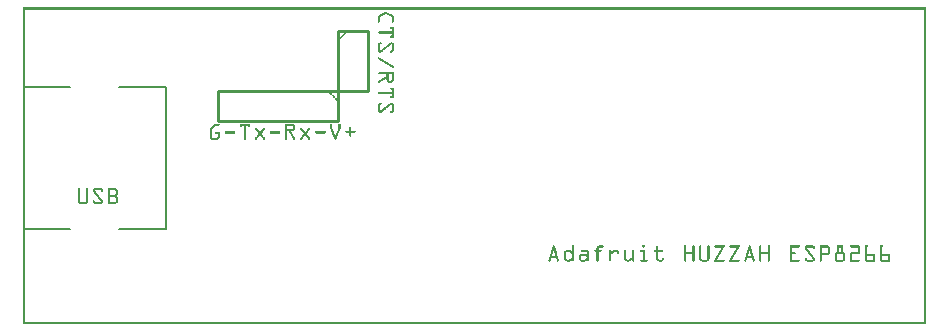
<source format=gto>
G04 MADE WITH FRITZING*
G04 WWW.FRITZING.ORG*
G04 DOUBLE SIDED*
G04 HOLES PLATED*
G04 CONTOUR ON CENTER OF CONTOUR VECTOR*
%ASAXBY*%
%FSLAX23Y23*%
%MOIN*%
%OFA0B0*%
%SFA1.0B1.0*%
%ADD10C,0.008000*%
%ADD11C,0.010000*%
%ADD12R,0.001000X0.001000*%
%LNSILK1*%
G90*
G70*
G54D10*
X7Y790D02*
X157Y790D01*
D02*
X7Y317D02*
X157Y317D01*
D02*
X322Y317D02*
X476Y317D01*
D02*
X476Y317D02*
X476Y790D01*
D02*
X476Y790D02*
X322Y790D01*
G54D11*
D02*
X1052Y979D02*
X1052Y779D01*
D02*
X1052Y779D02*
X1152Y779D01*
D02*
X1152Y779D02*
X1152Y979D01*
D02*
X1152Y979D02*
X1052Y979D01*
D02*
X1052Y779D02*
X652Y779D01*
D02*
X652Y779D02*
X652Y679D01*
D02*
X652Y679D02*
X1052Y679D01*
D02*
X1052Y679D02*
X1052Y779D01*
G54D12*
X0Y1056D02*
X3011Y1056D01*
X0Y1055D02*
X3011Y1055D01*
X0Y1054D02*
X3011Y1054D01*
X0Y1053D02*
X3011Y1053D01*
X0Y1052D02*
X3011Y1052D01*
X0Y1051D02*
X3011Y1051D01*
X0Y1050D02*
X3011Y1050D01*
X0Y1049D02*
X3011Y1049D01*
X0Y1048D02*
X7Y1048D01*
X3004Y1048D02*
X3011Y1048D01*
X0Y1047D02*
X7Y1047D01*
X3004Y1047D02*
X3011Y1047D01*
X0Y1046D02*
X7Y1046D01*
X3004Y1046D02*
X3011Y1046D01*
X0Y1045D02*
X7Y1045D01*
X3004Y1045D02*
X3011Y1045D01*
X0Y1044D02*
X7Y1044D01*
X3004Y1044D02*
X3011Y1044D01*
X0Y1043D02*
X7Y1043D01*
X3004Y1043D02*
X3011Y1043D01*
X0Y1042D02*
X7Y1042D01*
X3004Y1042D02*
X3011Y1042D01*
X0Y1041D02*
X7Y1041D01*
X3004Y1041D02*
X3011Y1041D01*
X0Y1040D02*
X7Y1040D01*
X3004Y1040D02*
X3011Y1040D01*
X0Y1039D02*
X7Y1039D01*
X1206Y1039D02*
X1215Y1039D01*
X3004Y1039D02*
X3011Y1039D01*
X0Y1038D02*
X7Y1038D01*
X1203Y1038D02*
X1218Y1038D01*
X3004Y1038D02*
X3011Y1038D01*
X0Y1037D02*
X7Y1037D01*
X1201Y1037D02*
X1220Y1037D01*
X3004Y1037D02*
X3011Y1037D01*
X0Y1036D02*
X7Y1036D01*
X1199Y1036D02*
X1222Y1036D01*
X3004Y1036D02*
X3011Y1036D01*
X0Y1035D02*
X7Y1035D01*
X1197Y1035D02*
X1224Y1035D01*
X3004Y1035D02*
X3011Y1035D01*
X0Y1034D02*
X7Y1034D01*
X1195Y1034D02*
X1226Y1034D01*
X3004Y1034D02*
X3011Y1034D01*
X0Y1033D02*
X7Y1033D01*
X1193Y1033D02*
X1228Y1033D01*
X3004Y1033D02*
X3011Y1033D01*
X0Y1032D02*
X7Y1032D01*
X1191Y1032D02*
X1206Y1032D01*
X1215Y1032D02*
X1230Y1032D01*
X3004Y1032D02*
X3011Y1032D01*
X0Y1031D02*
X7Y1031D01*
X1189Y1031D02*
X1204Y1031D01*
X1217Y1031D02*
X1232Y1031D01*
X3004Y1031D02*
X3011Y1031D01*
X0Y1030D02*
X7Y1030D01*
X1188Y1030D02*
X1202Y1030D01*
X1219Y1030D02*
X1233Y1030D01*
X3004Y1030D02*
X3011Y1030D01*
X0Y1029D02*
X7Y1029D01*
X1187Y1029D02*
X1200Y1029D01*
X1221Y1029D02*
X1234Y1029D01*
X3004Y1029D02*
X3011Y1029D01*
X0Y1028D02*
X7Y1028D01*
X1186Y1028D02*
X1198Y1028D01*
X1223Y1028D02*
X1235Y1028D01*
X3004Y1028D02*
X3011Y1028D01*
X0Y1027D02*
X7Y1027D01*
X1185Y1027D02*
X1196Y1027D01*
X1225Y1027D02*
X1236Y1027D01*
X3004Y1027D02*
X3011Y1027D01*
X0Y1026D02*
X7Y1026D01*
X1185Y1026D02*
X1194Y1026D01*
X1227Y1026D02*
X1236Y1026D01*
X3004Y1026D02*
X3011Y1026D01*
X0Y1025D02*
X7Y1025D01*
X1184Y1025D02*
X1192Y1025D01*
X1229Y1025D02*
X1236Y1025D01*
X3004Y1025D02*
X3011Y1025D01*
X0Y1024D02*
X7Y1024D01*
X1184Y1024D02*
X1191Y1024D01*
X1230Y1024D02*
X1237Y1024D01*
X3004Y1024D02*
X3011Y1024D01*
X0Y1023D02*
X7Y1023D01*
X1184Y1023D02*
X1190Y1023D01*
X1231Y1023D02*
X1237Y1023D01*
X3004Y1023D02*
X3011Y1023D01*
X0Y1022D02*
X7Y1022D01*
X1184Y1022D02*
X1190Y1022D01*
X1231Y1022D02*
X1237Y1022D01*
X3004Y1022D02*
X3011Y1022D01*
X0Y1021D02*
X7Y1021D01*
X1184Y1021D02*
X1190Y1021D01*
X1231Y1021D02*
X1237Y1021D01*
X3004Y1021D02*
X3011Y1021D01*
X0Y1020D02*
X7Y1020D01*
X1184Y1020D02*
X1190Y1020D01*
X1231Y1020D02*
X1237Y1020D01*
X3004Y1020D02*
X3011Y1020D01*
X0Y1019D02*
X7Y1019D01*
X1184Y1019D02*
X1190Y1019D01*
X1231Y1019D02*
X1237Y1019D01*
X3004Y1019D02*
X3011Y1019D01*
X0Y1018D02*
X7Y1018D01*
X1184Y1018D02*
X1190Y1018D01*
X1231Y1018D02*
X1237Y1018D01*
X3004Y1018D02*
X3011Y1018D01*
X0Y1017D02*
X7Y1017D01*
X1184Y1017D02*
X1190Y1017D01*
X1231Y1017D02*
X1237Y1017D01*
X3004Y1017D02*
X3011Y1017D01*
X0Y1016D02*
X7Y1016D01*
X1184Y1016D02*
X1190Y1016D01*
X1231Y1016D02*
X1237Y1016D01*
X3004Y1016D02*
X3011Y1016D01*
X0Y1015D02*
X7Y1015D01*
X1184Y1015D02*
X1190Y1015D01*
X1231Y1015D02*
X1237Y1015D01*
X3004Y1015D02*
X3011Y1015D01*
X0Y1014D02*
X7Y1014D01*
X1184Y1014D02*
X1190Y1014D01*
X1231Y1014D02*
X1237Y1014D01*
X3004Y1014D02*
X3011Y1014D01*
X0Y1013D02*
X7Y1013D01*
X1184Y1013D02*
X1190Y1013D01*
X1231Y1013D02*
X1237Y1013D01*
X3004Y1013D02*
X3011Y1013D01*
X0Y1012D02*
X7Y1012D01*
X1184Y1012D02*
X1190Y1012D01*
X1231Y1012D02*
X1237Y1012D01*
X3004Y1012D02*
X3011Y1012D01*
X0Y1011D02*
X7Y1011D01*
X1184Y1011D02*
X1190Y1011D01*
X1231Y1011D02*
X1237Y1011D01*
X3004Y1011D02*
X3011Y1011D01*
X0Y1010D02*
X7Y1010D01*
X1184Y1010D02*
X1190Y1010D01*
X1231Y1010D02*
X1237Y1010D01*
X3004Y1010D02*
X3011Y1010D01*
X0Y1009D02*
X7Y1009D01*
X1184Y1009D02*
X1190Y1009D01*
X1231Y1009D02*
X1237Y1009D01*
X3004Y1009D02*
X3011Y1009D01*
X0Y1008D02*
X7Y1008D01*
X1184Y1008D02*
X1190Y1008D01*
X1231Y1008D02*
X1237Y1008D01*
X3004Y1008D02*
X3011Y1008D01*
X0Y1007D02*
X7Y1007D01*
X1184Y1007D02*
X1189Y1007D01*
X1232Y1007D02*
X1236Y1007D01*
X3004Y1007D02*
X3011Y1007D01*
X0Y1006D02*
X7Y1006D01*
X1185Y1006D02*
X1188Y1006D01*
X1233Y1006D02*
X1235Y1006D01*
X3004Y1006D02*
X3011Y1006D01*
X0Y1005D02*
X7Y1005D01*
X3004Y1005D02*
X3011Y1005D01*
X0Y1004D02*
X7Y1004D01*
X3004Y1004D02*
X3011Y1004D01*
X0Y1003D02*
X7Y1003D01*
X3004Y1003D02*
X3011Y1003D01*
X0Y1002D02*
X7Y1002D01*
X3004Y1002D02*
X3011Y1002D01*
X0Y1001D02*
X7Y1001D01*
X3004Y1001D02*
X3011Y1001D01*
X0Y1000D02*
X7Y1000D01*
X3004Y1000D02*
X3011Y1000D01*
X0Y999D02*
X7Y999D01*
X3004Y999D02*
X3011Y999D01*
X0Y998D02*
X7Y998D01*
X3004Y998D02*
X3011Y998D01*
X0Y997D02*
X7Y997D01*
X3004Y997D02*
X3011Y997D01*
X0Y996D02*
X7Y996D01*
X3004Y996D02*
X3011Y996D01*
X0Y995D02*
X7Y995D01*
X3004Y995D02*
X3011Y995D01*
X0Y994D02*
X7Y994D01*
X3004Y994D02*
X3011Y994D01*
X0Y993D02*
X7Y993D01*
X3004Y993D02*
X3011Y993D01*
X0Y992D02*
X7Y992D01*
X3004Y992D02*
X3011Y992D01*
X0Y991D02*
X7Y991D01*
X3004Y991D02*
X3011Y991D01*
X0Y990D02*
X7Y990D01*
X3004Y990D02*
X3011Y990D01*
X0Y989D02*
X7Y989D01*
X1226Y989D02*
X1237Y989D01*
X3004Y989D02*
X3011Y989D01*
X0Y988D02*
X7Y988D01*
X1226Y988D02*
X1237Y988D01*
X3004Y988D02*
X3011Y988D01*
X0Y987D02*
X7Y987D01*
X1225Y987D02*
X1237Y987D01*
X3004Y987D02*
X3011Y987D01*
X0Y986D02*
X7Y986D01*
X1225Y986D02*
X1237Y986D01*
X3004Y986D02*
X3011Y986D01*
X0Y985D02*
X7Y985D01*
X1225Y985D02*
X1237Y985D01*
X3004Y985D02*
X3011Y985D01*
X0Y984D02*
X7Y984D01*
X1226Y984D02*
X1237Y984D01*
X3004Y984D02*
X3011Y984D01*
X0Y983D02*
X7Y983D01*
X1227Y983D02*
X1237Y983D01*
X3004Y983D02*
X3011Y983D01*
X0Y982D02*
X7Y982D01*
X1231Y982D02*
X1237Y982D01*
X3004Y982D02*
X3011Y982D01*
X0Y981D02*
X7Y981D01*
X1084Y981D02*
X1084Y981D01*
X1231Y981D02*
X1237Y981D01*
X3004Y981D02*
X3011Y981D01*
X0Y980D02*
X7Y980D01*
X1083Y980D02*
X1085Y980D01*
X1231Y980D02*
X1237Y980D01*
X3004Y980D02*
X3011Y980D01*
X0Y979D02*
X7Y979D01*
X1082Y979D02*
X1086Y979D01*
X1231Y979D02*
X1237Y979D01*
X3004Y979D02*
X3011Y979D01*
X0Y978D02*
X7Y978D01*
X1081Y978D02*
X1087Y978D01*
X1231Y978D02*
X1237Y978D01*
X3004Y978D02*
X3011Y978D01*
X0Y977D02*
X7Y977D01*
X1080Y977D02*
X1086Y977D01*
X1231Y977D02*
X1237Y977D01*
X3004Y977D02*
X3011Y977D01*
X0Y976D02*
X7Y976D01*
X1079Y976D02*
X1085Y976D01*
X1188Y976D02*
X1237Y976D01*
X3004Y976D02*
X3011Y976D01*
X0Y975D02*
X7Y975D01*
X1078Y975D02*
X1084Y975D01*
X1185Y975D02*
X1237Y975D01*
X3004Y975D02*
X3011Y975D01*
X0Y974D02*
X7Y974D01*
X1077Y974D02*
X1083Y974D01*
X1184Y974D02*
X1237Y974D01*
X3004Y974D02*
X3011Y974D01*
X0Y973D02*
X7Y973D01*
X1076Y973D02*
X1082Y973D01*
X1184Y973D02*
X1237Y973D01*
X3004Y973D02*
X3011Y973D01*
X0Y972D02*
X7Y972D01*
X1075Y972D02*
X1081Y972D01*
X1184Y972D02*
X1237Y972D01*
X3004Y972D02*
X3011Y972D01*
X0Y971D02*
X7Y971D01*
X1074Y971D02*
X1080Y971D01*
X1184Y971D02*
X1237Y971D01*
X3004Y971D02*
X3011Y971D01*
X0Y970D02*
X7Y970D01*
X1073Y970D02*
X1079Y970D01*
X1185Y970D02*
X1237Y970D01*
X3004Y970D02*
X3011Y970D01*
X0Y969D02*
X7Y969D01*
X1072Y969D02*
X1078Y969D01*
X1187Y969D02*
X1237Y969D01*
X3004Y969D02*
X3011Y969D01*
X0Y968D02*
X7Y968D01*
X1071Y968D02*
X1077Y968D01*
X1231Y968D02*
X1237Y968D01*
X3004Y968D02*
X3011Y968D01*
X0Y967D02*
X7Y967D01*
X1070Y967D02*
X1076Y967D01*
X1231Y967D02*
X1237Y967D01*
X3004Y967D02*
X3011Y967D01*
X0Y966D02*
X7Y966D01*
X1069Y966D02*
X1075Y966D01*
X1231Y966D02*
X1237Y966D01*
X3004Y966D02*
X3011Y966D01*
X0Y965D02*
X7Y965D01*
X1068Y965D02*
X1074Y965D01*
X1231Y965D02*
X1237Y965D01*
X3004Y965D02*
X3011Y965D01*
X0Y964D02*
X7Y964D01*
X1067Y964D02*
X1073Y964D01*
X1231Y964D02*
X1237Y964D01*
X3004Y964D02*
X3011Y964D01*
X0Y963D02*
X7Y963D01*
X1066Y963D02*
X1072Y963D01*
X1231Y963D02*
X1237Y963D01*
X3004Y963D02*
X3011Y963D01*
X0Y962D02*
X7Y962D01*
X1065Y962D02*
X1070Y962D01*
X1228Y962D02*
X1237Y962D01*
X3004Y962D02*
X3011Y962D01*
X0Y961D02*
X7Y961D01*
X1064Y961D02*
X1069Y961D01*
X1226Y961D02*
X1237Y961D01*
X3004Y961D02*
X3011Y961D01*
X0Y960D02*
X7Y960D01*
X1063Y960D02*
X1068Y960D01*
X1225Y960D02*
X1237Y960D01*
X3004Y960D02*
X3011Y960D01*
X0Y959D02*
X7Y959D01*
X1062Y959D02*
X1068Y959D01*
X1225Y959D02*
X1237Y959D01*
X3004Y959D02*
X3011Y959D01*
X0Y958D02*
X7Y958D01*
X1061Y958D02*
X1067Y958D01*
X1225Y958D02*
X1237Y958D01*
X3004Y958D02*
X3011Y958D01*
X0Y957D02*
X7Y957D01*
X1060Y957D02*
X1066Y957D01*
X1226Y957D02*
X1237Y957D01*
X3004Y957D02*
X3011Y957D01*
X0Y956D02*
X7Y956D01*
X1059Y956D02*
X1065Y956D01*
X1226Y956D02*
X1237Y956D01*
X3004Y956D02*
X3011Y956D01*
X0Y955D02*
X7Y955D01*
X1058Y955D02*
X1064Y955D01*
X3004Y955D02*
X3011Y955D01*
X0Y954D02*
X7Y954D01*
X1057Y954D02*
X1063Y954D01*
X3004Y954D02*
X3011Y954D01*
X0Y953D02*
X7Y953D01*
X1056Y953D02*
X1062Y953D01*
X3004Y953D02*
X3011Y953D01*
X0Y952D02*
X7Y952D01*
X1055Y952D02*
X1061Y952D01*
X3004Y952D02*
X3011Y952D01*
X0Y951D02*
X7Y951D01*
X1054Y951D02*
X1060Y951D01*
X3004Y951D02*
X3011Y951D01*
X0Y950D02*
X7Y950D01*
X1053Y950D02*
X1059Y950D01*
X3004Y950D02*
X3011Y950D01*
X0Y949D02*
X7Y949D01*
X1052Y949D02*
X1058Y949D01*
X3004Y949D02*
X3011Y949D01*
X0Y948D02*
X7Y948D01*
X1051Y948D02*
X1057Y948D01*
X3004Y948D02*
X3011Y948D01*
X0Y947D02*
X7Y947D01*
X1050Y947D02*
X1056Y947D01*
X3004Y947D02*
X3011Y947D01*
X0Y946D02*
X7Y946D01*
X1050Y946D02*
X1055Y946D01*
X3004Y946D02*
X3011Y946D01*
X0Y945D02*
X7Y945D01*
X1051Y945D02*
X1054Y945D01*
X3004Y945D02*
X3011Y945D01*
X0Y944D02*
X7Y944D01*
X1052Y944D02*
X1053Y944D01*
X3004Y944D02*
X3011Y944D01*
X0Y943D02*
X7Y943D01*
X3004Y943D02*
X3011Y943D01*
X0Y942D02*
X7Y942D01*
X3004Y942D02*
X3011Y942D01*
X0Y941D02*
X7Y941D01*
X3004Y941D02*
X3011Y941D01*
X0Y940D02*
X7Y940D01*
X3004Y940D02*
X3011Y940D01*
X0Y939D02*
X7Y939D01*
X1190Y939D02*
X1194Y939D01*
X1227Y939D02*
X1232Y939D01*
X3004Y939D02*
X3011Y939D01*
X0Y938D02*
X7Y938D01*
X1188Y938D02*
X1195Y938D01*
X1225Y938D02*
X1234Y938D01*
X3004Y938D02*
X3011Y938D01*
X0Y937D02*
X7Y937D01*
X1187Y937D02*
X1196Y937D01*
X1224Y937D02*
X1235Y937D01*
X3004Y937D02*
X3011Y937D01*
X0Y936D02*
X7Y936D01*
X1186Y936D02*
X1196Y936D01*
X1223Y936D02*
X1236Y936D01*
X3004Y936D02*
X3011Y936D01*
X0Y935D02*
X7Y935D01*
X1185Y935D02*
X1195Y935D01*
X1221Y935D02*
X1236Y935D01*
X3004Y935D02*
X3011Y935D01*
X0Y934D02*
X7Y934D01*
X1185Y934D02*
X1195Y934D01*
X1220Y934D02*
X1237Y934D01*
X3004Y934D02*
X3011Y934D01*
X0Y933D02*
X7Y933D01*
X1184Y933D02*
X1194Y933D01*
X1219Y933D02*
X1237Y933D01*
X3004Y933D02*
X3011Y933D01*
X0Y932D02*
X7Y932D01*
X1184Y932D02*
X1191Y932D01*
X1217Y932D02*
X1228Y932D01*
X1231Y932D02*
X1237Y932D01*
X3004Y932D02*
X3011Y932D01*
X0Y931D02*
X7Y931D01*
X1184Y931D02*
X1190Y931D01*
X1216Y931D02*
X1227Y931D01*
X1231Y931D02*
X1237Y931D01*
X3004Y931D02*
X3011Y931D01*
X0Y930D02*
X7Y930D01*
X1184Y930D02*
X1190Y930D01*
X1215Y930D02*
X1225Y930D01*
X1231Y930D02*
X1237Y930D01*
X3004Y930D02*
X3011Y930D01*
X0Y929D02*
X7Y929D01*
X1184Y929D02*
X1190Y929D01*
X1214Y929D02*
X1224Y929D01*
X1231Y929D02*
X1237Y929D01*
X3004Y929D02*
X3011Y929D01*
X0Y928D02*
X7Y928D01*
X1184Y928D02*
X1190Y928D01*
X1212Y928D02*
X1223Y928D01*
X1231Y928D02*
X1237Y928D01*
X3004Y928D02*
X3011Y928D01*
X0Y927D02*
X7Y927D01*
X1184Y927D02*
X1190Y927D01*
X1211Y927D02*
X1222Y927D01*
X1231Y927D02*
X1237Y927D01*
X3004Y927D02*
X3011Y927D01*
X0Y926D02*
X7Y926D01*
X1184Y926D02*
X1190Y926D01*
X1210Y926D02*
X1220Y926D01*
X1231Y926D02*
X1237Y926D01*
X3004Y926D02*
X3011Y926D01*
X0Y925D02*
X7Y925D01*
X1184Y925D02*
X1190Y925D01*
X1208Y925D02*
X1219Y925D01*
X1231Y925D02*
X1237Y925D01*
X3004Y925D02*
X3011Y925D01*
X0Y924D02*
X7Y924D01*
X1184Y924D02*
X1190Y924D01*
X1207Y924D02*
X1218Y924D01*
X1231Y924D02*
X1237Y924D01*
X3004Y924D02*
X3011Y924D01*
X0Y923D02*
X7Y923D01*
X1184Y923D02*
X1190Y923D01*
X1206Y923D02*
X1217Y923D01*
X1231Y923D02*
X1237Y923D01*
X3004Y923D02*
X3011Y923D01*
X0Y922D02*
X7Y922D01*
X1184Y922D02*
X1190Y922D01*
X1205Y922D02*
X1215Y922D01*
X1231Y922D02*
X1237Y922D01*
X3004Y922D02*
X3011Y922D01*
X0Y921D02*
X7Y921D01*
X1184Y921D02*
X1190Y921D01*
X1203Y921D02*
X1214Y921D01*
X1231Y921D02*
X1237Y921D01*
X3004Y921D02*
X3011Y921D01*
X0Y920D02*
X7Y920D01*
X1184Y920D02*
X1190Y920D01*
X1202Y920D02*
X1213Y920D01*
X1231Y920D02*
X1237Y920D01*
X3004Y920D02*
X3011Y920D01*
X0Y919D02*
X7Y919D01*
X1184Y919D02*
X1190Y919D01*
X1201Y919D02*
X1211Y919D01*
X1231Y919D02*
X1237Y919D01*
X3004Y919D02*
X3011Y919D01*
X0Y918D02*
X7Y918D01*
X1184Y918D02*
X1190Y918D01*
X1199Y918D02*
X1210Y918D01*
X1231Y918D02*
X1237Y918D01*
X3004Y918D02*
X3011Y918D01*
X0Y917D02*
X7Y917D01*
X1184Y917D02*
X1190Y917D01*
X1198Y917D02*
X1209Y917D01*
X1231Y917D02*
X1237Y917D01*
X3004Y917D02*
X3011Y917D01*
X0Y916D02*
X7Y916D01*
X1184Y916D02*
X1190Y916D01*
X1197Y916D02*
X1208Y916D01*
X1231Y916D02*
X1237Y916D01*
X3004Y916D02*
X3011Y916D01*
X0Y915D02*
X7Y915D01*
X1184Y915D02*
X1190Y915D01*
X1196Y915D02*
X1206Y915D01*
X1231Y915D02*
X1237Y915D01*
X3004Y915D02*
X3011Y915D01*
X0Y914D02*
X7Y914D01*
X1184Y914D02*
X1190Y914D01*
X1194Y914D02*
X1205Y914D01*
X1231Y914D02*
X1237Y914D01*
X3004Y914D02*
X3011Y914D01*
X0Y913D02*
X7Y913D01*
X1184Y913D02*
X1190Y913D01*
X1193Y913D02*
X1204Y913D01*
X1230Y913D02*
X1237Y913D01*
X3004Y913D02*
X3011Y913D01*
X0Y912D02*
X7Y912D01*
X1184Y912D02*
X1202Y912D01*
X1229Y912D02*
X1237Y912D01*
X3004Y912D02*
X3011Y912D01*
X0Y911D02*
X7Y911D01*
X1184Y911D02*
X1201Y911D01*
X1226Y911D02*
X1236Y911D01*
X3004Y911D02*
X3011Y911D01*
X0Y910D02*
X7Y910D01*
X1184Y910D02*
X1200Y910D01*
X1225Y910D02*
X1236Y910D01*
X3004Y910D02*
X3011Y910D01*
X0Y909D02*
X7Y909D01*
X1185Y909D02*
X1199Y909D01*
X1225Y909D02*
X1235Y909D01*
X3004Y909D02*
X3011Y909D01*
X0Y908D02*
X7Y908D01*
X1186Y908D02*
X1197Y908D01*
X1225Y908D02*
X1234Y908D01*
X3004Y908D02*
X3011Y908D01*
X0Y907D02*
X7Y907D01*
X1187Y907D02*
X1196Y907D01*
X1225Y907D02*
X1233Y907D01*
X3004Y907D02*
X3011Y907D01*
X0Y906D02*
X7Y906D01*
X1188Y906D02*
X1194Y906D01*
X1226Y906D02*
X1232Y906D01*
X3004Y906D02*
X3011Y906D01*
X0Y905D02*
X7Y905D01*
X1191Y905D02*
X1191Y905D01*
X3004Y905D02*
X3011Y905D01*
X0Y904D02*
X7Y904D01*
X3004Y904D02*
X3011Y904D01*
X0Y903D02*
X7Y903D01*
X3004Y903D02*
X3011Y903D01*
X0Y902D02*
X7Y902D01*
X3004Y902D02*
X3011Y902D01*
X0Y901D02*
X7Y901D01*
X3004Y901D02*
X3011Y901D01*
X0Y900D02*
X7Y900D01*
X3004Y900D02*
X3011Y900D01*
X0Y899D02*
X7Y899D01*
X3004Y899D02*
X3011Y899D01*
X0Y898D02*
X7Y898D01*
X3004Y898D02*
X3011Y898D01*
X0Y897D02*
X7Y897D01*
X3004Y897D02*
X3011Y897D01*
X0Y896D02*
X7Y896D01*
X3004Y896D02*
X3011Y896D01*
X0Y895D02*
X7Y895D01*
X3004Y895D02*
X3011Y895D01*
X0Y894D02*
X7Y894D01*
X3004Y894D02*
X3011Y894D01*
X0Y893D02*
X7Y893D01*
X3004Y893D02*
X3011Y893D01*
X0Y892D02*
X7Y892D01*
X3004Y892D02*
X3011Y892D01*
X0Y891D02*
X7Y891D01*
X3004Y891D02*
X3011Y891D01*
X0Y890D02*
X7Y890D01*
X3004Y890D02*
X3011Y890D01*
X0Y889D02*
X7Y889D01*
X1186Y889D02*
X1188Y889D01*
X3004Y889D02*
X3011Y889D01*
X0Y888D02*
X7Y888D01*
X1185Y888D02*
X1190Y888D01*
X3004Y888D02*
X3011Y888D01*
X0Y887D02*
X7Y887D01*
X1184Y887D02*
X1191Y887D01*
X3004Y887D02*
X3011Y887D01*
X0Y886D02*
X7Y886D01*
X1184Y886D02*
X1193Y886D01*
X3004Y886D02*
X3011Y886D01*
X0Y885D02*
X7Y885D01*
X1184Y885D02*
X1195Y885D01*
X3004Y885D02*
X3011Y885D01*
X0Y884D02*
X7Y884D01*
X1184Y884D02*
X1196Y884D01*
X3004Y884D02*
X3011Y884D01*
X0Y883D02*
X7Y883D01*
X1185Y883D02*
X1198Y883D01*
X3004Y883D02*
X3011Y883D01*
X0Y882D02*
X7Y882D01*
X1187Y882D02*
X1200Y882D01*
X3004Y882D02*
X3011Y882D01*
X0Y881D02*
X7Y881D01*
X1189Y881D02*
X1202Y881D01*
X3004Y881D02*
X3011Y881D01*
X0Y880D02*
X7Y880D01*
X1190Y880D02*
X1203Y880D01*
X3004Y880D02*
X3011Y880D01*
X0Y879D02*
X7Y879D01*
X1192Y879D02*
X1205Y879D01*
X3004Y879D02*
X3011Y879D01*
X0Y878D02*
X7Y878D01*
X1194Y878D02*
X1207Y878D01*
X3004Y878D02*
X3011Y878D01*
X0Y877D02*
X7Y877D01*
X1195Y877D02*
X1208Y877D01*
X3004Y877D02*
X3011Y877D01*
X0Y876D02*
X7Y876D01*
X1197Y876D02*
X1210Y876D01*
X3004Y876D02*
X3011Y876D01*
X0Y875D02*
X7Y875D01*
X1199Y875D02*
X1212Y875D01*
X3004Y875D02*
X3011Y875D01*
X0Y874D02*
X7Y874D01*
X1201Y874D02*
X1214Y874D01*
X3004Y874D02*
X3011Y874D01*
X0Y873D02*
X7Y873D01*
X1202Y873D02*
X1215Y873D01*
X3004Y873D02*
X3011Y873D01*
X0Y872D02*
X7Y872D01*
X1204Y872D02*
X1217Y872D01*
X3004Y872D02*
X3011Y872D01*
X0Y871D02*
X7Y871D01*
X1206Y871D02*
X1219Y871D01*
X3004Y871D02*
X3011Y871D01*
X0Y870D02*
X7Y870D01*
X1207Y870D02*
X1220Y870D01*
X3004Y870D02*
X3011Y870D01*
X0Y869D02*
X7Y869D01*
X1209Y869D02*
X1222Y869D01*
X3004Y869D02*
X3011Y869D01*
X0Y868D02*
X7Y868D01*
X1211Y868D02*
X1224Y868D01*
X3004Y868D02*
X3011Y868D01*
X0Y867D02*
X7Y867D01*
X1213Y867D02*
X1226Y867D01*
X3004Y867D02*
X3011Y867D01*
X0Y866D02*
X7Y866D01*
X1214Y866D02*
X1227Y866D01*
X3004Y866D02*
X3011Y866D01*
X0Y865D02*
X7Y865D01*
X1216Y865D02*
X1229Y865D01*
X3004Y865D02*
X3011Y865D01*
X0Y864D02*
X7Y864D01*
X1218Y864D02*
X1231Y864D01*
X3004Y864D02*
X3011Y864D01*
X0Y863D02*
X7Y863D01*
X1219Y863D02*
X1232Y863D01*
X3004Y863D02*
X3011Y863D01*
X0Y862D02*
X7Y862D01*
X1221Y862D02*
X1234Y862D01*
X3004Y862D02*
X3011Y862D01*
X0Y861D02*
X7Y861D01*
X1223Y861D02*
X1236Y861D01*
X3004Y861D02*
X3011Y861D01*
X0Y860D02*
X7Y860D01*
X1225Y860D02*
X1236Y860D01*
X3004Y860D02*
X3011Y860D01*
X0Y859D02*
X7Y859D01*
X1226Y859D02*
X1237Y859D01*
X3004Y859D02*
X3011Y859D01*
X0Y858D02*
X7Y858D01*
X1228Y858D02*
X1237Y858D01*
X3004Y858D02*
X3011Y858D01*
X0Y857D02*
X7Y857D01*
X1230Y857D02*
X1237Y857D01*
X3004Y857D02*
X3011Y857D01*
X0Y856D02*
X7Y856D01*
X1231Y856D02*
X1236Y856D01*
X3004Y856D02*
X3011Y856D01*
X0Y855D02*
X7Y855D01*
X1234Y855D02*
X1235Y855D01*
X3004Y855D02*
X3011Y855D01*
X0Y854D02*
X7Y854D01*
X3004Y854D02*
X3011Y854D01*
X0Y853D02*
X7Y853D01*
X3004Y853D02*
X3011Y853D01*
X0Y852D02*
X7Y852D01*
X3004Y852D02*
X3011Y852D01*
X0Y851D02*
X7Y851D01*
X3004Y851D02*
X3011Y851D01*
X0Y850D02*
X7Y850D01*
X3004Y850D02*
X3011Y850D01*
X0Y849D02*
X7Y849D01*
X3004Y849D02*
X3011Y849D01*
X0Y848D02*
X7Y848D01*
X3004Y848D02*
X3011Y848D01*
X0Y847D02*
X7Y847D01*
X3004Y847D02*
X3011Y847D01*
X0Y846D02*
X7Y846D01*
X3004Y846D02*
X3011Y846D01*
X0Y845D02*
X7Y845D01*
X3004Y845D02*
X3011Y845D01*
X0Y844D02*
X7Y844D01*
X3004Y844D02*
X3011Y844D01*
X0Y843D02*
X7Y843D01*
X3004Y843D02*
X3011Y843D01*
X0Y842D02*
X7Y842D01*
X3004Y842D02*
X3011Y842D01*
X0Y841D02*
X7Y841D01*
X3004Y841D02*
X3011Y841D01*
X0Y840D02*
X7Y840D01*
X3004Y840D02*
X3011Y840D01*
X0Y839D02*
X7Y839D01*
X1187Y839D02*
X1237Y839D01*
X3004Y839D02*
X3011Y839D01*
X0Y838D02*
X7Y838D01*
X1185Y838D02*
X1237Y838D01*
X3004Y838D02*
X3011Y838D01*
X0Y837D02*
X7Y837D01*
X1184Y837D02*
X1237Y837D01*
X3004Y837D02*
X3011Y837D01*
X0Y836D02*
X7Y836D01*
X1184Y836D02*
X1237Y836D01*
X3004Y836D02*
X3011Y836D01*
X0Y835D02*
X7Y835D01*
X1184Y835D02*
X1237Y835D01*
X3004Y835D02*
X3011Y835D01*
X0Y834D02*
X7Y834D01*
X1184Y834D02*
X1237Y834D01*
X3004Y834D02*
X3011Y834D01*
X0Y833D02*
X7Y833D01*
X1185Y833D02*
X1237Y833D01*
X3004Y833D02*
X3011Y833D01*
X0Y832D02*
X7Y832D01*
X1213Y832D02*
X1220Y832D01*
X1231Y832D02*
X1237Y832D01*
X3004Y832D02*
X3011Y832D01*
X0Y831D02*
X7Y831D01*
X1213Y831D02*
X1219Y831D01*
X1231Y831D02*
X1237Y831D01*
X3004Y831D02*
X3011Y831D01*
X0Y830D02*
X7Y830D01*
X1213Y830D02*
X1219Y830D01*
X1231Y830D02*
X1237Y830D01*
X3004Y830D02*
X3011Y830D01*
X0Y829D02*
X7Y829D01*
X1213Y829D02*
X1219Y829D01*
X1231Y829D02*
X1237Y829D01*
X3004Y829D02*
X3011Y829D01*
X0Y828D02*
X7Y828D01*
X1213Y828D02*
X1219Y828D01*
X1231Y828D02*
X1237Y828D01*
X3004Y828D02*
X3011Y828D01*
X0Y827D02*
X7Y827D01*
X1213Y827D02*
X1219Y827D01*
X1231Y827D02*
X1237Y827D01*
X3004Y827D02*
X3011Y827D01*
X0Y826D02*
X7Y826D01*
X1211Y826D02*
X1219Y826D01*
X1231Y826D02*
X1237Y826D01*
X3004Y826D02*
X3011Y826D01*
X0Y825D02*
X7Y825D01*
X1209Y825D02*
X1219Y825D01*
X1231Y825D02*
X1237Y825D01*
X3004Y825D02*
X3011Y825D01*
X0Y824D02*
X7Y824D01*
X1208Y824D02*
X1219Y824D01*
X1231Y824D02*
X1237Y824D01*
X3004Y824D02*
X3011Y824D01*
X0Y823D02*
X7Y823D01*
X1206Y823D02*
X1219Y823D01*
X1231Y823D02*
X1237Y823D01*
X3004Y823D02*
X3011Y823D01*
X0Y822D02*
X7Y822D01*
X1204Y822D02*
X1219Y822D01*
X1231Y822D02*
X1237Y822D01*
X3004Y822D02*
X3011Y822D01*
X0Y821D02*
X7Y821D01*
X1202Y821D02*
X1219Y821D01*
X1231Y821D02*
X1237Y821D01*
X3004Y821D02*
X3011Y821D01*
X0Y820D02*
X7Y820D01*
X1201Y820D02*
X1219Y820D01*
X1231Y820D02*
X1237Y820D01*
X3004Y820D02*
X3011Y820D01*
X0Y819D02*
X7Y819D01*
X1199Y819D02*
X1219Y819D01*
X1231Y819D02*
X1237Y819D01*
X3004Y819D02*
X3011Y819D01*
X0Y818D02*
X7Y818D01*
X1197Y818D02*
X1210Y818D01*
X1213Y818D02*
X1219Y818D01*
X1231Y818D02*
X1237Y818D01*
X3004Y818D02*
X3011Y818D01*
X0Y817D02*
X7Y817D01*
X1196Y817D02*
X1209Y817D01*
X1213Y817D02*
X1219Y817D01*
X1231Y817D02*
X1237Y817D01*
X3004Y817D02*
X3011Y817D01*
X0Y816D02*
X7Y816D01*
X1194Y816D02*
X1207Y816D01*
X1213Y816D02*
X1219Y816D01*
X1231Y816D02*
X1237Y816D01*
X3004Y816D02*
X3011Y816D01*
X0Y815D02*
X7Y815D01*
X1192Y815D02*
X1205Y815D01*
X1213Y815D02*
X1219Y815D01*
X1231Y815D02*
X1237Y815D01*
X3004Y815D02*
X3011Y815D01*
X0Y814D02*
X7Y814D01*
X1190Y814D02*
X1203Y814D01*
X1213Y814D02*
X1219Y814D01*
X1231Y814D02*
X1237Y814D01*
X3004Y814D02*
X3011Y814D01*
X0Y813D02*
X7Y813D01*
X1189Y813D02*
X1202Y813D01*
X1213Y813D02*
X1220Y813D01*
X1230Y813D02*
X1237Y813D01*
X3004Y813D02*
X3011Y813D01*
X0Y812D02*
X7Y812D01*
X1187Y812D02*
X1200Y812D01*
X1214Y812D02*
X1221Y812D01*
X1229Y812D02*
X1236Y812D01*
X3004Y812D02*
X3011Y812D01*
X0Y811D02*
X7Y811D01*
X1185Y811D02*
X1198Y811D01*
X1214Y811D02*
X1236Y811D01*
X3004Y811D02*
X3011Y811D01*
X0Y810D02*
X7Y810D01*
X1184Y810D02*
X1197Y810D01*
X1215Y810D02*
X1236Y810D01*
X3004Y810D02*
X3011Y810D01*
X0Y809D02*
X7Y809D01*
X1184Y809D02*
X1195Y809D01*
X1215Y809D02*
X1235Y809D01*
X3004Y809D02*
X3011Y809D01*
X0Y808D02*
X7Y808D01*
X1184Y808D02*
X1193Y808D01*
X1216Y808D02*
X1234Y808D01*
X3004Y808D02*
X3011Y808D01*
X0Y807D02*
X7Y807D01*
X1184Y807D02*
X1191Y807D01*
X1217Y807D02*
X1233Y807D01*
X3004Y807D02*
X3011Y807D01*
X0Y806D02*
X7Y806D01*
X1185Y806D02*
X1190Y806D01*
X1219Y806D02*
X1232Y806D01*
X3004Y806D02*
X3011Y806D01*
X0Y805D02*
X7Y805D01*
X1186Y805D02*
X1188Y805D01*
X1221Y805D02*
X1229Y805D01*
X3004Y805D02*
X3011Y805D01*
X0Y804D02*
X7Y804D01*
X3004Y804D02*
X3011Y804D01*
X0Y803D02*
X7Y803D01*
X3004Y803D02*
X3011Y803D01*
X0Y802D02*
X7Y802D01*
X3004Y802D02*
X3011Y802D01*
X0Y801D02*
X7Y801D01*
X3004Y801D02*
X3011Y801D01*
X0Y800D02*
X7Y800D01*
X3004Y800D02*
X3011Y800D01*
X0Y799D02*
X7Y799D01*
X3004Y799D02*
X3011Y799D01*
X0Y798D02*
X7Y798D01*
X3004Y798D02*
X3011Y798D01*
X0Y797D02*
X7Y797D01*
X3004Y797D02*
X3011Y797D01*
X0Y796D02*
X7Y796D01*
X3004Y796D02*
X3011Y796D01*
X0Y795D02*
X7Y795D01*
X3004Y795D02*
X3011Y795D01*
X0Y794D02*
X7Y794D01*
X3004Y794D02*
X3011Y794D01*
X0Y793D02*
X7Y793D01*
X3004Y793D02*
X3011Y793D01*
X0Y792D02*
X7Y792D01*
X3004Y792D02*
X3011Y792D01*
X0Y791D02*
X7Y791D01*
X3004Y791D02*
X3011Y791D01*
X0Y790D02*
X7Y790D01*
X3004Y790D02*
X3011Y790D01*
X0Y789D02*
X7Y789D01*
X3004Y789D02*
X3011Y789D01*
X0Y788D02*
X7Y788D01*
X1226Y788D02*
X1237Y788D01*
X3004Y788D02*
X3011Y788D01*
X0Y787D02*
X7Y787D01*
X1225Y787D02*
X1237Y787D01*
X3004Y787D02*
X3011Y787D01*
X0Y786D02*
X7Y786D01*
X1225Y786D02*
X1237Y786D01*
X3004Y786D02*
X3011Y786D01*
X0Y785D02*
X7Y785D01*
X1225Y785D02*
X1237Y785D01*
X3004Y785D02*
X3011Y785D01*
X0Y784D02*
X7Y784D01*
X1225Y784D02*
X1237Y784D01*
X3004Y784D02*
X3011Y784D01*
X0Y783D02*
X7Y783D01*
X1226Y783D02*
X1237Y783D01*
X3004Y783D02*
X3011Y783D01*
X0Y782D02*
X7Y782D01*
X1228Y782D02*
X1237Y782D01*
X3004Y782D02*
X3011Y782D01*
X0Y781D02*
X7Y781D01*
X1231Y781D02*
X1237Y781D01*
X3004Y781D02*
X3011Y781D01*
X0Y780D02*
X7Y780D01*
X1017Y780D02*
X1018Y780D01*
X1231Y780D02*
X1237Y780D01*
X3004Y780D02*
X3011Y780D01*
X0Y779D02*
X7Y779D01*
X1016Y779D02*
X1019Y779D01*
X1231Y779D02*
X1237Y779D01*
X3004Y779D02*
X3011Y779D01*
X0Y778D02*
X7Y778D01*
X1015Y778D02*
X1020Y778D01*
X1231Y778D02*
X1237Y778D01*
X3004Y778D02*
X3011Y778D01*
X0Y777D02*
X7Y777D01*
X1015Y777D02*
X1021Y777D01*
X1231Y777D02*
X1237Y777D01*
X3004Y777D02*
X3011Y777D01*
X0Y776D02*
X7Y776D01*
X1016Y776D02*
X1022Y776D01*
X1231Y776D02*
X1237Y776D01*
X3004Y776D02*
X3011Y776D01*
X0Y775D02*
X7Y775D01*
X1017Y775D02*
X1023Y775D01*
X1186Y775D02*
X1237Y775D01*
X3004Y775D02*
X3011Y775D01*
X0Y774D02*
X7Y774D01*
X1018Y774D02*
X1024Y774D01*
X1185Y774D02*
X1237Y774D01*
X3004Y774D02*
X3011Y774D01*
X0Y773D02*
X7Y773D01*
X1019Y773D02*
X1025Y773D01*
X1184Y773D02*
X1237Y773D01*
X3004Y773D02*
X3011Y773D01*
X0Y772D02*
X7Y772D01*
X1020Y772D02*
X1026Y772D01*
X1184Y772D02*
X1237Y772D01*
X3004Y772D02*
X3011Y772D01*
X0Y771D02*
X7Y771D01*
X1021Y771D02*
X1027Y771D01*
X1184Y771D02*
X1237Y771D01*
X3004Y771D02*
X3011Y771D01*
X0Y770D02*
X7Y770D01*
X1022Y770D02*
X1028Y770D01*
X1184Y770D02*
X1237Y770D01*
X3004Y770D02*
X3011Y770D01*
X0Y769D02*
X7Y769D01*
X1023Y769D02*
X1029Y769D01*
X1185Y769D02*
X1237Y769D01*
X3004Y769D02*
X3011Y769D01*
X0Y768D02*
X7Y768D01*
X1024Y768D02*
X1030Y768D01*
X1231Y768D02*
X1237Y768D01*
X3004Y768D02*
X3011Y768D01*
X0Y767D02*
X7Y767D01*
X1025Y767D02*
X1031Y767D01*
X1231Y767D02*
X1237Y767D01*
X3004Y767D02*
X3011Y767D01*
X0Y766D02*
X7Y766D01*
X1026Y766D02*
X1032Y766D01*
X1231Y766D02*
X1237Y766D01*
X3004Y766D02*
X3011Y766D01*
X0Y765D02*
X7Y765D01*
X1027Y765D02*
X1033Y765D01*
X1231Y765D02*
X1237Y765D01*
X3004Y765D02*
X3011Y765D01*
X0Y764D02*
X7Y764D01*
X1029Y764D02*
X1034Y764D01*
X1231Y764D02*
X1237Y764D01*
X3004Y764D02*
X3011Y764D01*
X0Y763D02*
X7Y763D01*
X1030Y763D02*
X1035Y763D01*
X1231Y763D02*
X1237Y763D01*
X3004Y763D02*
X3011Y763D01*
X0Y762D02*
X7Y762D01*
X1031Y762D02*
X1036Y762D01*
X1231Y762D02*
X1237Y762D01*
X3004Y762D02*
X3011Y762D01*
X0Y761D02*
X7Y761D01*
X1032Y761D02*
X1037Y761D01*
X1227Y761D02*
X1237Y761D01*
X3004Y761D02*
X3011Y761D01*
X0Y760D02*
X7Y760D01*
X1033Y760D02*
X1038Y760D01*
X1226Y760D02*
X1237Y760D01*
X3004Y760D02*
X3011Y760D01*
X0Y759D02*
X7Y759D01*
X1034Y759D02*
X1039Y759D01*
X1225Y759D02*
X1237Y759D01*
X3004Y759D02*
X3011Y759D01*
X0Y758D02*
X7Y758D01*
X1035Y758D02*
X1040Y758D01*
X1225Y758D02*
X1237Y758D01*
X3004Y758D02*
X3011Y758D01*
X0Y757D02*
X7Y757D01*
X1036Y757D02*
X1041Y757D01*
X1225Y757D02*
X1237Y757D01*
X3004Y757D02*
X3011Y757D01*
X0Y756D02*
X7Y756D01*
X1036Y756D02*
X1042Y756D01*
X1226Y756D02*
X1237Y756D01*
X3004Y756D02*
X3011Y756D01*
X0Y755D02*
X7Y755D01*
X1037Y755D02*
X1043Y755D01*
X1227Y755D02*
X1237Y755D01*
X3004Y755D02*
X3011Y755D01*
X0Y754D02*
X7Y754D01*
X1038Y754D02*
X1044Y754D01*
X3004Y754D02*
X3011Y754D01*
X0Y753D02*
X7Y753D01*
X1039Y753D02*
X1045Y753D01*
X3004Y753D02*
X3011Y753D01*
X0Y752D02*
X7Y752D01*
X1040Y752D02*
X1046Y752D01*
X3004Y752D02*
X3011Y752D01*
X0Y751D02*
X7Y751D01*
X1041Y751D02*
X1047Y751D01*
X3004Y751D02*
X3011Y751D01*
X0Y750D02*
X7Y750D01*
X1042Y750D02*
X1048Y750D01*
X3004Y750D02*
X3011Y750D01*
X0Y749D02*
X7Y749D01*
X1043Y749D02*
X1049Y749D01*
X3004Y749D02*
X3011Y749D01*
X0Y748D02*
X7Y748D01*
X1044Y748D02*
X1050Y748D01*
X3004Y748D02*
X3011Y748D01*
X0Y747D02*
X7Y747D01*
X1045Y747D02*
X1051Y747D01*
X3004Y747D02*
X3011Y747D01*
X0Y746D02*
X7Y746D01*
X1046Y746D02*
X1052Y746D01*
X3004Y746D02*
X3011Y746D01*
X0Y745D02*
X7Y745D01*
X1047Y745D02*
X1051Y745D01*
X3004Y745D02*
X3011Y745D01*
X0Y744D02*
X7Y744D01*
X1048Y744D02*
X1050Y744D01*
X3004Y744D02*
X3011Y744D01*
X0Y743D02*
X7Y743D01*
X3004Y743D02*
X3011Y743D01*
X0Y742D02*
X7Y742D01*
X3004Y742D02*
X3011Y742D01*
X0Y741D02*
X7Y741D01*
X3004Y741D02*
X3011Y741D01*
X0Y740D02*
X7Y740D01*
X3004Y740D02*
X3011Y740D01*
X0Y739D02*
X7Y739D01*
X3004Y739D02*
X3011Y739D01*
X0Y738D02*
X7Y738D01*
X1190Y738D02*
X1194Y738D01*
X1227Y738D02*
X1232Y738D01*
X3004Y738D02*
X3011Y738D01*
X0Y737D02*
X7Y737D01*
X1188Y737D02*
X1195Y737D01*
X1225Y737D02*
X1234Y737D01*
X3004Y737D02*
X3011Y737D01*
X0Y736D02*
X7Y736D01*
X1187Y736D02*
X1196Y736D01*
X1224Y736D02*
X1235Y736D01*
X3004Y736D02*
X3011Y736D01*
X0Y735D02*
X7Y735D01*
X1186Y735D02*
X1196Y735D01*
X1222Y735D02*
X1236Y735D01*
X3004Y735D02*
X3011Y735D01*
X0Y734D02*
X7Y734D01*
X1185Y734D02*
X1195Y734D01*
X1221Y734D02*
X1236Y734D01*
X3004Y734D02*
X3011Y734D01*
X0Y733D02*
X7Y733D01*
X1185Y733D02*
X1195Y733D01*
X1220Y733D02*
X1237Y733D01*
X3004Y733D02*
X3011Y733D01*
X0Y732D02*
X7Y732D01*
X1184Y732D02*
X1193Y732D01*
X1219Y732D02*
X1237Y732D01*
X3004Y732D02*
X3011Y732D01*
X0Y731D02*
X7Y731D01*
X1184Y731D02*
X1191Y731D01*
X1217Y731D02*
X1228Y731D01*
X1231Y731D02*
X1237Y731D01*
X3004Y731D02*
X3011Y731D01*
X0Y730D02*
X7Y730D01*
X1184Y730D02*
X1190Y730D01*
X1216Y730D02*
X1227Y730D01*
X1231Y730D02*
X1237Y730D01*
X3004Y730D02*
X3011Y730D01*
X0Y729D02*
X7Y729D01*
X1184Y729D02*
X1190Y729D01*
X1215Y729D02*
X1225Y729D01*
X1231Y729D02*
X1237Y729D01*
X3004Y729D02*
X3011Y729D01*
X0Y728D02*
X7Y728D01*
X1184Y728D02*
X1190Y728D01*
X1213Y728D02*
X1224Y728D01*
X1231Y728D02*
X1237Y728D01*
X3004Y728D02*
X3011Y728D01*
X0Y727D02*
X7Y727D01*
X1184Y727D02*
X1190Y727D01*
X1212Y727D02*
X1223Y727D01*
X1231Y727D02*
X1237Y727D01*
X3004Y727D02*
X3011Y727D01*
X0Y726D02*
X7Y726D01*
X1184Y726D02*
X1190Y726D01*
X1211Y726D02*
X1221Y726D01*
X1231Y726D02*
X1237Y726D01*
X3004Y726D02*
X3011Y726D01*
X0Y725D02*
X7Y725D01*
X1184Y725D02*
X1190Y725D01*
X1210Y725D02*
X1220Y725D01*
X1231Y725D02*
X1237Y725D01*
X3004Y725D02*
X3011Y725D01*
X0Y724D02*
X7Y724D01*
X1184Y724D02*
X1190Y724D01*
X1208Y724D02*
X1219Y724D01*
X1231Y724D02*
X1237Y724D01*
X3004Y724D02*
X3011Y724D01*
X0Y723D02*
X7Y723D01*
X1184Y723D02*
X1190Y723D01*
X1207Y723D02*
X1218Y723D01*
X1231Y723D02*
X1237Y723D01*
X3004Y723D02*
X3011Y723D01*
X0Y722D02*
X7Y722D01*
X1184Y722D02*
X1190Y722D01*
X1206Y722D02*
X1216Y722D01*
X1231Y722D02*
X1237Y722D01*
X3004Y722D02*
X3011Y722D01*
X0Y721D02*
X7Y721D01*
X1184Y721D02*
X1190Y721D01*
X1204Y721D02*
X1215Y721D01*
X1231Y721D02*
X1237Y721D01*
X3004Y721D02*
X3011Y721D01*
X0Y720D02*
X7Y720D01*
X1184Y720D02*
X1190Y720D01*
X1203Y720D02*
X1214Y720D01*
X1231Y720D02*
X1237Y720D01*
X3004Y720D02*
X3011Y720D01*
X0Y719D02*
X7Y719D01*
X1184Y719D02*
X1190Y719D01*
X1202Y719D02*
X1212Y719D01*
X1231Y719D02*
X1237Y719D01*
X3004Y719D02*
X3011Y719D01*
X0Y718D02*
X7Y718D01*
X1184Y718D02*
X1190Y718D01*
X1201Y718D02*
X1211Y718D01*
X1231Y718D02*
X1237Y718D01*
X3004Y718D02*
X3011Y718D01*
X0Y717D02*
X7Y717D01*
X1184Y717D02*
X1190Y717D01*
X1199Y717D02*
X1210Y717D01*
X1231Y717D02*
X1237Y717D01*
X3004Y717D02*
X3011Y717D01*
X0Y716D02*
X7Y716D01*
X1184Y716D02*
X1190Y716D01*
X1198Y716D02*
X1209Y716D01*
X1231Y716D02*
X1237Y716D01*
X3004Y716D02*
X3011Y716D01*
X0Y715D02*
X7Y715D01*
X1184Y715D02*
X1190Y715D01*
X1197Y715D02*
X1207Y715D01*
X1231Y715D02*
X1237Y715D01*
X3004Y715D02*
X3011Y715D01*
X0Y714D02*
X7Y714D01*
X1184Y714D02*
X1190Y714D01*
X1195Y714D02*
X1206Y714D01*
X1231Y714D02*
X1237Y714D01*
X3004Y714D02*
X3011Y714D01*
X0Y713D02*
X7Y713D01*
X1184Y713D02*
X1190Y713D01*
X1194Y713D02*
X1205Y713D01*
X1231Y713D02*
X1237Y713D01*
X3004Y713D02*
X3011Y713D01*
X0Y712D02*
X7Y712D01*
X1184Y712D02*
X1190Y712D01*
X1193Y712D02*
X1203Y712D01*
X1230Y712D02*
X1237Y712D01*
X3004Y712D02*
X3011Y712D01*
X0Y711D02*
X7Y711D01*
X1184Y711D02*
X1202Y711D01*
X1228Y711D02*
X1237Y711D01*
X3004Y711D02*
X3011Y711D01*
X0Y710D02*
X7Y710D01*
X1184Y710D02*
X1201Y710D01*
X1226Y710D02*
X1236Y710D01*
X3004Y710D02*
X3011Y710D01*
X0Y709D02*
X7Y709D01*
X1184Y709D02*
X1200Y709D01*
X1225Y709D02*
X1236Y709D01*
X3004Y709D02*
X3011Y709D01*
X0Y708D02*
X7Y708D01*
X1185Y708D02*
X1198Y708D01*
X1225Y708D02*
X1235Y708D01*
X3004Y708D02*
X3011Y708D01*
X0Y707D02*
X7Y707D01*
X1186Y707D02*
X1197Y707D01*
X1225Y707D02*
X1234Y707D01*
X3004Y707D02*
X3011Y707D01*
X0Y706D02*
X7Y706D01*
X1187Y706D02*
X1196Y706D01*
X1226Y706D02*
X1233Y706D01*
X3004Y706D02*
X3011Y706D01*
X0Y705D02*
X7Y705D01*
X1188Y705D02*
X1194Y705D01*
X1226Y705D02*
X1231Y705D01*
X3004Y705D02*
X3011Y705D01*
X0Y704D02*
X7Y704D01*
X3004Y704D02*
X3011Y704D01*
X0Y703D02*
X7Y703D01*
X3004Y703D02*
X3011Y703D01*
X0Y702D02*
X7Y702D01*
X3004Y702D02*
X3011Y702D01*
X0Y701D02*
X7Y701D01*
X3004Y701D02*
X3011Y701D01*
X0Y700D02*
X7Y700D01*
X3004Y700D02*
X3011Y700D01*
X0Y699D02*
X7Y699D01*
X3004Y699D02*
X3011Y699D01*
X0Y698D02*
X7Y698D01*
X3004Y698D02*
X3011Y698D01*
X0Y697D02*
X7Y697D01*
X3004Y697D02*
X3011Y697D01*
X0Y696D02*
X7Y696D01*
X3004Y696D02*
X3011Y696D01*
X0Y695D02*
X7Y695D01*
X3004Y695D02*
X3011Y695D01*
X0Y694D02*
X7Y694D01*
X3004Y694D02*
X3011Y694D01*
X0Y693D02*
X7Y693D01*
X3004Y693D02*
X3011Y693D01*
X0Y692D02*
X7Y692D01*
X3004Y692D02*
X3011Y692D01*
X0Y691D02*
X7Y691D01*
X3004Y691D02*
X3011Y691D01*
X0Y690D02*
X7Y690D01*
X3004Y690D02*
X3011Y690D01*
X0Y689D02*
X7Y689D01*
X3004Y689D02*
X3011Y689D01*
X0Y688D02*
X7Y688D01*
X3004Y688D02*
X3011Y688D01*
X0Y687D02*
X7Y687D01*
X3004Y687D02*
X3011Y687D01*
X0Y686D02*
X7Y686D01*
X3004Y686D02*
X3011Y686D01*
X0Y685D02*
X7Y685D01*
X3004Y685D02*
X3011Y685D01*
X0Y684D02*
X7Y684D01*
X3004Y684D02*
X3011Y684D01*
X0Y683D02*
X7Y683D01*
X3004Y683D02*
X3011Y683D01*
X0Y682D02*
X7Y682D01*
X3004Y682D02*
X3011Y682D01*
X0Y681D02*
X7Y681D01*
X3004Y681D02*
X3011Y681D01*
X0Y680D02*
X7Y680D01*
X3004Y680D02*
X3011Y680D01*
X0Y679D02*
X7Y679D01*
X3004Y679D02*
X3011Y679D01*
X0Y678D02*
X7Y678D01*
X3004Y678D02*
X3011Y678D01*
X0Y677D02*
X7Y677D01*
X3004Y677D02*
X3011Y677D01*
X0Y676D02*
X7Y676D01*
X3004Y676D02*
X3011Y676D01*
X0Y675D02*
X7Y675D01*
X3004Y675D02*
X3011Y675D01*
X0Y674D02*
X7Y674D01*
X3004Y674D02*
X3011Y674D01*
X0Y673D02*
X7Y673D01*
X3004Y673D02*
X3011Y673D01*
X0Y672D02*
X7Y672D01*
X3004Y672D02*
X3011Y672D01*
X0Y671D02*
X7Y671D01*
X3004Y671D02*
X3011Y671D01*
X0Y670D02*
X7Y670D01*
X3004Y670D02*
X3011Y670D01*
X0Y669D02*
X7Y669D01*
X3004Y669D02*
X3011Y669D01*
X0Y668D02*
X7Y668D01*
X640Y668D02*
X656Y668D01*
X724Y668D02*
X758Y668D01*
X875Y668D02*
X902Y668D01*
X1027Y668D02*
X1030Y668D01*
X1054Y668D02*
X1057Y668D01*
X3004Y668D02*
X3011Y668D01*
X0Y667D02*
X7Y667D01*
X639Y667D02*
X657Y667D01*
X724Y667D02*
X758Y667D01*
X875Y667D02*
X904Y667D01*
X1026Y667D02*
X1031Y667D01*
X1053Y667D02*
X1058Y667D01*
X3004Y667D02*
X3011Y667D01*
X0Y666D02*
X7Y666D01*
X637Y666D02*
X657Y666D01*
X724Y666D02*
X758Y666D01*
X875Y666D02*
X905Y666D01*
X1025Y666D02*
X1031Y666D01*
X1053Y666D02*
X1059Y666D01*
X3004Y666D02*
X3011Y666D01*
X0Y665D02*
X7Y665D01*
X636Y665D02*
X657Y665D01*
X724Y665D02*
X758Y665D01*
X875Y665D02*
X906Y665D01*
X1025Y665D02*
X1031Y665D01*
X1053Y665D02*
X1059Y665D01*
X3004Y665D02*
X3011Y665D01*
X0Y664D02*
X7Y664D01*
X635Y664D02*
X657Y664D01*
X724Y664D02*
X758Y664D01*
X875Y664D02*
X907Y664D01*
X1025Y664D02*
X1031Y664D01*
X1053Y664D02*
X1059Y664D01*
X3004Y664D02*
X3011Y664D01*
X0Y663D02*
X7Y663D01*
X635Y663D02*
X656Y663D01*
X724Y663D02*
X758Y663D01*
X875Y663D02*
X907Y663D01*
X1025Y663D02*
X1031Y663D01*
X1053Y663D02*
X1059Y663D01*
X3004Y663D02*
X3011Y663D01*
X0Y662D02*
X7Y662D01*
X634Y662D02*
X655Y662D01*
X724Y662D02*
X758Y662D01*
X875Y662D02*
X908Y662D01*
X1025Y662D02*
X1031Y662D01*
X1053Y662D02*
X1059Y662D01*
X3004Y662D02*
X3011Y662D01*
X0Y661D02*
X7Y661D01*
X633Y661D02*
X641Y661D01*
X724Y661D02*
X730Y661D01*
X738Y661D02*
X744Y661D01*
X752Y661D02*
X758Y661D01*
X875Y661D02*
X881Y661D01*
X901Y661D02*
X908Y661D01*
X1025Y661D02*
X1031Y661D01*
X1053Y661D02*
X1059Y661D01*
X3004Y661D02*
X3011Y661D01*
X0Y660D02*
X7Y660D01*
X632Y660D02*
X640Y660D01*
X724Y660D02*
X730Y660D01*
X738Y660D02*
X744Y660D01*
X752Y660D02*
X758Y660D01*
X875Y660D02*
X881Y660D01*
X902Y660D02*
X908Y660D01*
X1025Y660D02*
X1031Y660D01*
X1053Y660D02*
X1059Y660D01*
X3004Y660D02*
X3011Y660D01*
X0Y659D02*
X7Y659D01*
X632Y659D02*
X640Y659D01*
X724Y659D02*
X730Y659D01*
X738Y659D02*
X744Y659D01*
X752Y659D02*
X758Y659D01*
X875Y659D02*
X881Y659D01*
X902Y659D02*
X908Y659D01*
X1025Y659D02*
X1031Y659D01*
X1053Y659D02*
X1059Y659D01*
X3004Y659D02*
X3011Y659D01*
X0Y658D02*
X7Y658D01*
X631Y658D02*
X639Y658D01*
X724Y658D02*
X730Y658D01*
X738Y658D02*
X744Y658D01*
X752Y658D02*
X757Y658D01*
X875Y658D02*
X881Y658D01*
X902Y658D02*
X908Y658D01*
X1025Y658D02*
X1031Y658D01*
X1053Y658D02*
X1059Y658D01*
X1090Y658D02*
X1094Y658D01*
X3004Y658D02*
X3011Y658D01*
X0Y657D02*
X7Y657D01*
X630Y657D02*
X638Y657D01*
X725Y657D02*
X729Y657D01*
X738Y657D02*
X744Y657D01*
X753Y657D02*
X757Y657D01*
X875Y657D02*
X881Y657D01*
X902Y657D02*
X908Y657D01*
X1025Y657D02*
X1031Y657D01*
X1053Y657D02*
X1059Y657D01*
X1090Y657D02*
X1095Y657D01*
X3004Y657D02*
X3011Y657D01*
X0Y656D02*
X7Y656D01*
X629Y656D02*
X637Y656D01*
X727Y656D02*
X727Y656D01*
X738Y656D02*
X744Y656D01*
X755Y656D02*
X755Y656D01*
X875Y656D02*
X881Y656D01*
X902Y656D02*
X908Y656D01*
X1025Y656D02*
X1031Y656D01*
X1053Y656D02*
X1059Y656D01*
X1089Y656D02*
X1095Y656D01*
X3004Y656D02*
X3011Y656D01*
X0Y655D02*
X7Y655D01*
X629Y655D02*
X636Y655D01*
X738Y655D02*
X744Y655D01*
X875Y655D02*
X881Y655D01*
X902Y655D02*
X908Y655D01*
X1025Y655D02*
X1031Y655D01*
X1053Y655D02*
X1059Y655D01*
X1089Y655D02*
X1095Y655D01*
X3004Y655D02*
X3011Y655D01*
X0Y654D02*
X7Y654D01*
X628Y654D02*
X636Y654D01*
X738Y654D02*
X744Y654D01*
X778Y654D02*
X778Y654D01*
X804Y654D02*
X804Y654D01*
X875Y654D02*
X881Y654D01*
X902Y654D02*
X908Y654D01*
X955Y654D02*
X955Y654D01*
X1025Y654D02*
X1031Y654D01*
X1053Y654D02*
X1059Y654D01*
X1089Y654D02*
X1095Y654D01*
X3004Y654D02*
X3011Y654D01*
X0Y653D02*
X7Y653D01*
X627Y653D02*
X635Y653D01*
X738Y653D02*
X744Y653D01*
X776Y653D02*
X780Y653D01*
X802Y653D02*
X806Y653D01*
X875Y653D02*
X881Y653D01*
X902Y653D02*
X908Y653D01*
X927Y653D02*
X931Y653D01*
X953Y653D02*
X957Y653D01*
X1025Y653D02*
X1032Y653D01*
X1052Y653D02*
X1059Y653D01*
X1089Y653D02*
X1095Y653D01*
X3004Y653D02*
X3011Y653D01*
X0Y652D02*
X7Y652D01*
X626Y652D02*
X634Y652D01*
X738Y652D02*
X744Y652D01*
X775Y652D02*
X781Y652D01*
X801Y652D02*
X807Y652D01*
X875Y652D02*
X881Y652D01*
X901Y652D02*
X908Y652D01*
X926Y652D02*
X931Y652D01*
X952Y652D02*
X957Y652D01*
X1026Y652D02*
X1032Y652D01*
X1052Y652D02*
X1059Y652D01*
X1089Y652D02*
X1095Y652D01*
X3004Y652D02*
X3011Y652D01*
X0Y651D02*
X7Y651D01*
X626Y651D02*
X633Y651D01*
X738Y651D02*
X744Y651D01*
X775Y651D02*
X782Y651D01*
X800Y651D02*
X807Y651D01*
X875Y651D02*
X908Y651D01*
X926Y651D02*
X932Y651D01*
X951Y651D02*
X958Y651D01*
X1026Y651D02*
X1033Y651D01*
X1052Y651D02*
X1058Y651D01*
X1089Y651D02*
X1095Y651D01*
X3004Y651D02*
X3011Y651D01*
X0Y650D02*
X7Y650D01*
X625Y650D02*
X633Y650D01*
X738Y650D02*
X744Y650D01*
X775Y650D02*
X783Y650D01*
X800Y650D02*
X807Y650D01*
X875Y650D02*
X907Y650D01*
X926Y650D02*
X933Y650D01*
X950Y650D02*
X958Y650D01*
X1026Y650D02*
X1033Y650D01*
X1051Y650D02*
X1058Y650D01*
X1089Y650D02*
X1095Y650D01*
X3004Y650D02*
X3011Y650D01*
X0Y649D02*
X7Y649D01*
X625Y649D02*
X632Y649D01*
X738Y649D02*
X744Y649D01*
X775Y649D02*
X783Y649D01*
X799Y649D02*
X807Y649D01*
X875Y649D02*
X907Y649D01*
X926Y649D02*
X934Y649D01*
X949Y649D02*
X957Y649D01*
X1027Y649D02*
X1033Y649D01*
X1051Y649D02*
X1057Y649D01*
X1089Y649D02*
X1095Y649D01*
X3004Y649D02*
X3011Y649D01*
X0Y648D02*
X7Y648D01*
X624Y648D02*
X631Y648D01*
X738Y648D02*
X744Y648D01*
X776Y648D02*
X784Y648D01*
X798Y648D02*
X806Y648D01*
X875Y648D02*
X906Y648D01*
X927Y648D02*
X935Y648D01*
X949Y648D02*
X957Y648D01*
X1027Y648D02*
X1034Y648D01*
X1050Y648D02*
X1057Y648D01*
X1089Y648D02*
X1095Y648D01*
X3004Y648D02*
X3011Y648D01*
X0Y647D02*
X7Y647D01*
X624Y647D02*
X631Y647D01*
X738Y647D02*
X744Y647D01*
X777Y647D02*
X785Y647D01*
X797Y647D02*
X805Y647D01*
X875Y647D02*
X905Y647D01*
X928Y647D02*
X936Y647D01*
X948Y647D02*
X956Y647D01*
X1027Y647D02*
X1034Y647D01*
X1050Y647D02*
X1057Y647D01*
X1089Y647D02*
X1095Y647D01*
X3004Y647D02*
X3011Y647D01*
X0Y646D02*
X7Y646D01*
X624Y646D02*
X630Y646D01*
X738Y646D02*
X744Y646D01*
X778Y646D02*
X786Y646D01*
X796Y646D02*
X804Y646D01*
X875Y646D02*
X904Y646D01*
X928Y646D02*
X936Y646D01*
X947Y646D02*
X955Y646D01*
X1028Y646D02*
X1034Y646D01*
X1050Y646D02*
X1056Y646D01*
X1089Y646D02*
X1095Y646D01*
X3004Y646D02*
X3011Y646D01*
X0Y645D02*
X7Y645D01*
X624Y645D02*
X630Y645D01*
X676Y645D02*
X705Y645D01*
X738Y645D02*
X744Y645D01*
X779Y645D02*
X787Y645D01*
X795Y645D02*
X804Y645D01*
X827Y645D02*
X856Y645D01*
X875Y645D02*
X902Y645D01*
X929Y645D02*
X937Y645D01*
X946Y645D02*
X954Y645D01*
X977Y645D02*
X1006Y645D01*
X1028Y645D02*
X1035Y645D01*
X1049Y645D02*
X1056Y645D01*
X1078Y645D02*
X1107Y645D01*
X3004Y645D02*
X3011Y645D01*
X0Y644D02*
X7Y644D01*
X624Y644D02*
X630Y644D01*
X675Y644D02*
X707Y644D01*
X738Y644D02*
X744Y644D01*
X779Y644D02*
X788Y644D01*
X795Y644D02*
X803Y644D01*
X825Y644D02*
X857Y644D01*
X875Y644D02*
X881Y644D01*
X886Y644D02*
X894Y644D01*
X930Y644D02*
X938Y644D01*
X945Y644D02*
X953Y644D01*
X976Y644D02*
X1008Y644D01*
X1029Y644D02*
X1035Y644D01*
X1049Y644D02*
X1055Y644D01*
X1076Y644D02*
X1108Y644D01*
X3004Y644D02*
X3011Y644D01*
X0Y643D02*
X7Y643D01*
X624Y643D02*
X630Y643D01*
X674Y643D02*
X707Y643D01*
X738Y643D02*
X744Y643D01*
X780Y643D02*
X788Y643D01*
X794Y643D02*
X802Y643D01*
X825Y643D02*
X858Y643D01*
X875Y643D02*
X881Y643D01*
X887Y643D02*
X894Y643D01*
X931Y643D02*
X939Y643D01*
X944Y643D02*
X952Y643D01*
X975Y643D02*
X1008Y643D01*
X1029Y643D02*
X1036Y643D01*
X1048Y643D02*
X1055Y643D01*
X1076Y643D02*
X1109Y643D01*
X3004Y643D02*
X3011Y643D01*
X0Y642D02*
X7Y642D01*
X624Y642D02*
X630Y642D01*
X674Y642D02*
X707Y642D01*
X738Y642D02*
X744Y642D01*
X781Y642D02*
X789Y642D01*
X793Y642D02*
X801Y642D01*
X825Y642D02*
X858Y642D01*
X875Y642D02*
X881Y642D01*
X888Y642D02*
X895Y642D01*
X932Y642D02*
X940Y642D01*
X944Y642D02*
X952Y642D01*
X975Y642D02*
X1009Y642D01*
X1029Y642D02*
X1036Y642D01*
X1048Y642D02*
X1055Y642D01*
X1076Y642D02*
X1109Y642D01*
X3004Y642D02*
X3011Y642D01*
X0Y641D02*
X7Y641D01*
X624Y641D02*
X630Y641D01*
X674Y641D02*
X708Y641D01*
X738Y641D02*
X744Y641D01*
X782Y641D02*
X790Y641D01*
X792Y641D02*
X800Y641D01*
X824Y641D02*
X858Y641D01*
X875Y641D02*
X881Y641D01*
X888Y641D02*
X895Y641D01*
X932Y641D02*
X941Y641D01*
X943Y641D02*
X951Y641D01*
X975Y641D02*
X1009Y641D01*
X1030Y641D02*
X1036Y641D01*
X1048Y641D02*
X1054Y641D01*
X1076Y641D02*
X1109Y641D01*
X3004Y641D02*
X3011Y641D01*
X0Y640D02*
X7Y640D01*
X624Y640D02*
X630Y640D01*
X674Y640D02*
X708Y640D01*
X738Y640D02*
X744Y640D01*
X783Y640D02*
X799Y640D01*
X824Y640D02*
X858Y640D01*
X875Y640D02*
X881Y640D01*
X889Y640D02*
X896Y640D01*
X933Y640D02*
X950Y640D01*
X975Y640D02*
X1009Y640D01*
X1030Y640D02*
X1037Y640D01*
X1047Y640D02*
X1054Y640D01*
X1076Y640D02*
X1109Y640D01*
X3004Y640D02*
X3011Y640D01*
X0Y639D02*
X7Y639D01*
X624Y639D02*
X630Y639D01*
X643Y639D02*
X657Y639D01*
X674Y639D02*
X707Y639D01*
X738Y639D02*
X744Y639D01*
X784Y639D02*
X799Y639D01*
X825Y639D02*
X858Y639D01*
X875Y639D02*
X881Y639D01*
X889Y639D02*
X897Y639D01*
X934Y639D02*
X949Y639D01*
X975Y639D02*
X1009Y639D01*
X1031Y639D02*
X1037Y639D01*
X1047Y639D02*
X1053Y639D01*
X1077Y639D02*
X1108Y639D01*
X3004Y639D02*
X3011Y639D01*
X0Y638D02*
X7Y638D01*
X624Y638D02*
X630Y638D01*
X642Y638D02*
X657Y638D01*
X674Y638D02*
X707Y638D01*
X738Y638D02*
X744Y638D01*
X784Y638D02*
X798Y638D01*
X825Y638D02*
X858Y638D01*
X875Y638D02*
X881Y638D01*
X890Y638D02*
X897Y638D01*
X935Y638D02*
X948Y638D01*
X975Y638D02*
X1009Y638D01*
X1031Y638D02*
X1038Y638D01*
X1047Y638D02*
X1053Y638D01*
X1089Y638D02*
X1095Y638D01*
X3004Y638D02*
X3011Y638D01*
X0Y637D02*
X7Y637D01*
X624Y637D02*
X630Y637D01*
X641Y637D02*
X657Y637D01*
X674Y637D02*
X707Y637D01*
X738Y637D02*
X744Y637D01*
X785Y637D02*
X797Y637D01*
X825Y637D02*
X858Y637D01*
X875Y637D02*
X881Y637D01*
X891Y637D02*
X898Y637D01*
X936Y637D02*
X947Y637D01*
X976Y637D02*
X1008Y637D01*
X1031Y637D02*
X1038Y637D01*
X1046Y637D02*
X1053Y637D01*
X1089Y637D02*
X1095Y637D01*
X3004Y637D02*
X3011Y637D01*
X0Y636D02*
X7Y636D01*
X624Y636D02*
X630Y636D01*
X641Y636D02*
X657Y636D01*
X675Y636D02*
X706Y636D01*
X738Y636D02*
X744Y636D01*
X786Y636D02*
X796Y636D01*
X826Y636D02*
X857Y636D01*
X875Y636D02*
X881Y636D01*
X891Y636D02*
X898Y636D01*
X937Y636D02*
X947Y636D01*
X977Y636D02*
X1007Y636D01*
X1032Y636D02*
X1038Y636D01*
X1046Y636D02*
X1052Y636D01*
X1089Y636D02*
X1095Y636D01*
X3004Y636D02*
X3011Y636D01*
X0Y635D02*
X7Y635D01*
X624Y635D02*
X630Y635D01*
X641Y635D02*
X657Y635D01*
X738Y635D02*
X744Y635D01*
X787Y635D02*
X795Y635D01*
X875Y635D02*
X881Y635D01*
X892Y635D02*
X899Y635D01*
X937Y635D02*
X946Y635D01*
X1032Y635D02*
X1039Y635D01*
X1045Y635D02*
X1052Y635D01*
X1089Y635D02*
X1095Y635D01*
X3004Y635D02*
X3011Y635D01*
X0Y634D02*
X7Y634D01*
X624Y634D02*
X630Y634D01*
X642Y634D02*
X657Y634D01*
X738Y634D02*
X744Y634D01*
X786Y634D02*
X796Y634D01*
X875Y634D02*
X881Y634D01*
X892Y634D02*
X900Y634D01*
X937Y634D02*
X946Y634D01*
X1033Y634D02*
X1039Y634D01*
X1045Y634D02*
X1052Y634D01*
X1089Y634D02*
X1095Y634D01*
X3004Y634D02*
X3011Y634D01*
X0Y633D02*
X7Y633D01*
X624Y633D02*
X630Y633D01*
X642Y633D02*
X657Y633D01*
X738Y633D02*
X744Y633D01*
X785Y633D02*
X797Y633D01*
X875Y633D02*
X881Y633D01*
X893Y633D02*
X900Y633D01*
X936Y633D02*
X947Y633D01*
X1033Y633D02*
X1040Y633D01*
X1045Y633D02*
X1051Y633D01*
X1089Y633D02*
X1095Y633D01*
X3004Y633D02*
X3011Y633D01*
X0Y632D02*
X7Y632D01*
X624Y632D02*
X630Y632D01*
X651Y632D02*
X657Y632D01*
X738Y632D02*
X744Y632D01*
X785Y632D02*
X797Y632D01*
X875Y632D02*
X881Y632D01*
X894Y632D02*
X901Y632D01*
X935Y632D02*
X948Y632D01*
X1033Y632D02*
X1040Y632D01*
X1044Y632D02*
X1051Y632D01*
X1089Y632D02*
X1095Y632D01*
X3004Y632D02*
X3011Y632D01*
X0Y631D02*
X7Y631D01*
X624Y631D02*
X630Y631D01*
X651Y631D02*
X657Y631D01*
X738Y631D02*
X744Y631D01*
X784Y631D02*
X798Y631D01*
X875Y631D02*
X881Y631D01*
X894Y631D02*
X901Y631D01*
X934Y631D02*
X949Y631D01*
X1034Y631D02*
X1040Y631D01*
X1044Y631D02*
X1050Y631D01*
X1089Y631D02*
X1095Y631D01*
X3004Y631D02*
X3011Y631D01*
X0Y630D02*
X7Y630D01*
X624Y630D02*
X630Y630D01*
X651Y630D02*
X657Y630D01*
X738Y630D02*
X744Y630D01*
X783Y630D02*
X799Y630D01*
X875Y630D02*
X881Y630D01*
X895Y630D02*
X902Y630D01*
X934Y630D02*
X950Y630D01*
X1034Y630D02*
X1041Y630D01*
X1043Y630D02*
X1050Y630D01*
X1089Y630D02*
X1095Y630D01*
X3004Y630D02*
X3011Y630D01*
X0Y629D02*
X7Y629D01*
X624Y629D02*
X630Y629D01*
X651Y629D02*
X657Y629D01*
X738Y629D02*
X744Y629D01*
X782Y629D02*
X800Y629D01*
X875Y629D02*
X881Y629D01*
X895Y629D02*
X902Y629D01*
X933Y629D02*
X951Y629D01*
X1035Y629D02*
X1041Y629D01*
X1043Y629D02*
X1050Y629D01*
X1089Y629D02*
X1095Y629D01*
X3004Y629D02*
X3011Y629D01*
X0Y628D02*
X7Y628D01*
X624Y628D02*
X630Y628D01*
X651Y628D02*
X657Y628D01*
X738Y628D02*
X744Y628D01*
X781Y628D02*
X790Y628D01*
X793Y628D02*
X801Y628D01*
X875Y628D02*
X881Y628D01*
X896Y628D02*
X903Y628D01*
X932Y628D02*
X940Y628D01*
X943Y628D02*
X951Y628D01*
X1035Y628D02*
X1049Y628D01*
X1089Y628D02*
X1095Y628D01*
X3004Y628D02*
X3011Y628D01*
X0Y627D02*
X7Y627D01*
X624Y627D02*
X630Y627D01*
X651Y627D02*
X657Y627D01*
X738Y627D02*
X744Y627D01*
X780Y627D02*
X789Y627D01*
X793Y627D02*
X802Y627D01*
X875Y627D02*
X881Y627D01*
X896Y627D02*
X904Y627D01*
X931Y627D02*
X939Y627D01*
X944Y627D02*
X952Y627D01*
X1035Y627D02*
X1049Y627D01*
X1089Y627D02*
X1095Y627D01*
X3004Y627D02*
X3011Y627D01*
X0Y626D02*
X7Y626D01*
X624Y626D02*
X630Y626D01*
X651Y626D02*
X657Y626D01*
X738Y626D02*
X744Y626D01*
X780Y626D02*
X788Y626D01*
X794Y626D02*
X802Y626D01*
X875Y626D02*
X881Y626D01*
X897Y626D02*
X904Y626D01*
X930Y626D02*
X938Y626D01*
X945Y626D02*
X953Y626D01*
X1036Y626D02*
X1048Y626D01*
X1090Y626D02*
X1095Y626D01*
X3004Y626D02*
X3011Y626D01*
X0Y625D02*
X7Y625D01*
X624Y625D02*
X630Y625D01*
X651Y625D02*
X657Y625D01*
X738Y625D02*
X744Y625D01*
X779Y625D02*
X787Y625D01*
X795Y625D02*
X803Y625D01*
X875Y625D02*
X881Y625D01*
X898Y625D02*
X905Y625D01*
X929Y625D02*
X938Y625D01*
X946Y625D02*
X954Y625D01*
X1036Y625D02*
X1048Y625D01*
X1091Y625D02*
X1094Y625D01*
X3004Y625D02*
X3011Y625D01*
X0Y624D02*
X7Y624D01*
X624Y624D02*
X630Y624D01*
X651Y624D02*
X657Y624D01*
X738Y624D02*
X744Y624D01*
X778Y624D02*
X786Y624D01*
X796Y624D02*
X804Y624D01*
X875Y624D02*
X881Y624D01*
X898Y624D02*
X905Y624D01*
X929Y624D02*
X937Y624D01*
X947Y624D02*
X955Y624D01*
X1036Y624D02*
X1048Y624D01*
X3004Y624D02*
X3011Y624D01*
X0Y623D02*
X7Y623D01*
X624Y623D02*
X631Y623D01*
X650Y623D02*
X657Y623D01*
X738Y623D02*
X744Y623D01*
X777Y623D02*
X785Y623D01*
X797Y623D02*
X805Y623D01*
X875Y623D02*
X881Y623D01*
X899Y623D02*
X906Y623D01*
X928Y623D02*
X936Y623D01*
X947Y623D02*
X956Y623D01*
X1037Y623D02*
X1047Y623D01*
X3004Y623D02*
X3011Y623D01*
X0Y622D02*
X7Y622D01*
X624Y622D02*
X632Y622D01*
X649Y622D02*
X657Y622D01*
X738Y622D02*
X744Y622D01*
X776Y622D02*
X785Y622D01*
X798Y622D02*
X806Y622D01*
X875Y622D02*
X881Y622D01*
X899Y622D02*
X907Y622D01*
X927Y622D02*
X935Y622D01*
X948Y622D02*
X956Y622D01*
X1037Y622D02*
X1047Y622D01*
X3004Y622D02*
X3011Y622D01*
X0Y621D02*
X7Y621D01*
X625Y621D02*
X656Y621D01*
X738Y621D02*
X744Y621D01*
X776Y621D02*
X784Y621D01*
X798Y621D02*
X807Y621D01*
X875Y621D02*
X881Y621D01*
X900Y621D02*
X907Y621D01*
X926Y621D02*
X934Y621D01*
X949Y621D02*
X957Y621D01*
X1038Y621D02*
X1046Y621D01*
X3004Y621D02*
X3011Y621D01*
X0Y620D02*
X7Y620D01*
X625Y620D02*
X656Y620D01*
X738Y620D02*
X744Y620D01*
X775Y620D02*
X783Y620D01*
X799Y620D02*
X807Y620D01*
X875Y620D02*
X881Y620D01*
X901Y620D02*
X908Y620D01*
X925Y620D02*
X933Y620D01*
X950Y620D02*
X958Y620D01*
X1038Y620D02*
X1046Y620D01*
X3004Y620D02*
X3011Y620D01*
X0Y619D02*
X7Y619D01*
X626Y619D02*
X655Y619D01*
X738Y619D02*
X744Y619D01*
X774Y619D02*
X782Y619D01*
X800Y619D02*
X808Y619D01*
X875Y619D02*
X881Y619D01*
X901Y619D02*
X908Y619D01*
X925Y619D02*
X933Y619D01*
X951Y619D02*
X958Y619D01*
X1038Y619D02*
X1046Y619D01*
X3004Y619D02*
X3011Y619D01*
X0Y618D02*
X7Y618D01*
X627Y618D02*
X654Y618D01*
X738Y618D02*
X744Y618D01*
X774Y618D02*
X781Y618D01*
X801Y618D02*
X808Y618D01*
X875Y618D02*
X881Y618D01*
X902Y618D02*
X908Y618D01*
X925Y618D02*
X932Y618D01*
X951Y618D02*
X958Y618D01*
X1039Y618D02*
X1045Y618D01*
X3004Y618D02*
X3011Y618D01*
X0Y617D02*
X7Y617D01*
X628Y617D02*
X653Y617D01*
X738Y617D02*
X744Y617D01*
X775Y617D02*
X780Y617D01*
X802Y617D02*
X808Y617D01*
X875Y617D02*
X880Y617D01*
X902Y617D02*
X908Y617D01*
X925Y617D02*
X931Y617D01*
X952Y617D02*
X958Y617D01*
X1039Y617D02*
X1045Y617D01*
X3004Y617D02*
X3011Y617D01*
X0Y616D02*
X7Y616D01*
X629Y616D02*
X652Y616D01*
X739Y616D02*
X743Y616D01*
X775Y616D02*
X780Y616D01*
X803Y616D02*
X807Y616D01*
X875Y616D02*
X880Y616D01*
X903Y616D02*
X907Y616D01*
X926Y616D02*
X930Y616D01*
X953Y616D02*
X958Y616D01*
X1040Y616D02*
X1044Y616D01*
X3004Y616D02*
X3011Y616D01*
X0Y615D02*
X7Y615D01*
X632Y615D02*
X649Y615D01*
X740Y615D02*
X742Y615D01*
X776Y615D02*
X778Y615D01*
X804Y615D02*
X806Y615D01*
X877Y615D02*
X879Y615D01*
X904Y615D02*
X906Y615D01*
X927Y615D02*
X929Y615D01*
X954Y615D02*
X956Y615D01*
X1041Y615D02*
X1043Y615D01*
X3004Y615D02*
X3011Y615D01*
X0Y614D02*
X7Y614D01*
X3004Y614D02*
X3011Y614D01*
X0Y613D02*
X7Y613D01*
X3004Y613D02*
X3011Y613D01*
X0Y612D02*
X7Y612D01*
X3004Y612D02*
X3011Y612D01*
X0Y611D02*
X7Y611D01*
X3004Y611D02*
X3011Y611D01*
X0Y610D02*
X7Y610D01*
X3004Y610D02*
X3011Y610D01*
X0Y609D02*
X7Y609D01*
X3004Y609D02*
X3011Y609D01*
X0Y608D02*
X7Y608D01*
X3004Y608D02*
X3011Y608D01*
X0Y607D02*
X7Y607D01*
X3004Y607D02*
X3011Y607D01*
X0Y606D02*
X7Y606D01*
X3004Y606D02*
X3011Y606D01*
X0Y605D02*
X7Y605D01*
X3004Y605D02*
X3011Y605D01*
X0Y604D02*
X7Y604D01*
X3004Y604D02*
X3011Y604D01*
X0Y603D02*
X7Y603D01*
X3004Y603D02*
X3011Y603D01*
X0Y602D02*
X7Y602D01*
X3004Y602D02*
X3011Y602D01*
X0Y601D02*
X7Y601D01*
X3004Y601D02*
X3011Y601D01*
X0Y600D02*
X7Y600D01*
X3004Y600D02*
X3011Y600D01*
X0Y599D02*
X7Y599D01*
X3004Y599D02*
X3011Y599D01*
X0Y598D02*
X7Y598D01*
X3004Y598D02*
X3011Y598D01*
X0Y597D02*
X7Y597D01*
X3004Y597D02*
X3011Y597D01*
X0Y596D02*
X7Y596D01*
X3004Y596D02*
X3011Y596D01*
X0Y595D02*
X7Y595D01*
X3004Y595D02*
X3011Y595D01*
X0Y594D02*
X7Y594D01*
X3004Y594D02*
X3011Y594D01*
X0Y593D02*
X7Y593D01*
X3004Y593D02*
X3011Y593D01*
X0Y592D02*
X7Y592D01*
X3004Y592D02*
X3011Y592D01*
X0Y591D02*
X7Y591D01*
X3004Y591D02*
X3011Y591D01*
X0Y590D02*
X7Y590D01*
X3004Y590D02*
X3011Y590D01*
X0Y589D02*
X7Y589D01*
X3004Y589D02*
X3011Y589D01*
X0Y588D02*
X7Y588D01*
X3004Y588D02*
X3011Y588D01*
X0Y587D02*
X7Y587D01*
X3004Y587D02*
X3011Y587D01*
X0Y586D02*
X7Y586D01*
X3004Y586D02*
X3011Y586D01*
X0Y585D02*
X7Y585D01*
X3004Y585D02*
X3011Y585D01*
X0Y584D02*
X7Y584D01*
X3004Y584D02*
X3011Y584D01*
X0Y583D02*
X7Y583D01*
X3004Y583D02*
X3011Y583D01*
X0Y582D02*
X7Y582D01*
X3004Y582D02*
X3011Y582D01*
X0Y581D02*
X7Y581D01*
X3004Y581D02*
X3011Y581D01*
X0Y580D02*
X7Y580D01*
X3004Y580D02*
X3011Y580D01*
X0Y579D02*
X7Y579D01*
X3004Y579D02*
X3011Y579D01*
X0Y578D02*
X7Y578D01*
X3004Y578D02*
X3011Y578D01*
X0Y577D02*
X7Y577D01*
X3004Y577D02*
X3011Y577D01*
X0Y576D02*
X7Y576D01*
X3004Y576D02*
X3011Y576D01*
X0Y575D02*
X7Y575D01*
X3004Y575D02*
X3011Y575D01*
X0Y574D02*
X7Y574D01*
X3004Y574D02*
X3011Y574D01*
X0Y573D02*
X7Y573D01*
X3004Y573D02*
X3011Y573D01*
X0Y572D02*
X7Y572D01*
X3004Y572D02*
X3011Y572D01*
X0Y571D02*
X7Y571D01*
X3004Y571D02*
X3011Y571D01*
X0Y570D02*
X7Y570D01*
X3004Y570D02*
X3011Y570D01*
X0Y569D02*
X7Y569D01*
X3004Y569D02*
X3011Y569D01*
X0Y568D02*
X7Y568D01*
X3004Y568D02*
X3011Y568D01*
X0Y567D02*
X7Y567D01*
X3004Y567D02*
X3011Y567D01*
X0Y566D02*
X7Y566D01*
X3004Y566D02*
X3011Y566D01*
X0Y565D02*
X7Y565D01*
X3004Y565D02*
X3011Y565D01*
X0Y564D02*
X7Y564D01*
X3004Y564D02*
X3011Y564D01*
X0Y563D02*
X7Y563D01*
X3004Y563D02*
X3011Y563D01*
X0Y562D02*
X7Y562D01*
X3004Y562D02*
X3011Y562D01*
X0Y561D02*
X7Y561D01*
X3004Y561D02*
X3011Y561D01*
X0Y560D02*
X7Y560D01*
X3004Y560D02*
X3011Y560D01*
X0Y559D02*
X7Y559D01*
X3004Y559D02*
X3011Y559D01*
X0Y558D02*
X7Y558D01*
X3004Y558D02*
X3011Y558D01*
X0Y557D02*
X7Y557D01*
X3004Y557D02*
X3011Y557D01*
X0Y556D02*
X7Y556D01*
X3004Y556D02*
X3011Y556D01*
X0Y555D02*
X7Y555D01*
X3004Y555D02*
X3011Y555D01*
X0Y554D02*
X7Y554D01*
X3004Y554D02*
X3011Y554D01*
X0Y553D02*
X7Y553D01*
X3004Y553D02*
X3011Y553D01*
X0Y552D02*
X7Y552D01*
X3004Y552D02*
X3011Y552D01*
X0Y551D02*
X7Y551D01*
X3004Y551D02*
X3011Y551D01*
X0Y550D02*
X7Y550D01*
X3004Y550D02*
X3011Y550D01*
X0Y549D02*
X7Y549D01*
X3004Y549D02*
X3011Y549D01*
X0Y548D02*
X7Y548D01*
X3004Y548D02*
X3011Y548D01*
X0Y547D02*
X7Y547D01*
X3004Y547D02*
X3011Y547D01*
X0Y546D02*
X7Y546D01*
X3004Y546D02*
X3011Y546D01*
X0Y545D02*
X7Y545D01*
X3004Y545D02*
X3011Y545D01*
X0Y544D02*
X7Y544D01*
X3004Y544D02*
X3011Y544D01*
X0Y543D02*
X7Y543D01*
X3004Y543D02*
X3011Y543D01*
X0Y542D02*
X7Y542D01*
X3004Y542D02*
X3011Y542D01*
X0Y541D02*
X7Y541D01*
X3004Y541D02*
X3011Y541D01*
X0Y540D02*
X7Y540D01*
X3004Y540D02*
X3011Y540D01*
X0Y539D02*
X7Y539D01*
X3004Y539D02*
X3011Y539D01*
X0Y538D02*
X7Y538D01*
X3004Y538D02*
X3011Y538D01*
X0Y537D02*
X7Y537D01*
X3004Y537D02*
X3011Y537D01*
X0Y536D02*
X7Y536D01*
X3004Y536D02*
X3011Y536D01*
X0Y535D02*
X7Y535D01*
X3004Y535D02*
X3011Y535D01*
X0Y534D02*
X7Y534D01*
X3004Y534D02*
X3011Y534D01*
X0Y533D02*
X7Y533D01*
X3004Y533D02*
X3011Y533D01*
X0Y532D02*
X7Y532D01*
X3004Y532D02*
X3011Y532D01*
X0Y531D02*
X7Y531D01*
X3004Y531D02*
X3011Y531D01*
X0Y530D02*
X7Y530D01*
X3004Y530D02*
X3011Y530D01*
X0Y529D02*
X7Y529D01*
X3004Y529D02*
X3011Y529D01*
X0Y528D02*
X7Y528D01*
X3004Y528D02*
X3011Y528D01*
X0Y527D02*
X7Y527D01*
X3004Y527D02*
X3011Y527D01*
X0Y526D02*
X7Y526D01*
X3004Y526D02*
X3011Y526D01*
X0Y525D02*
X7Y525D01*
X3004Y525D02*
X3011Y525D01*
X0Y524D02*
X7Y524D01*
X3004Y524D02*
X3011Y524D01*
X0Y523D02*
X7Y523D01*
X3004Y523D02*
X3011Y523D01*
X0Y522D02*
X7Y522D01*
X3004Y522D02*
X3011Y522D01*
X0Y521D02*
X7Y521D01*
X3004Y521D02*
X3011Y521D01*
X0Y520D02*
X7Y520D01*
X3004Y520D02*
X3011Y520D01*
X0Y519D02*
X7Y519D01*
X3004Y519D02*
X3011Y519D01*
X0Y518D02*
X7Y518D01*
X3004Y518D02*
X3011Y518D01*
X0Y517D02*
X7Y517D01*
X3004Y517D02*
X3011Y517D01*
X0Y516D02*
X7Y516D01*
X3004Y516D02*
X3011Y516D01*
X0Y515D02*
X7Y515D01*
X3004Y515D02*
X3011Y515D01*
X0Y514D02*
X7Y514D01*
X3004Y514D02*
X3011Y514D01*
X0Y513D02*
X7Y513D01*
X3004Y513D02*
X3011Y513D01*
X0Y512D02*
X7Y512D01*
X3004Y512D02*
X3011Y512D01*
X0Y511D02*
X7Y511D01*
X3004Y511D02*
X3011Y511D01*
X0Y510D02*
X7Y510D01*
X3004Y510D02*
X3011Y510D01*
X0Y509D02*
X7Y509D01*
X3004Y509D02*
X3011Y509D01*
X0Y508D02*
X7Y508D01*
X3004Y508D02*
X3011Y508D01*
X0Y507D02*
X7Y507D01*
X3004Y507D02*
X3011Y507D01*
X0Y506D02*
X7Y506D01*
X3004Y506D02*
X3011Y506D01*
X0Y505D02*
X7Y505D01*
X3004Y505D02*
X3011Y505D01*
X0Y504D02*
X7Y504D01*
X3004Y504D02*
X3011Y504D01*
X0Y503D02*
X7Y503D01*
X3004Y503D02*
X3011Y503D01*
X0Y502D02*
X7Y502D01*
X3004Y502D02*
X3011Y502D01*
X0Y501D02*
X7Y501D01*
X3004Y501D02*
X3011Y501D01*
X0Y500D02*
X7Y500D01*
X3004Y500D02*
X3011Y500D01*
X0Y499D02*
X7Y499D01*
X3004Y499D02*
X3011Y499D01*
X0Y498D02*
X7Y498D01*
X3004Y498D02*
X3011Y498D01*
X0Y497D02*
X7Y497D01*
X3004Y497D02*
X3011Y497D01*
X0Y496D02*
X7Y496D01*
X3004Y496D02*
X3011Y496D01*
X0Y495D02*
X7Y495D01*
X3004Y495D02*
X3011Y495D01*
X0Y494D02*
X7Y494D01*
X3004Y494D02*
X3011Y494D01*
X0Y493D02*
X7Y493D01*
X3004Y493D02*
X3011Y493D01*
X0Y492D02*
X7Y492D01*
X3004Y492D02*
X3011Y492D01*
X0Y491D02*
X7Y491D01*
X3004Y491D02*
X3011Y491D01*
X0Y490D02*
X7Y490D01*
X3004Y490D02*
X3011Y490D01*
X0Y489D02*
X7Y489D01*
X3004Y489D02*
X3011Y489D01*
X0Y488D02*
X7Y488D01*
X3004Y488D02*
X3011Y488D01*
X0Y487D02*
X7Y487D01*
X3004Y487D02*
X3011Y487D01*
X0Y486D02*
X7Y486D01*
X3004Y486D02*
X3011Y486D01*
X0Y485D02*
X7Y485D01*
X3004Y485D02*
X3011Y485D01*
X0Y484D02*
X7Y484D01*
X3004Y484D02*
X3011Y484D01*
X0Y483D02*
X7Y483D01*
X3004Y483D02*
X3011Y483D01*
X0Y482D02*
X7Y482D01*
X3004Y482D02*
X3011Y482D01*
X0Y481D02*
X7Y481D01*
X3004Y481D02*
X3011Y481D01*
X0Y480D02*
X7Y480D01*
X3004Y480D02*
X3011Y480D01*
X0Y479D02*
X7Y479D01*
X3004Y479D02*
X3011Y479D01*
X0Y478D02*
X7Y478D01*
X3004Y478D02*
X3011Y478D01*
X0Y477D02*
X7Y477D01*
X3004Y477D02*
X3011Y477D01*
X0Y476D02*
X7Y476D01*
X3004Y476D02*
X3011Y476D01*
X0Y475D02*
X7Y475D01*
X3004Y475D02*
X3011Y475D01*
X0Y474D02*
X7Y474D01*
X3004Y474D02*
X3011Y474D01*
X0Y473D02*
X7Y473D01*
X3004Y473D02*
X3011Y473D01*
X0Y472D02*
X7Y472D01*
X3004Y472D02*
X3011Y472D01*
X0Y471D02*
X7Y471D01*
X3004Y471D02*
X3011Y471D01*
X0Y470D02*
X7Y470D01*
X3004Y470D02*
X3011Y470D01*
X0Y469D02*
X7Y469D01*
X3004Y469D02*
X3011Y469D01*
X0Y468D02*
X7Y468D01*
X3004Y468D02*
X3011Y468D01*
X0Y467D02*
X7Y467D01*
X3004Y467D02*
X3011Y467D01*
X0Y466D02*
X7Y466D01*
X3004Y466D02*
X3011Y466D01*
X0Y465D02*
X7Y465D01*
X3004Y465D02*
X3011Y465D01*
X0Y464D02*
X7Y464D01*
X3004Y464D02*
X3011Y464D01*
X0Y463D02*
X7Y463D01*
X3004Y463D02*
X3011Y463D01*
X0Y462D02*
X7Y462D01*
X3004Y462D02*
X3011Y462D01*
X0Y461D02*
X7Y461D01*
X3004Y461D02*
X3011Y461D01*
X0Y460D02*
X7Y460D01*
X3004Y460D02*
X3011Y460D01*
X0Y459D02*
X7Y459D01*
X3004Y459D02*
X3011Y459D01*
X0Y458D02*
X7Y458D01*
X3004Y458D02*
X3011Y458D01*
X0Y457D02*
X7Y457D01*
X3004Y457D02*
X3011Y457D01*
X0Y456D02*
X7Y456D01*
X3004Y456D02*
X3011Y456D01*
X0Y455D02*
X7Y455D01*
X3004Y455D02*
X3011Y455D01*
X0Y454D02*
X7Y454D01*
X3004Y454D02*
X3011Y454D01*
X0Y453D02*
X7Y453D01*
X185Y453D02*
X188Y453D01*
X213Y453D02*
X216Y453D01*
X239Y453D02*
X261Y453D01*
X284Y453D02*
X307Y453D01*
X3004Y453D02*
X3011Y453D01*
X0Y452D02*
X7Y452D01*
X184Y452D02*
X189Y452D01*
X212Y452D02*
X217Y452D01*
X237Y452D02*
X263Y452D01*
X284Y452D02*
X310Y452D01*
X3004Y452D02*
X3011Y452D01*
X0Y451D02*
X7Y451D01*
X184Y451D02*
X190Y451D01*
X212Y451D02*
X217Y451D01*
X236Y451D02*
X264Y451D01*
X284Y451D02*
X312Y451D01*
X3004Y451D02*
X3011Y451D01*
X0Y450D02*
X7Y450D01*
X184Y450D02*
X190Y450D01*
X211Y450D02*
X217Y450D01*
X235Y450D02*
X265Y450D01*
X284Y450D02*
X313Y450D01*
X3004Y450D02*
X3011Y450D01*
X0Y449D02*
X7Y449D01*
X184Y449D02*
X190Y449D01*
X211Y449D02*
X217Y449D01*
X235Y449D02*
X266Y449D01*
X284Y449D02*
X314Y449D01*
X3004Y449D02*
X3011Y449D01*
X0Y448D02*
X7Y448D01*
X184Y448D02*
X190Y448D01*
X211Y448D02*
X217Y448D01*
X234Y448D02*
X267Y448D01*
X284Y448D02*
X315Y448D01*
X3004Y448D02*
X3011Y448D01*
X0Y447D02*
X7Y447D01*
X184Y447D02*
X190Y447D01*
X211Y447D02*
X217Y447D01*
X234Y447D02*
X267Y447D01*
X284Y447D02*
X316Y447D01*
X3004Y447D02*
X3011Y447D01*
X0Y446D02*
X7Y446D01*
X184Y446D02*
X190Y446D01*
X211Y446D02*
X217Y446D01*
X234Y446D02*
X240Y446D01*
X261Y446D02*
X267Y446D01*
X284Y446D02*
X290Y446D01*
X307Y446D02*
X316Y446D01*
X3004Y446D02*
X3011Y446D01*
X0Y445D02*
X7Y445D01*
X184Y445D02*
X190Y445D01*
X211Y445D02*
X217Y445D01*
X234Y445D02*
X240Y445D01*
X261Y445D02*
X267Y445D01*
X284Y445D02*
X290Y445D01*
X309Y445D02*
X317Y445D01*
X3004Y445D02*
X3011Y445D01*
X0Y444D02*
X7Y444D01*
X184Y444D02*
X190Y444D01*
X211Y444D02*
X217Y444D01*
X234Y444D02*
X241Y444D01*
X262Y444D02*
X267Y444D01*
X284Y444D02*
X290Y444D01*
X310Y444D02*
X317Y444D01*
X3004Y444D02*
X3011Y444D01*
X0Y443D02*
X7Y443D01*
X184Y443D02*
X190Y443D01*
X211Y443D02*
X217Y443D01*
X234Y443D02*
X242Y443D01*
X262Y443D02*
X267Y443D01*
X284Y443D02*
X290Y443D01*
X311Y443D02*
X317Y443D01*
X3004Y443D02*
X3011Y443D01*
X0Y442D02*
X7Y442D01*
X184Y442D02*
X190Y442D01*
X211Y442D02*
X217Y442D01*
X235Y442D02*
X243Y442D01*
X262Y442D02*
X267Y442D01*
X284Y442D02*
X290Y442D01*
X311Y442D02*
X318Y442D01*
X3004Y442D02*
X3011Y442D01*
X0Y441D02*
X7Y441D01*
X184Y441D02*
X190Y441D01*
X211Y441D02*
X217Y441D01*
X235Y441D02*
X243Y441D01*
X264Y441D02*
X265Y441D01*
X284Y441D02*
X290Y441D01*
X312Y441D02*
X318Y441D01*
X3004Y441D02*
X3011Y441D01*
X0Y440D02*
X7Y440D01*
X184Y440D02*
X190Y440D01*
X211Y440D02*
X217Y440D01*
X236Y440D02*
X244Y440D01*
X284Y440D02*
X290Y440D01*
X312Y440D02*
X318Y440D01*
X3004Y440D02*
X3011Y440D01*
X0Y439D02*
X7Y439D01*
X184Y439D02*
X190Y439D01*
X211Y439D02*
X217Y439D01*
X237Y439D02*
X245Y439D01*
X284Y439D02*
X290Y439D01*
X312Y439D02*
X318Y439D01*
X3004Y439D02*
X3011Y439D01*
X0Y438D02*
X7Y438D01*
X184Y438D02*
X190Y438D01*
X211Y438D02*
X217Y438D01*
X238Y438D02*
X246Y438D01*
X284Y438D02*
X290Y438D01*
X312Y438D02*
X318Y438D01*
X3004Y438D02*
X3011Y438D01*
X0Y437D02*
X7Y437D01*
X184Y437D02*
X190Y437D01*
X211Y437D02*
X217Y437D01*
X239Y437D02*
X246Y437D01*
X284Y437D02*
X290Y437D01*
X312Y437D02*
X318Y437D01*
X3004Y437D02*
X3011Y437D01*
X0Y436D02*
X7Y436D01*
X184Y436D02*
X190Y436D01*
X211Y436D02*
X217Y436D01*
X239Y436D02*
X247Y436D01*
X284Y436D02*
X290Y436D01*
X312Y436D02*
X318Y436D01*
X3004Y436D02*
X3011Y436D01*
X0Y435D02*
X7Y435D01*
X184Y435D02*
X190Y435D01*
X211Y435D02*
X217Y435D01*
X240Y435D02*
X248Y435D01*
X284Y435D02*
X290Y435D01*
X311Y435D02*
X318Y435D01*
X3004Y435D02*
X3011Y435D01*
X0Y434D02*
X7Y434D01*
X184Y434D02*
X190Y434D01*
X211Y434D02*
X217Y434D01*
X241Y434D02*
X249Y434D01*
X284Y434D02*
X290Y434D01*
X311Y434D02*
X317Y434D01*
X3004Y434D02*
X3011Y434D01*
X0Y433D02*
X7Y433D01*
X184Y433D02*
X190Y433D01*
X211Y433D02*
X217Y433D01*
X242Y433D02*
X250Y433D01*
X284Y433D02*
X290Y433D01*
X310Y433D02*
X317Y433D01*
X3004Y433D02*
X3011Y433D01*
X0Y432D02*
X7Y432D01*
X184Y432D02*
X190Y432D01*
X211Y432D02*
X217Y432D01*
X242Y432D02*
X250Y432D01*
X284Y432D02*
X290Y432D01*
X309Y432D02*
X317Y432D01*
X3004Y432D02*
X3011Y432D01*
X0Y431D02*
X7Y431D01*
X184Y431D02*
X190Y431D01*
X211Y431D02*
X217Y431D01*
X243Y431D02*
X251Y431D01*
X284Y431D02*
X290Y431D01*
X308Y431D02*
X316Y431D01*
X3004Y431D02*
X3011Y431D01*
X0Y430D02*
X7Y430D01*
X184Y430D02*
X190Y430D01*
X211Y430D02*
X217Y430D01*
X244Y430D02*
X252Y430D01*
X284Y430D02*
X316Y430D01*
X3004Y430D02*
X3011Y430D01*
X0Y429D02*
X7Y429D01*
X184Y429D02*
X190Y429D01*
X211Y429D02*
X217Y429D01*
X245Y429D02*
X253Y429D01*
X284Y429D02*
X315Y429D01*
X3004Y429D02*
X3011Y429D01*
X0Y428D02*
X7Y428D01*
X184Y428D02*
X190Y428D01*
X211Y428D02*
X217Y428D01*
X245Y428D02*
X253Y428D01*
X284Y428D02*
X314Y428D01*
X3004Y428D02*
X3011Y428D01*
X0Y427D02*
X7Y427D01*
X184Y427D02*
X190Y427D01*
X211Y427D02*
X217Y427D01*
X246Y427D02*
X254Y427D01*
X284Y427D02*
X313Y427D01*
X3004Y427D02*
X3011Y427D01*
X0Y426D02*
X7Y426D01*
X184Y426D02*
X190Y426D01*
X211Y426D02*
X217Y426D01*
X247Y426D02*
X255Y426D01*
X284Y426D02*
X313Y426D01*
X3004Y426D02*
X3011Y426D01*
X0Y425D02*
X7Y425D01*
X184Y425D02*
X190Y425D01*
X211Y425D02*
X217Y425D01*
X248Y425D02*
X256Y425D01*
X284Y425D02*
X314Y425D01*
X3004Y425D02*
X3011Y425D01*
X0Y424D02*
X7Y424D01*
X184Y424D02*
X190Y424D01*
X211Y424D02*
X217Y424D01*
X249Y424D02*
X257Y424D01*
X284Y424D02*
X315Y424D01*
X3004Y424D02*
X3011Y424D01*
X0Y423D02*
X7Y423D01*
X184Y423D02*
X190Y423D01*
X211Y423D02*
X217Y423D01*
X249Y423D02*
X257Y423D01*
X284Y423D02*
X316Y423D01*
X3004Y423D02*
X3011Y423D01*
X0Y422D02*
X7Y422D01*
X184Y422D02*
X190Y422D01*
X211Y422D02*
X217Y422D01*
X250Y422D02*
X258Y422D01*
X284Y422D02*
X290Y422D01*
X308Y422D02*
X316Y422D01*
X3004Y422D02*
X3011Y422D01*
X0Y421D02*
X7Y421D01*
X184Y421D02*
X190Y421D01*
X211Y421D02*
X217Y421D01*
X251Y421D02*
X259Y421D01*
X284Y421D02*
X290Y421D01*
X310Y421D02*
X317Y421D01*
X3004Y421D02*
X3011Y421D01*
X0Y420D02*
X7Y420D01*
X184Y420D02*
X190Y420D01*
X211Y420D02*
X217Y420D01*
X252Y420D02*
X260Y420D01*
X284Y420D02*
X290Y420D01*
X310Y420D02*
X317Y420D01*
X3004Y420D02*
X3011Y420D01*
X0Y419D02*
X7Y419D01*
X184Y419D02*
X190Y419D01*
X211Y419D02*
X217Y419D01*
X252Y419D02*
X261Y419D01*
X284Y419D02*
X290Y419D01*
X311Y419D02*
X317Y419D01*
X3004Y419D02*
X3011Y419D01*
X0Y418D02*
X7Y418D01*
X184Y418D02*
X190Y418D01*
X211Y418D02*
X217Y418D01*
X253Y418D02*
X261Y418D01*
X284Y418D02*
X290Y418D01*
X311Y418D02*
X318Y418D01*
X3004Y418D02*
X3011Y418D01*
X0Y417D02*
X7Y417D01*
X184Y417D02*
X190Y417D01*
X211Y417D02*
X217Y417D01*
X254Y417D02*
X262Y417D01*
X284Y417D02*
X290Y417D01*
X312Y417D02*
X318Y417D01*
X3004Y417D02*
X3011Y417D01*
X0Y416D02*
X7Y416D01*
X184Y416D02*
X190Y416D01*
X211Y416D02*
X217Y416D01*
X255Y416D02*
X263Y416D01*
X284Y416D02*
X290Y416D01*
X312Y416D02*
X318Y416D01*
X3004Y416D02*
X3011Y416D01*
X0Y415D02*
X7Y415D01*
X184Y415D02*
X190Y415D01*
X211Y415D02*
X217Y415D01*
X256Y415D02*
X264Y415D01*
X284Y415D02*
X290Y415D01*
X312Y415D02*
X318Y415D01*
X3004Y415D02*
X3011Y415D01*
X0Y414D02*
X7Y414D01*
X184Y414D02*
X190Y414D01*
X211Y414D02*
X217Y414D01*
X256Y414D02*
X264Y414D01*
X284Y414D02*
X290Y414D01*
X312Y414D02*
X318Y414D01*
X3004Y414D02*
X3011Y414D01*
X0Y413D02*
X7Y413D01*
X184Y413D02*
X190Y413D01*
X211Y413D02*
X217Y413D01*
X257Y413D02*
X265Y413D01*
X284Y413D02*
X290Y413D01*
X312Y413D02*
X318Y413D01*
X3004Y413D02*
X3011Y413D01*
X0Y412D02*
X7Y412D01*
X184Y412D02*
X190Y412D01*
X211Y412D02*
X217Y412D01*
X236Y412D02*
X238Y412D01*
X258Y412D02*
X266Y412D01*
X284Y412D02*
X290Y412D01*
X312Y412D02*
X318Y412D01*
X3004Y412D02*
X3011Y412D01*
X0Y411D02*
X7Y411D01*
X184Y411D02*
X190Y411D01*
X211Y411D02*
X217Y411D01*
X235Y411D02*
X239Y411D01*
X259Y411D02*
X266Y411D01*
X284Y411D02*
X290Y411D01*
X311Y411D02*
X318Y411D01*
X3004Y411D02*
X3011Y411D01*
X0Y410D02*
X7Y410D01*
X184Y410D02*
X190Y410D01*
X211Y410D02*
X217Y410D01*
X234Y410D02*
X240Y410D01*
X259Y410D02*
X267Y410D01*
X284Y410D02*
X290Y410D01*
X311Y410D02*
X317Y410D01*
X3004Y410D02*
X3011Y410D01*
X0Y409D02*
X7Y409D01*
X184Y409D02*
X190Y409D01*
X211Y409D02*
X217Y409D01*
X234Y409D02*
X240Y409D01*
X260Y409D02*
X267Y409D01*
X284Y409D02*
X290Y409D01*
X310Y409D02*
X317Y409D01*
X3004Y409D02*
X3011Y409D01*
X0Y408D02*
X7Y408D01*
X184Y408D02*
X190Y408D01*
X211Y408D02*
X217Y408D01*
X234Y408D02*
X240Y408D01*
X261Y408D02*
X267Y408D01*
X284Y408D02*
X290Y408D01*
X309Y408D02*
X317Y408D01*
X3004Y408D02*
X3011Y408D01*
X0Y407D02*
X7Y407D01*
X184Y407D02*
X191Y407D01*
X210Y407D02*
X217Y407D01*
X234Y407D02*
X241Y407D01*
X261Y407D02*
X268Y407D01*
X284Y407D02*
X290Y407D01*
X307Y407D02*
X316Y407D01*
X3004Y407D02*
X3011Y407D01*
X0Y406D02*
X7Y406D01*
X185Y406D02*
X217Y406D01*
X234Y406D02*
X267Y406D01*
X284Y406D02*
X316Y406D01*
X3004Y406D02*
X3011Y406D01*
X0Y405D02*
X7Y405D01*
X185Y405D02*
X216Y405D01*
X235Y405D02*
X267Y405D01*
X284Y405D02*
X315Y405D01*
X3004Y405D02*
X3011Y405D01*
X0Y404D02*
X7Y404D01*
X186Y404D02*
X215Y404D01*
X235Y404D02*
X267Y404D01*
X284Y404D02*
X314Y404D01*
X3004Y404D02*
X3011Y404D01*
X0Y403D02*
X7Y403D01*
X186Y403D02*
X215Y403D01*
X236Y403D02*
X266Y403D01*
X284Y403D02*
X313Y403D01*
X3004Y403D02*
X3011Y403D01*
X0Y402D02*
X7Y402D01*
X187Y402D02*
X214Y402D01*
X237Y402D02*
X265Y402D01*
X284Y402D02*
X312Y402D01*
X3004Y402D02*
X3011Y402D01*
X0Y401D02*
X7Y401D01*
X189Y401D02*
X212Y401D01*
X238Y401D02*
X264Y401D01*
X284Y401D02*
X310Y401D01*
X3004Y401D02*
X3011Y401D01*
X0Y400D02*
X7Y400D01*
X191Y400D02*
X210Y400D01*
X240Y400D02*
X263Y400D01*
X284Y400D02*
X308Y400D01*
X3004Y400D02*
X3011Y400D01*
X0Y399D02*
X7Y399D01*
X3004Y399D02*
X3011Y399D01*
X0Y398D02*
X7Y398D01*
X3004Y398D02*
X3011Y398D01*
X0Y397D02*
X7Y397D01*
X3004Y397D02*
X3011Y397D01*
X0Y396D02*
X7Y396D01*
X3004Y396D02*
X3011Y396D01*
X0Y395D02*
X7Y395D01*
X3004Y395D02*
X3011Y395D01*
X0Y394D02*
X7Y394D01*
X3004Y394D02*
X3011Y394D01*
X0Y393D02*
X7Y393D01*
X3004Y393D02*
X3011Y393D01*
X0Y392D02*
X7Y392D01*
X3004Y392D02*
X3011Y392D01*
X0Y391D02*
X7Y391D01*
X3004Y391D02*
X3011Y391D01*
X0Y390D02*
X7Y390D01*
X3004Y390D02*
X3011Y390D01*
X0Y389D02*
X7Y389D01*
X3004Y389D02*
X3011Y389D01*
X0Y388D02*
X7Y388D01*
X3004Y388D02*
X3011Y388D01*
X0Y387D02*
X7Y387D01*
X3004Y387D02*
X3011Y387D01*
X0Y386D02*
X7Y386D01*
X3004Y386D02*
X3011Y386D01*
X0Y385D02*
X7Y385D01*
X3004Y385D02*
X3011Y385D01*
X0Y384D02*
X7Y384D01*
X3004Y384D02*
X3011Y384D01*
X0Y383D02*
X7Y383D01*
X3004Y383D02*
X3011Y383D01*
X0Y382D02*
X7Y382D01*
X3004Y382D02*
X3011Y382D01*
X0Y381D02*
X7Y381D01*
X3004Y381D02*
X3011Y381D01*
X0Y380D02*
X7Y380D01*
X3004Y380D02*
X3011Y380D01*
X0Y379D02*
X7Y379D01*
X3004Y379D02*
X3011Y379D01*
X0Y378D02*
X7Y378D01*
X3004Y378D02*
X3011Y378D01*
X0Y377D02*
X7Y377D01*
X3004Y377D02*
X3011Y377D01*
X0Y376D02*
X7Y376D01*
X3004Y376D02*
X3011Y376D01*
X0Y375D02*
X7Y375D01*
X3004Y375D02*
X3011Y375D01*
X0Y374D02*
X7Y374D01*
X3004Y374D02*
X3011Y374D01*
X0Y373D02*
X7Y373D01*
X3004Y373D02*
X3011Y373D01*
X0Y372D02*
X7Y372D01*
X3004Y372D02*
X3011Y372D01*
X0Y371D02*
X7Y371D01*
X3004Y371D02*
X3011Y371D01*
X0Y370D02*
X7Y370D01*
X3004Y370D02*
X3011Y370D01*
X0Y369D02*
X7Y369D01*
X3004Y369D02*
X3011Y369D01*
X0Y368D02*
X7Y368D01*
X3004Y368D02*
X3011Y368D01*
X0Y367D02*
X7Y367D01*
X3004Y367D02*
X3011Y367D01*
X0Y366D02*
X7Y366D01*
X3004Y366D02*
X3011Y366D01*
X0Y365D02*
X7Y365D01*
X3004Y365D02*
X3011Y365D01*
X0Y364D02*
X7Y364D01*
X3004Y364D02*
X3011Y364D01*
X0Y363D02*
X7Y363D01*
X3004Y363D02*
X3011Y363D01*
X0Y362D02*
X7Y362D01*
X3004Y362D02*
X3011Y362D01*
X0Y361D02*
X7Y361D01*
X3004Y361D02*
X3011Y361D01*
X0Y360D02*
X7Y360D01*
X3004Y360D02*
X3011Y360D01*
X0Y359D02*
X7Y359D01*
X3004Y359D02*
X3011Y359D01*
X0Y358D02*
X7Y358D01*
X3004Y358D02*
X3011Y358D01*
X0Y357D02*
X7Y357D01*
X3004Y357D02*
X3011Y357D01*
X0Y356D02*
X7Y356D01*
X3004Y356D02*
X3011Y356D01*
X0Y355D02*
X7Y355D01*
X3004Y355D02*
X3011Y355D01*
X0Y354D02*
X7Y354D01*
X3004Y354D02*
X3011Y354D01*
X0Y353D02*
X7Y353D01*
X3004Y353D02*
X3011Y353D01*
X0Y352D02*
X7Y352D01*
X3004Y352D02*
X3011Y352D01*
X0Y351D02*
X7Y351D01*
X3004Y351D02*
X3011Y351D01*
X0Y350D02*
X7Y350D01*
X3004Y350D02*
X3011Y350D01*
X0Y349D02*
X7Y349D01*
X3004Y349D02*
X3011Y349D01*
X0Y348D02*
X7Y348D01*
X3004Y348D02*
X3011Y348D01*
X0Y347D02*
X7Y347D01*
X3004Y347D02*
X3011Y347D01*
X0Y346D02*
X7Y346D01*
X3004Y346D02*
X3011Y346D01*
X0Y345D02*
X7Y345D01*
X3004Y345D02*
X3011Y345D01*
X0Y344D02*
X7Y344D01*
X3004Y344D02*
X3011Y344D01*
X0Y343D02*
X7Y343D01*
X3004Y343D02*
X3011Y343D01*
X0Y342D02*
X7Y342D01*
X3004Y342D02*
X3011Y342D01*
X0Y341D02*
X7Y341D01*
X3004Y341D02*
X3011Y341D01*
X0Y340D02*
X7Y340D01*
X3004Y340D02*
X3011Y340D01*
X0Y339D02*
X7Y339D01*
X3004Y339D02*
X3011Y339D01*
X0Y338D02*
X7Y338D01*
X3004Y338D02*
X3011Y338D01*
X0Y337D02*
X7Y337D01*
X3004Y337D02*
X3011Y337D01*
X0Y336D02*
X7Y336D01*
X3004Y336D02*
X3011Y336D01*
X0Y335D02*
X7Y335D01*
X3004Y335D02*
X3011Y335D01*
X0Y334D02*
X7Y334D01*
X3004Y334D02*
X3011Y334D01*
X0Y333D02*
X7Y333D01*
X3004Y333D02*
X3011Y333D01*
X0Y332D02*
X7Y332D01*
X3004Y332D02*
X3011Y332D01*
X0Y331D02*
X7Y331D01*
X3004Y331D02*
X3011Y331D01*
X0Y330D02*
X7Y330D01*
X3004Y330D02*
X3011Y330D01*
X0Y329D02*
X7Y329D01*
X3004Y329D02*
X3011Y329D01*
X0Y328D02*
X7Y328D01*
X3004Y328D02*
X3011Y328D01*
X0Y327D02*
X7Y327D01*
X3004Y327D02*
X3011Y327D01*
X0Y326D02*
X7Y326D01*
X3004Y326D02*
X3011Y326D01*
X0Y325D02*
X7Y325D01*
X3004Y325D02*
X3011Y325D01*
X0Y324D02*
X7Y324D01*
X3004Y324D02*
X3011Y324D01*
X0Y323D02*
X7Y323D01*
X3004Y323D02*
X3011Y323D01*
X0Y322D02*
X7Y322D01*
X3004Y322D02*
X3011Y322D01*
X0Y321D02*
X7Y321D01*
X3004Y321D02*
X3011Y321D01*
X0Y320D02*
X7Y320D01*
X3004Y320D02*
X3011Y320D01*
X0Y319D02*
X7Y319D01*
X3004Y319D02*
X3011Y319D01*
X0Y318D02*
X7Y318D01*
X3004Y318D02*
X3011Y318D01*
X0Y317D02*
X7Y317D01*
X3004Y317D02*
X3011Y317D01*
X0Y316D02*
X7Y316D01*
X3004Y316D02*
X3011Y316D01*
X0Y315D02*
X7Y315D01*
X3004Y315D02*
X3011Y315D01*
X0Y314D02*
X7Y314D01*
X3004Y314D02*
X3011Y314D01*
X0Y313D02*
X7Y313D01*
X3004Y313D02*
X3011Y313D01*
X0Y312D02*
X7Y312D01*
X3004Y312D02*
X3011Y312D01*
X0Y311D02*
X7Y311D01*
X3004Y311D02*
X3011Y311D01*
X0Y310D02*
X7Y310D01*
X3004Y310D02*
X3011Y310D01*
X0Y309D02*
X7Y309D01*
X3004Y309D02*
X3011Y309D01*
X0Y308D02*
X7Y308D01*
X3004Y308D02*
X3011Y308D01*
X0Y307D02*
X7Y307D01*
X3004Y307D02*
X3011Y307D01*
X0Y306D02*
X7Y306D01*
X3004Y306D02*
X3011Y306D01*
X0Y305D02*
X7Y305D01*
X3004Y305D02*
X3011Y305D01*
X0Y304D02*
X7Y304D01*
X3004Y304D02*
X3011Y304D01*
X0Y303D02*
X7Y303D01*
X3004Y303D02*
X3011Y303D01*
X0Y302D02*
X7Y302D01*
X3004Y302D02*
X3011Y302D01*
X0Y301D02*
X7Y301D01*
X3004Y301D02*
X3011Y301D01*
X0Y300D02*
X7Y300D01*
X3004Y300D02*
X3011Y300D01*
X0Y299D02*
X7Y299D01*
X3004Y299D02*
X3011Y299D01*
X0Y298D02*
X7Y298D01*
X3004Y298D02*
X3011Y298D01*
X0Y297D02*
X7Y297D01*
X3004Y297D02*
X3011Y297D01*
X0Y296D02*
X7Y296D01*
X3004Y296D02*
X3011Y296D01*
X0Y295D02*
X7Y295D01*
X3004Y295D02*
X3011Y295D01*
X0Y294D02*
X7Y294D01*
X3004Y294D02*
X3011Y294D01*
X0Y293D02*
X7Y293D01*
X3004Y293D02*
X3011Y293D01*
X0Y292D02*
X7Y292D01*
X3004Y292D02*
X3011Y292D01*
X0Y291D02*
X7Y291D01*
X3004Y291D02*
X3011Y291D01*
X0Y290D02*
X7Y290D01*
X3004Y290D02*
X3011Y290D01*
X0Y289D02*
X7Y289D01*
X3004Y289D02*
X3011Y289D01*
X0Y288D02*
X7Y288D01*
X3004Y288D02*
X3011Y288D01*
X0Y287D02*
X7Y287D01*
X3004Y287D02*
X3011Y287D01*
X0Y286D02*
X7Y286D01*
X3004Y286D02*
X3011Y286D01*
X0Y285D02*
X7Y285D01*
X3004Y285D02*
X3011Y285D01*
X0Y284D02*
X7Y284D01*
X3004Y284D02*
X3011Y284D01*
X0Y283D02*
X7Y283D01*
X3004Y283D02*
X3011Y283D01*
X0Y282D02*
X7Y282D01*
X3004Y282D02*
X3011Y282D01*
X0Y281D02*
X7Y281D01*
X3004Y281D02*
X3011Y281D01*
X0Y280D02*
X7Y280D01*
X3004Y280D02*
X3011Y280D01*
X0Y279D02*
X7Y279D01*
X3004Y279D02*
X3011Y279D01*
X0Y278D02*
X7Y278D01*
X3004Y278D02*
X3011Y278D01*
X0Y277D02*
X7Y277D01*
X3004Y277D02*
X3011Y277D01*
X0Y276D02*
X7Y276D01*
X3004Y276D02*
X3011Y276D01*
X0Y275D02*
X7Y275D01*
X3004Y275D02*
X3011Y275D01*
X0Y274D02*
X7Y274D01*
X3004Y274D02*
X3011Y274D01*
X0Y273D02*
X7Y273D01*
X3004Y273D02*
X3011Y273D01*
X0Y272D02*
X7Y272D01*
X3004Y272D02*
X3011Y272D01*
X0Y271D02*
X7Y271D01*
X3004Y271D02*
X3011Y271D01*
X0Y270D02*
X7Y270D01*
X3004Y270D02*
X3011Y270D01*
X0Y269D02*
X7Y269D01*
X3004Y269D02*
X3011Y269D01*
X0Y268D02*
X7Y268D01*
X3004Y268D02*
X3011Y268D01*
X0Y267D02*
X7Y267D01*
X3004Y267D02*
X3011Y267D01*
X0Y266D02*
X7Y266D01*
X3004Y266D02*
X3011Y266D01*
X0Y265D02*
X7Y265D01*
X2066Y265D02*
X2073Y265D01*
X3004Y265D02*
X3011Y265D01*
X0Y264D02*
X7Y264D01*
X2065Y264D02*
X2074Y264D01*
X3004Y264D02*
X3011Y264D01*
X0Y263D02*
X7Y263D01*
X2065Y263D02*
X2074Y263D01*
X3004Y263D02*
X3011Y263D01*
X0Y262D02*
X7Y262D01*
X1768Y262D02*
X1772Y262D01*
X1833Y262D02*
X1836Y262D01*
X1920Y262D02*
X1935Y262D01*
X2065Y262D02*
X2074Y262D01*
X2206Y262D02*
X2210Y262D01*
X2234Y262D02*
X2238Y262D01*
X2257Y262D02*
X2260Y262D01*
X2284Y262D02*
X2288Y262D01*
X2307Y262D02*
X2339Y262D01*
X2357Y262D02*
X2389Y262D01*
X2421Y262D02*
X2425Y262D01*
X2457Y262D02*
X2461Y262D01*
X2485Y262D02*
X2489Y262D01*
X2557Y262D02*
X2589Y262D01*
X2611Y262D02*
X2635Y262D01*
X2657Y262D02*
X2684Y262D01*
X2715Y262D02*
X2733Y262D01*
X2759Y262D02*
X2787Y262D01*
X2809Y262D02*
X2816Y262D01*
X2859Y262D02*
X2866Y262D01*
X3004Y262D02*
X3011Y262D01*
X0Y261D02*
X7Y261D01*
X1768Y261D02*
X1773Y261D01*
X1832Y261D02*
X1837Y261D01*
X1918Y261D02*
X1935Y261D01*
X2065Y261D02*
X2074Y261D01*
X2206Y261D02*
X2211Y261D01*
X2233Y261D02*
X2238Y261D01*
X2256Y261D02*
X2261Y261D01*
X2283Y261D02*
X2289Y261D01*
X2306Y261D02*
X2339Y261D01*
X2356Y261D02*
X2389Y261D01*
X2420Y261D02*
X2425Y261D01*
X2457Y261D02*
X2462Y261D01*
X2484Y261D02*
X2489Y261D01*
X2557Y261D02*
X2590Y261D01*
X2610Y261D02*
X2637Y261D01*
X2657Y261D02*
X2686Y261D01*
X2715Y261D02*
X2733Y261D01*
X2758Y261D02*
X2789Y261D01*
X2808Y261D02*
X2817Y261D01*
X2858Y261D02*
X2867Y261D01*
X3004Y261D02*
X3011Y261D01*
X0Y260D02*
X7Y260D01*
X1767Y260D02*
X1773Y260D01*
X1831Y260D02*
X1837Y260D01*
X1917Y260D02*
X1936Y260D01*
X2065Y260D02*
X2074Y260D01*
X2205Y260D02*
X2211Y260D01*
X2233Y260D02*
X2239Y260D01*
X2256Y260D02*
X2261Y260D01*
X2283Y260D02*
X2289Y260D01*
X2306Y260D02*
X2339Y260D01*
X2356Y260D02*
X2389Y260D01*
X2420Y260D02*
X2426Y260D01*
X2456Y260D02*
X2462Y260D01*
X2484Y260D02*
X2490Y260D01*
X2557Y260D02*
X2590Y260D01*
X2609Y260D02*
X2638Y260D01*
X2657Y260D02*
X2687Y260D01*
X2714Y260D02*
X2734Y260D01*
X2757Y260D02*
X2790Y260D01*
X2808Y260D02*
X2817Y260D01*
X2858Y260D02*
X2867Y260D01*
X3004Y260D02*
X3011Y260D01*
X0Y259D02*
X7Y259D01*
X1767Y259D02*
X1774Y259D01*
X1831Y259D02*
X1837Y259D01*
X1916Y259D02*
X1936Y259D01*
X2065Y259D02*
X2074Y259D01*
X2113Y259D02*
X2117Y259D01*
X2205Y259D02*
X2211Y259D01*
X2233Y259D02*
X2239Y259D01*
X2255Y259D02*
X2261Y259D01*
X2283Y259D02*
X2289Y259D01*
X2306Y259D02*
X2339Y259D01*
X2356Y259D02*
X2389Y259D01*
X2420Y259D02*
X2426Y259D01*
X2456Y259D02*
X2462Y259D01*
X2484Y259D02*
X2490Y259D01*
X2557Y259D02*
X2590Y259D01*
X2608Y259D02*
X2639Y259D01*
X2657Y259D02*
X2688Y259D01*
X2714Y259D02*
X2734Y259D01*
X2757Y259D02*
X2790Y259D01*
X2808Y259D02*
X2817Y259D01*
X2858Y259D02*
X2867Y259D01*
X3004Y259D02*
X3011Y259D01*
X0Y258D02*
X7Y258D01*
X1767Y258D02*
X1774Y258D01*
X1831Y258D02*
X1837Y258D01*
X1915Y258D02*
X1936Y258D01*
X2065Y258D02*
X2074Y258D01*
X2112Y258D02*
X2117Y258D01*
X2205Y258D02*
X2211Y258D01*
X2233Y258D02*
X2239Y258D01*
X2255Y258D02*
X2261Y258D01*
X2283Y258D02*
X2289Y258D01*
X2306Y258D02*
X2339Y258D01*
X2356Y258D02*
X2389Y258D01*
X2419Y258D02*
X2426Y258D01*
X2456Y258D02*
X2462Y258D01*
X2484Y258D02*
X2490Y258D01*
X2557Y258D02*
X2590Y258D01*
X2607Y258D02*
X2639Y258D01*
X2657Y258D02*
X2689Y258D01*
X2714Y258D02*
X2734Y258D01*
X2758Y258D02*
X2791Y258D01*
X2808Y258D02*
X2817Y258D01*
X2858Y258D02*
X2867Y258D01*
X3004Y258D02*
X3011Y258D01*
X0Y257D02*
X7Y257D01*
X1766Y257D02*
X1774Y257D01*
X1831Y257D02*
X1837Y257D01*
X1914Y257D02*
X1935Y257D01*
X2066Y257D02*
X2073Y257D01*
X2112Y257D02*
X2118Y257D01*
X2205Y257D02*
X2211Y257D01*
X2233Y257D02*
X2239Y257D01*
X2255Y257D02*
X2261Y257D01*
X2283Y257D02*
X2289Y257D01*
X2307Y257D02*
X2338Y257D01*
X2357Y257D02*
X2389Y257D01*
X2419Y257D02*
X2427Y257D01*
X2456Y257D02*
X2462Y257D01*
X2484Y257D02*
X2490Y257D01*
X2557Y257D02*
X2589Y257D01*
X2607Y257D02*
X2640Y257D01*
X2657Y257D02*
X2690Y257D01*
X2714Y257D02*
X2734Y257D01*
X2758Y257D02*
X2791Y257D01*
X2808Y257D02*
X2816Y257D01*
X2858Y257D02*
X2866Y257D01*
X3004Y257D02*
X3011Y257D01*
X0Y256D02*
X7Y256D01*
X1766Y256D02*
X1774Y256D01*
X1831Y256D02*
X1837Y256D01*
X1914Y256D02*
X1933Y256D01*
X2068Y256D02*
X2071Y256D01*
X2112Y256D02*
X2118Y256D01*
X2205Y256D02*
X2211Y256D01*
X2233Y256D02*
X2239Y256D01*
X2255Y256D02*
X2261Y256D01*
X2283Y256D02*
X2289Y256D01*
X2309Y256D02*
X2338Y256D01*
X2359Y256D02*
X2388Y256D01*
X2419Y256D02*
X2427Y256D01*
X2456Y256D02*
X2462Y256D01*
X2484Y256D02*
X2490Y256D01*
X2557Y256D02*
X2587Y256D01*
X2607Y256D02*
X2640Y256D01*
X2657Y256D02*
X2690Y256D01*
X2714Y256D02*
X2734Y256D01*
X2761Y256D02*
X2791Y256D01*
X2808Y256D02*
X2814Y256D01*
X2858Y256D02*
X2864Y256D01*
X3004Y256D02*
X3011Y256D01*
X0Y255D02*
X7Y255D01*
X1766Y255D02*
X1775Y255D01*
X1831Y255D02*
X1837Y255D01*
X1913Y255D02*
X1921Y255D01*
X2112Y255D02*
X2118Y255D01*
X2205Y255D02*
X2211Y255D01*
X2233Y255D02*
X2239Y255D01*
X2255Y255D02*
X2261Y255D01*
X2283Y255D02*
X2289Y255D01*
X2330Y255D02*
X2337Y255D01*
X2380Y255D02*
X2387Y255D01*
X2418Y255D02*
X2427Y255D01*
X2456Y255D02*
X2462Y255D01*
X2484Y255D02*
X2490Y255D01*
X2557Y255D02*
X2563Y255D01*
X2607Y255D02*
X2613Y255D01*
X2634Y255D02*
X2640Y255D01*
X2657Y255D02*
X2663Y255D01*
X2683Y255D02*
X2690Y255D01*
X2714Y255D02*
X2720Y255D01*
X2728Y255D02*
X2734Y255D01*
X2785Y255D02*
X2791Y255D01*
X2808Y255D02*
X2814Y255D01*
X2858Y255D02*
X2864Y255D01*
X3004Y255D02*
X3011Y255D01*
X0Y254D02*
X7Y254D01*
X1766Y254D02*
X1775Y254D01*
X1831Y254D02*
X1837Y254D01*
X1913Y254D02*
X1920Y254D01*
X2112Y254D02*
X2118Y254D01*
X2205Y254D02*
X2211Y254D01*
X2233Y254D02*
X2239Y254D01*
X2255Y254D02*
X2261Y254D01*
X2283Y254D02*
X2289Y254D01*
X2329Y254D02*
X2337Y254D01*
X2380Y254D02*
X2387Y254D01*
X2418Y254D02*
X2428Y254D01*
X2456Y254D02*
X2462Y254D01*
X2484Y254D02*
X2490Y254D01*
X2557Y254D02*
X2563Y254D01*
X2607Y254D02*
X2613Y254D01*
X2634Y254D02*
X2640Y254D01*
X2657Y254D02*
X2663Y254D01*
X2684Y254D02*
X2690Y254D01*
X2714Y254D02*
X2720Y254D01*
X2728Y254D02*
X2734Y254D01*
X2785Y254D02*
X2791Y254D01*
X2808Y254D02*
X2814Y254D01*
X2858Y254D02*
X2864Y254D01*
X3004Y254D02*
X3011Y254D01*
X0Y253D02*
X7Y253D01*
X1765Y253D02*
X1775Y253D01*
X1831Y253D02*
X1837Y253D01*
X1913Y253D02*
X1919Y253D01*
X2112Y253D02*
X2118Y253D01*
X2205Y253D02*
X2211Y253D01*
X2233Y253D02*
X2239Y253D01*
X2255Y253D02*
X2261Y253D01*
X2283Y253D02*
X2289Y253D01*
X2329Y253D02*
X2336Y253D01*
X2379Y253D02*
X2386Y253D01*
X2418Y253D02*
X2428Y253D01*
X2456Y253D02*
X2462Y253D01*
X2484Y253D02*
X2490Y253D01*
X2557Y253D02*
X2563Y253D01*
X2607Y253D02*
X2614Y253D01*
X2634Y253D02*
X2640Y253D01*
X2657Y253D02*
X2663Y253D01*
X2684Y253D02*
X2691Y253D01*
X2714Y253D02*
X2720Y253D01*
X2728Y253D02*
X2734Y253D01*
X2785Y253D02*
X2791Y253D01*
X2808Y253D02*
X2814Y253D01*
X2858Y253D02*
X2864Y253D01*
X3004Y253D02*
X3011Y253D01*
X0Y252D02*
X7Y252D01*
X1765Y252D02*
X1776Y252D01*
X1831Y252D02*
X1837Y252D01*
X1913Y252D02*
X1919Y252D01*
X2112Y252D02*
X2118Y252D01*
X2205Y252D02*
X2211Y252D01*
X2233Y252D02*
X2239Y252D01*
X2255Y252D02*
X2261Y252D01*
X2283Y252D02*
X2289Y252D01*
X2328Y252D02*
X2335Y252D01*
X2378Y252D02*
X2386Y252D01*
X2417Y252D02*
X2428Y252D01*
X2456Y252D02*
X2462Y252D01*
X2484Y252D02*
X2490Y252D01*
X2557Y252D02*
X2563Y252D01*
X2607Y252D02*
X2615Y252D01*
X2635Y252D02*
X2640Y252D01*
X2657Y252D02*
X2663Y252D01*
X2685Y252D02*
X2691Y252D01*
X2714Y252D02*
X2720Y252D01*
X2728Y252D02*
X2734Y252D01*
X2785Y252D02*
X2791Y252D01*
X2808Y252D02*
X2814Y252D01*
X2858Y252D02*
X2864Y252D01*
X3004Y252D02*
X3011Y252D01*
X0Y251D02*
X7Y251D01*
X1765Y251D02*
X1776Y251D01*
X1831Y251D02*
X1837Y251D01*
X1913Y251D02*
X1919Y251D01*
X2112Y251D02*
X2118Y251D01*
X2205Y251D02*
X2211Y251D01*
X2233Y251D02*
X2239Y251D01*
X2255Y251D02*
X2261Y251D01*
X2283Y251D02*
X2289Y251D01*
X2328Y251D02*
X2335Y251D01*
X2378Y251D02*
X2385Y251D01*
X2417Y251D02*
X2428Y251D01*
X2456Y251D02*
X2462Y251D01*
X2484Y251D02*
X2490Y251D01*
X2557Y251D02*
X2563Y251D01*
X2608Y251D02*
X2616Y251D01*
X2636Y251D02*
X2639Y251D01*
X2657Y251D02*
X2663Y251D01*
X2685Y251D02*
X2691Y251D01*
X2714Y251D02*
X2720Y251D01*
X2728Y251D02*
X2734Y251D01*
X2785Y251D02*
X2791Y251D01*
X2808Y251D02*
X2814Y251D01*
X2858Y251D02*
X2864Y251D01*
X3004Y251D02*
X3011Y251D01*
X0Y250D02*
X7Y250D01*
X1764Y250D02*
X1776Y250D01*
X1831Y250D02*
X1837Y250D01*
X1913Y250D02*
X1919Y250D01*
X2112Y250D02*
X2118Y250D01*
X2205Y250D02*
X2211Y250D01*
X2233Y250D02*
X2239Y250D01*
X2255Y250D02*
X2261Y250D01*
X2283Y250D02*
X2289Y250D01*
X2327Y250D02*
X2334Y250D01*
X2377Y250D02*
X2384Y250D01*
X2417Y250D02*
X2429Y250D01*
X2456Y250D02*
X2462Y250D01*
X2484Y250D02*
X2490Y250D01*
X2557Y250D02*
X2563Y250D01*
X2609Y250D02*
X2617Y250D01*
X2657Y250D02*
X2663Y250D01*
X2685Y250D02*
X2691Y250D01*
X2714Y250D02*
X2720Y250D01*
X2728Y250D02*
X2734Y250D01*
X2785Y250D02*
X2791Y250D01*
X2808Y250D02*
X2814Y250D01*
X2858Y250D02*
X2864Y250D01*
X3004Y250D02*
X3011Y250D01*
X0Y249D02*
X7Y249D01*
X1764Y249D02*
X1777Y249D01*
X1831Y249D02*
X1837Y249D01*
X1913Y249D02*
X1919Y249D01*
X2112Y249D02*
X2118Y249D01*
X2205Y249D02*
X2211Y249D01*
X2233Y249D02*
X2239Y249D01*
X2255Y249D02*
X2261Y249D01*
X2283Y249D02*
X2289Y249D01*
X2327Y249D02*
X2334Y249D01*
X2377Y249D02*
X2384Y249D01*
X2417Y249D02*
X2429Y249D01*
X2456Y249D02*
X2462Y249D01*
X2484Y249D02*
X2490Y249D01*
X2557Y249D02*
X2563Y249D01*
X2609Y249D02*
X2617Y249D01*
X2657Y249D02*
X2663Y249D01*
X2685Y249D02*
X2691Y249D01*
X2714Y249D02*
X2720Y249D01*
X2728Y249D02*
X2734Y249D01*
X2785Y249D02*
X2791Y249D01*
X2808Y249D02*
X2814Y249D01*
X2858Y249D02*
X2864Y249D01*
X3004Y249D02*
X3011Y249D01*
X0Y248D02*
X7Y248D01*
X1764Y248D02*
X1777Y248D01*
X1814Y248D02*
X1823Y248D01*
X1831Y248D02*
X1837Y248D01*
X1863Y248D02*
X1878Y248D01*
X1908Y248D02*
X1927Y248D01*
X1957Y248D02*
X1958Y248D01*
X1970Y248D02*
X1980Y248D01*
X2007Y248D02*
X2008Y248D01*
X2034Y248D02*
X2036Y248D01*
X2061Y248D02*
X2072Y248D01*
X2107Y248D02*
X2133Y248D01*
X2205Y248D02*
X2211Y248D01*
X2233Y248D02*
X2239Y248D01*
X2255Y248D02*
X2261Y248D01*
X2283Y248D02*
X2289Y248D01*
X2326Y248D02*
X2333Y248D01*
X2376Y248D02*
X2383Y248D01*
X2416Y248D02*
X2429Y248D01*
X2456Y248D02*
X2462Y248D01*
X2484Y248D02*
X2490Y248D01*
X2557Y248D02*
X2563Y248D01*
X2610Y248D02*
X2618Y248D01*
X2657Y248D02*
X2663Y248D01*
X2685Y248D02*
X2691Y248D01*
X2714Y248D02*
X2720Y248D01*
X2728Y248D02*
X2734Y248D01*
X2785Y248D02*
X2791Y248D01*
X2808Y248D02*
X2814Y248D01*
X2858Y248D02*
X2864Y248D01*
X3004Y248D02*
X3011Y248D01*
X0Y247D02*
X7Y247D01*
X1764Y247D02*
X1777Y247D01*
X1812Y247D02*
X1826Y247D01*
X1831Y247D02*
X1837Y247D01*
X1862Y247D02*
X1881Y247D01*
X1907Y247D02*
X1928Y247D01*
X1955Y247D02*
X1959Y247D01*
X1969Y247D02*
X1982Y247D01*
X2005Y247D02*
X2010Y247D01*
X2033Y247D02*
X2037Y247D01*
X2059Y247D02*
X2074Y247D01*
X2106Y247D02*
X2134Y247D01*
X2205Y247D02*
X2211Y247D01*
X2233Y247D02*
X2239Y247D01*
X2255Y247D02*
X2261Y247D01*
X2283Y247D02*
X2289Y247D01*
X2325Y247D02*
X2332Y247D01*
X2376Y247D02*
X2383Y247D01*
X2416Y247D02*
X2430Y247D01*
X2456Y247D02*
X2462Y247D01*
X2484Y247D02*
X2490Y247D01*
X2557Y247D02*
X2563Y247D01*
X2611Y247D02*
X2619Y247D01*
X2657Y247D02*
X2663Y247D01*
X2685Y247D02*
X2691Y247D01*
X2714Y247D02*
X2720Y247D01*
X2728Y247D02*
X2734Y247D01*
X2785Y247D02*
X2791Y247D01*
X2808Y247D02*
X2814Y247D01*
X2858Y247D02*
X2864Y247D01*
X3004Y247D02*
X3011Y247D01*
X0Y246D02*
X7Y246D01*
X1763Y246D02*
X1777Y246D01*
X1810Y246D02*
X1827Y246D01*
X1831Y246D02*
X1837Y246D01*
X1861Y246D02*
X1883Y246D01*
X1906Y246D02*
X1929Y246D01*
X1955Y246D02*
X1960Y246D01*
X1968Y246D02*
X1984Y246D01*
X2005Y246D02*
X2010Y246D01*
X2032Y246D02*
X2038Y246D01*
X2058Y246D02*
X2074Y246D01*
X2105Y246D02*
X2135Y246D01*
X2205Y246D02*
X2211Y246D01*
X2233Y246D02*
X2239Y246D01*
X2255Y246D02*
X2261Y246D01*
X2283Y246D02*
X2289Y246D01*
X2325Y246D02*
X2332Y246D01*
X2375Y246D02*
X2382Y246D01*
X2416Y246D02*
X2430Y246D01*
X2456Y246D02*
X2462Y246D01*
X2484Y246D02*
X2490Y246D01*
X2557Y246D02*
X2563Y246D01*
X2612Y246D02*
X2620Y246D01*
X2657Y246D02*
X2663Y246D01*
X2685Y246D02*
X2691Y246D01*
X2714Y246D02*
X2720Y246D01*
X2728Y246D02*
X2734Y246D01*
X2785Y246D02*
X2791Y246D01*
X2808Y246D02*
X2814Y246D01*
X2858Y246D02*
X2864Y246D01*
X3004Y246D02*
X3011Y246D01*
X0Y245D02*
X7Y245D01*
X1763Y245D02*
X1769Y245D01*
X1771Y245D02*
X1778Y245D01*
X1809Y245D02*
X1829Y245D01*
X1831Y245D02*
X1837Y245D01*
X1861Y245D02*
X1884Y245D01*
X1906Y245D02*
X1929Y245D01*
X1954Y245D02*
X1960Y245D01*
X1966Y245D02*
X1985Y245D01*
X2005Y245D02*
X2010Y245D01*
X2032Y245D02*
X2038Y245D01*
X2058Y245D02*
X2074Y245D01*
X2105Y245D02*
X2135Y245D01*
X2205Y245D02*
X2211Y245D01*
X2233Y245D02*
X2239Y245D01*
X2255Y245D02*
X2261Y245D01*
X2283Y245D02*
X2289Y245D01*
X2324Y245D02*
X2331Y245D01*
X2374Y245D02*
X2382Y245D01*
X2415Y245D02*
X2422Y245D01*
X2424Y245D02*
X2430Y245D01*
X2456Y245D02*
X2462Y245D01*
X2484Y245D02*
X2490Y245D01*
X2557Y245D02*
X2563Y245D01*
X2612Y245D02*
X2620Y245D01*
X2657Y245D02*
X2663Y245D01*
X2685Y245D02*
X2691Y245D01*
X2714Y245D02*
X2720Y245D01*
X2728Y245D02*
X2734Y245D01*
X2785Y245D02*
X2791Y245D01*
X2808Y245D02*
X2814Y245D01*
X2858Y245D02*
X2864Y245D01*
X3004Y245D02*
X3011Y245D01*
X0Y244D02*
X7Y244D01*
X1763Y244D02*
X1769Y244D01*
X1772Y244D02*
X1778Y244D01*
X1808Y244D02*
X1837Y244D01*
X1861Y244D02*
X1885Y244D01*
X1906Y244D02*
X1929Y244D01*
X1954Y244D02*
X1960Y244D01*
X1965Y244D02*
X1986Y244D01*
X2005Y244D02*
X2010Y244D01*
X2032Y244D02*
X2038Y244D01*
X2058Y244D02*
X2074Y244D01*
X2105Y244D02*
X2135Y244D01*
X2205Y244D02*
X2211Y244D01*
X2233Y244D02*
X2239Y244D01*
X2255Y244D02*
X2261Y244D01*
X2283Y244D02*
X2289Y244D01*
X2324Y244D02*
X2331Y244D01*
X2374Y244D02*
X2381Y244D01*
X2415Y244D02*
X2421Y244D01*
X2424Y244D02*
X2430Y244D01*
X2456Y244D02*
X2462Y244D01*
X2484Y244D02*
X2490Y244D01*
X2557Y244D02*
X2563Y244D01*
X2613Y244D02*
X2621Y244D01*
X2657Y244D02*
X2663Y244D01*
X2685Y244D02*
X2691Y244D01*
X2714Y244D02*
X2720Y244D01*
X2728Y244D02*
X2734Y244D01*
X2785Y244D02*
X2791Y244D01*
X2808Y244D02*
X2814Y244D01*
X2858Y244D02*
X2864Y244D01*
X3004Y244D02*
X3011Y244D01*
X0Y243D02*
X7Y243D01*
X1762Y243D02*
X1769Y243D01*
X1772Y243D02*
X1778Y243D01*
X1807Y243D02*
X1837Y243D01*
X1861Y243D02*
X1885Y243D01*
X1906Y243D02*
X1929Y243D01*
X1954Y243D02*
X1960Y243D01*
X1964Y243D02*
X1986Y243D01*
X2005Y243D02*
X2011Y243D01*
X2032Y243D02*
X2038Y243D01*
X2059Y243D02*
X2074Y243D01*
X2105Y243D02*
X2134Y243D01*
X2205Y243D02*
X2211Y243D01*
X2233Y243D02*
X2239Y243D01*
X2255Y243D02*
X2261Y243D01*
X2283Y243D02*
X2289Y243D01*
X2323Y243D02*
X2330Y243D01*
X2373Y243D02*
X2380Y243D01*
X2415Y243D02*
X2421Y243D01*
X2424Y243D02*
X2431Y243D01*
X2456Y243D02*
X2462Y243D01*
X2484Y243D02*
X2490Y243D01*
X2557Y243D02*
X2563Y243D01*
X2614Y243D02*
X2622Y243D01*
X2657Y243D02*
X2663Y243D01*
X2685Y243D02*
X2691Y243D01*
X2714Y243D02*
X2720Y243D01*
X2728Y243D02*
X2734Y243D01*
X2785Y243D02*
X2791Y243D01*
X2808Y243D02*
X2814Y243D01*
X2858Y243D02*
X2864Y243D01*
X3004Y243D02*
X3011Y243D01*
X0Y242D02*
X7Y242D01*
X1762Y242D02*
X1768Y242D01*
X1772Y242D02*
X1779Y242D01*
X1806Y242D02*
X1837Y242D01*
X1862Y242D02*
X1886Y242D01*
X1907Y242D02*
X1928Y242D01*
X1954Y242D02*
X1960Y242D01*
X1963Y242D02*
X1987Y242D01*
X2005Y242D02*
X2011Y242D01*
X2032Y242D02*
X2038Y242D01*
X2059Y242D02*
X2074Y242D01*
X2106Y242D02*
X2134Y242D01*
X2205Y242D02*
X2211Y242D01*
X2233Y242D02*
X2239Y242D01*
X2255Y242D02*
X2261Y242D01*
X2283Y242D02*
X2289Y242D01*
X2322Y242D02*
X2330Y242D01*
X2373Y242D02*
X2380Y242D01*
X2415Y242D02*
X2421Y242D01*
X2425Y242D02*
X2431Y242D01*
X2456Y242D02*
X2462Y242D01*
X2484Y242D02*
X2490Y242D01*
X2557Y242D02*
X2563Y242D01*
X2615Y242D02*
X2623Y242D01*
X2657Y242D02*
X2663Y242D01*
X2685Y242D02*
X2691Y242D01*
X2714Y242D02*
X2720Y242D01*
X2728Y242D02*
X2734Y242D01*
X2785Y242D02*
X2791Y242D01*
X2808Y242D02*
X2814Y242D01*
X2858Y242D02*
X2864Y242D01*
X3004Y242D02*
X3011Y242D01*
X0Y241D02*
X7Y241D01*
X1762Y241D02*
X1768Y241D01*
X1773Y241D02*
X1779Y241D01*
X1805Y241D02*
X1814Y241D01*
X1823Y241D02*
X1837Y241D01*
X1878Y241D02*
X1886Y241D01*
X1912Y241D02*
X1919Y241D01*
X1954Y241D02*
X1972Y241D01*
X1980Y241D02*
X1987Y241D01*
X2005Y241D02*
X2011Y241D01*
X2032Y241D02*
X2038Y241D01*
X2068Y241D02*
X2074Y241D01*
X2112Y241D02*
X2118Y241D01*
X2205Y241D02*
X2211Y241D01*
X2233Y241D02*
X2239Y241D01*
X2255Y241D02*
X2261Y241D01*
X2283Y241D02*
X2289Y241D01*
X2322Y241D02*
X2329Y241D01*
X2372Y241D02*
X2379Y241D01*
X2414Y241D02*
X2421Y241D01*
X2425Y241D02*
X2431Y241D01*
X2456Y241D02*
X2462Y241D01*
X2484Y241D02*
X2490Y241D01*
X2557Y241D02*
X2563Y241D01*
X2616Y241D02*
X2624Y241D01*
X2657Y241D02*
X2663Y241D01*
X2685Y241D02*
X2691Y241D01*
X2714Y241D02*
X2720Y241D01*
X2728Y241D02*
X2734Y241D01*
X2785Y241D02*
X2791Y241D01*
X2808Y241D02*
X2814Y241D01*
X2858Y241D02*
X2864Y241D01*
X3004Y241D02*
X3011Y241D01*
X0Y240D02*
X7Y240D01*
X1761Y240D02*
X1768Y240D01*
X1773Y240D02*
X1779Y240D01*
X1805Y240D02*
X1813Y240D01*
X1825Y240D02*
X1837Y240D01*
X1880Y240D02*
X1886Y240D01*
X1913Y240D02*
X1919Y240D01*
X1954Y240D02*
X1970Y240D01*
X1981Y240D02*
X1988Y240D01*
X2005Y240D02*
X2011Y240D01*
X2032Y240D02*
X2038Y240D01*
X2069Y240D02*
X2074Y240D01*
X2112Y240D02*
X2118Y240D01*
X2205Y240D02*
X2211Y240D01*
X2233Y240D02*
X2239Y240D01*
X2255Y240D02*
X2261Y240D01*
X2283Y240D02*
X2289Y240D01*
X2321Y240D02*
X2328Y240D01*
X2371Y240D02*
X2379Y240D01*
X2414Y240D02*
X2420Y240D01*
X2425Y240D02*
X2432Y240D01*
X2456Y240D02*
X2462Y240D01*
X2484Y240D02*
X2490Y240D01*
X2557Y240D02*
X2563Y240D01*
X2616Y240D02*
X2624Y240D01*
X2657Y240D02*
X2663Y240D01*
X2685Y240D02*
X2691Y240D01*
X2714Y240D02*
X2720Y240D01*
X2728Y240D02*
X2734Y240D01*
X2785Y240D02*
X2791Y240D01*
X2808Y240D02*
X2814Y240D01*
X2858Y240D02*
X2864Y240D01*
X3004Y240D02*
X3011Y240D01*
X0Y239D02*
X7Y239D01*
X1761Y239D02*
X1767Y239D01*
X1773Y239D02*
X1779Y239D01*
X1804Y239D02*
X1812Y239D01*
X1826Y239D02*
X1837Y239D01*
X1880Y239D02*
X1887Y239D01*
X1913Y239D02*
X1919Y239D01*
X1954Y239D02*
X1969Y239D01*
X1982Y239D02*
X1988Y239D01*
X2005Y239D02*
X2011Y239D01*
X2032Y239D02*
X2038Y239D01*
X2069Y239D02*
X2074Y239D01*
X2112Y239D02*
X2118Y239D01*
X2205Y239D02*
X2239Y239D01*
X2255Y239D02*
X2261Y239D01*
X2283Y239D02*
X2289Y239D01*
X2321Y239D02*
X2328Y239D01*
X2371Y239D02*
X2378Y239D01*
X2414Y239D02*
X2420Y239D01*
X2426Y239D02*
X2432Y239D01*
X2456Y239D02*
X2490Y239D01*
X2557Y239D02*
X2574Y239D01*
X2617Y239D02*
X2625Y239D01*
X2657Y239D02*
X2663Y239D01*
X2684Y239D02*
X2690Y239D01*
X2712Y239D02*
X2736Y239D01*
X2762Y239D02*
X2791Y239D01*
X2808Y239D02*
X2814Y239D01*
X2858Y239D02*
X2864Y239D01*
X3004Y239D02*
X3011Y239D01*
X0Y238D02*
X7Y238D01*
X1761Y238D02*
X1767Y238D01*
X1773Y238D02*
X1780Y238D01*
X1804Y238D02*
X1811Y238D01*
X1827Y238D02*
X1837Y238D01*
X1880Y238D02*
X1887Y238D01*
X1913Y238D02*
X1919Y238D01*
X1954Y238D02*
X1968Y238D01*
X1982Y238D02*
X1988Y238D01*
X2005Y238D02*
X2011Y238D01*
X2032Y238D02*
X2038Y238D01*
X2069Y238D02*
X2074Y238D01*
X2112Y238D02*
X2118Y238D01*
X2205Y238D02*
X2239Y238D01*
X2255Y238D02*
X2261Y238D01*
X2283Y238D02*
X2289Y238D01*
X2320Y238D02*
X2327Y238D01*
X2370Y238D02*
X2377Y238D01*
X2413Y238D02*
X2420Y238D01*
X2426Y238D02*
X2432Y238D01*
X2456Y238D02*
X2490Y238D01*
X2557Y238D02*
X2576Y238D01*
X2618Y238D02*
X2626Y238D01*
X2657Y238D02*
X2663Y238D01*
X2684Y238D02*
X2690Y238D01*
X2710Y238D02*
X2738Y238D01*
X2760Y238D02*
X2791Y238D01*
X2808Y238D02*
X2814Y238D01*
X2858Y238D02*
X2864Y238D01*
X3004Y238D02*
X3011Y238D01*
X0Y237D02*
X7Y237D01*
X1761Y237D02*
X1767Y237D01*
X1774Y237D02*
X1780Y237D01*
X1804Y237D02*
X1810Y237D01*
X1828Y237D02*
X1837Y237D01*
X1881Y237D02*
X1887Y237D01*
X1913Y237D02*
X1919Y237D01*
X1954Y237D02*
X1967Y237D01*
X1982Y237D02*
X1988Y237D01*
X2005Y237D02*
X2011Y237D01*
X2032Y237D02*
X2038Y237D01*
X2069Y237D02*
X2074Y237D01*
X2112Y237D02*
X2118Y237D01*
X2205Y237D02*
X2239Y237D01*
X2255Y237D02*
X2261Y237D01*
X2283Y237D02*
X2289Y237D01*
X2320Y237D02*
X2327Y237D01*
X2370Y237D02*
X2377Y237D01*
X2413Y237D02*
X2419Y237D01*
X2426Y237D02*
X2433Y237D01*
X2456Y237D02*
X2490Y237D01*
X2557Y237D02*
X2576Y237D01*
X2619Y237D02*
X2627Y237D01*
X2657Y237D02*
X2663Y237D01*
X2683Y237D02*
X2690Y237D01*
X2709Y237D02*
X2739Y237D01*
X2759Y237D02*
X2791Y237D01*
X2808Y237D02*
X2814Y237D01*
X2858Y237D02*
X2864Y237D01*
X3004Y237D02*
X3011Y237D01*
X0Y236D02*
X7Y236D01*
X1760Y236D02*
X1767Y236D01*
X1774Y236D02*
X1780Y236D01*
X1804Y236D02*
X1810Y236D01*
X1829Y236D02*
X1837Y236D01*
X1881Y236D02*
X1887Y236D01*
X1913Y236D02*
X1919Y236D01*
X1954Y236D02*
X1966Y236D01*
X1982Y236D02*
X1988Y236D01*
X2005Y236D02*
X2011Y236D01*
X2032Y236D02*
X2038Y236D01*
X2069Y236D02*
X2074Y236D01*
X2112Y236D02*
X2118Y236D01*
X2205Y236D02*
X2239Y236D01*
X2255Y236D02*
X2261Y236D01*
X2283Y236D02*
X2289Y236D01*
X2319Y236D02*
X2326Y236D01*
X2369Y236D02*
X2376Y236D01*
X2413Y236D02*
X2419Y236D01*
X2426Y236D02*
X2433Y236D01*
X2456Y236D02*
X2490Y236D01*
X2557Y236D02*
X2576Y236D01*
X2619Y236D02*
X2627Y236D01*
X2657Y236D02*
X2690Y236D01*
X2708Y236D02*
X2740Y236D01*
X2758Y236D02*
X2790Y236D01*
X2808Y236D02*
X2814Y236D01*
X2858Y236D02*
X2864Y236D01*
X3004Y236D02*
X3011Y236D01*
X0Y235D02*
X7Y235D01*
X1760Y235D02*
X1766Y235D01*
X1774Y235D02*
X1781Y235D01*
X1804Y235D02*
X1810Y235D01*
X1830Y235D02*
X1837Y235D01*
X1881Y235D02*
X1887Y235D01*
X1913Y235D02*
X1919Y235D01*
X1954Y235D02*
X1965Y235D01*
X1982Y235D02*
X1988Y235D01*
X2005Y235D02*
X2011Y235D01*
X2032Y235D02*
X2038Y235D01*
X2069Y235D02*
X2074Y235D01*
X2112Y235D02*
X2118Y235D01*
X2205Y235D02*
X2239Y235D01*
X2255Y235D02*
X2261Y235D01*
X2283Y235D02*
X2289Y235D01*
X2318Y235D02*
X2325Y235D01*
X2369Y235D02*
X2376Y235D01*
X2412Y235D02*
X2419Y235D01*
X2427Y235D02*
X2433Y235D01*
X2456Y235D02*
X2490Y235D01*
X2557Y235D02*
X2576Y235D01*
X2620Y235D02*
X2628Y235D01*
X2657Y235D02*
X2689Y235D01*
X2708Y235D02*
X2740Y235D01*
X2758Y235D02*
X2789Y235D01*
X2808Y235D02*
X2814Y235D01*
X2858Y235D02*
X2864Y235D01*
X3004Y235D02*
X3011Y235D01*
X0Y234D02*
X7Y234D01*
X1760Y234D02*
X1766Y234D01*
X1775Y234D02*
X1781Y234D01*
X1804Y234D02*
X1810Y234D01*
X1831Y234D02*
X1837Y234D01*
X1881Y234D02*
X1887Y234D01*
X1913Y234D02*
X1919Y234D01*
X1954Y234D02*
X1963Y234D01*
X1982Y234D02*
X1987Y234D01*
X2005Y234D02*
X2011Y234D01*
X2032Y234D02*
X2038Y234D01*
X2069Y234D02*
X2074Y234D01*
X2112Y234D02*
X2118Y234D01*
X2205Y234D02*
X2239Y234D01*
X2255Y234D02*
X2261Y234D01*
X2283Y234D02*
X2289Y234D01*
X2318Y234D02*
X2325Y234D01*
X2368Y234D02*
X2375Y234D01*
X2412Y234D02*
X2419Y234D01*
X2427Y234D02*
X2433Y234D01*
X2456Y234D02*
X2490Y234D01*
X2557Y234D02*
X2576Y234D01*
X2621Y234D02*
X2629Y234D01*
X2657Y234D02*
X2689Y234D01*
X2707Y234D02*
X2741Y234D01*
X2758Y234D02*
X2788Y234D01*
X2808Y234D02*
X2814Y234D01*
X2858Y234D02*
X2864Y234D01*
X3004Y234D02*
X3011Y234D01*
X0Y233D02*
X7Y233D01*
X1759Y233D02*
X1766Y233D01*
X1775Y233D02*
X1781Y233D01*
X1804Y233D02*
X1810Y233D01*
X1831Y233D02*
X1837Y233D01*
X1861Y233D02*
X1887Y233D01*
X1913Y233D02*
X1919Y233D01*
X1954Y233D02*
X1962Y233D01*
X1983Y233D02*
X1986Y233D01*
X2005Y233D02*
X2011Y233D01*
X2032Y233D02*
X2038Y233D01*
X2069Y233D02*
X2074Y233D01*
X2112Y233D02*
X2118Y233D01*
X2205Y233D02*
X2239Y233D01*
X2255Y233D02*
X2261Y233D01*
X2283Y233D02*
X2289Y233D01*
X2317Y233D02*
X2324Y233D01*
X2367Y233D02*
X2375Y233D01*
X2412Y233D02*
X2418Y233D01*
X2427Y233D02*
X2434Y233D01*
X2456Y233D02*
X2490Y233D01*
X2557Y233D02*
X2575Y233D01*
X2622Y233D02*
X2630Y233D01*
X2657Y233D02*
X2688Y233D01*
X2707Y233D02*
X2741Y233D01*
X2757Y233D02*
X2787Y233D01*
X2808Y233D02*
X2839Y233D01*
X2858Y233D02*
X2890Y233D01*
X3004Y233D02*
X3011Y233D01*
X0Y232D02*
X7Y232D01*
X1759Y232D02*
X1765Y232D01*
X1775Y232D02*
X1781Y232D01*
X1804Y232D02*
X1810Y232D01*
X1831Y232D02*
X1837Y232D01*
X1859Y232D02*
X1887Y232D01*
X1913Y232D02*
X1919Y232D01*
X1954Y232D02*
X1961Y232D01*
X2005Y232D02*
X2011Y232D01*
X2032Y232D02*
X2038Y232D01*
X2069Y232D02*
X2074Y232D01*
X2112Y232D02*
X2118Y232D01*
X2205Y232D02*
X2211Y232D01*
X2233Y232D02*
X2239Y232D01*
X2255Y232D02*
X2261Y232D01*
X2283Y232D02*
X2289Y232D01*
X2317Y232D02*
X2324Y232D01*
X2367Y232D02*
X2374Y232D01*
X2412Y232D02*
X2418Y232D01*
X2428Y232D02*
X2434Y232D01*
X2456Y232D02*
X2462Y232D01*
X2484Y232D02*
X2490Y232D01*
X2557Y232D02*
X2563Y232D01*
X2623Y232D02*
X2631Y232D01*
X2657Y232D02*
X2687Y232D01*
X2707Y232D02*
X2713Y232D01*
X2735Y232D02*
X2741Y232D01*
X2757Y232D02*
X2763Y232D01*
X2808Y232D02*
X2840Y232D01*
X2858Y232D02*
X2891Y232D01*
X3004Y232D02*
X3011Y232D01*
X0Y231D02*
X7Y231D01*
X1759Y231D02*
X1765Y231D01*
X1775Y231D02*
X1782Y231D01*
X1804Y231D02*
X1810Y231D01*
X1831Y231D02*
X1837Y231D01*
X1858Y231D02*
X1887Y231D01*
X1913Y231D02*
X1919Y231D01*
X1954Y231D02*
X1960Y231D01*
X2005Y231D02*
X2011Y231D01*
X2032Y231D02*
X2038Y231D01*
X2069Y231D02*
X2074Y231D01*
X2112Y231D02*
X2118Y231D01*
X2205Y231D02*
X2211Y231D01*
X2233Y231D02*
X2239Y231D01*
X2255Y231D02*
X2261Y231D01*
X2283Y231D02*
X2289Y231D01*
X2316Y231D02*
X2323Y231D01*
X2366Y231D02*
X2373Y231D01*
X2411Y231D02*
X2418Y231D01*
X2428Y231D02*
X2434Y231D01*
X2456Y231D02*
X2462Y231D01*
X2484Y231D02*
X2490Y231D01*
X2557Y231D02*
X2563Y231D01*
X2623Y231D02*
X2631Y231D01*
X2657Y231D02*
X2686Y231D01*
X2707Y231D02*
X2713Y231D01*
X2735Y231D02*
X2741Y231D01*
X2757Y231D02*
X2763Y231D01*
X2808Y231D02*
X2841Y231D01*
X2858Y231D02*
X2891Y231D01*
X3004Y231D02*
X3011Y231D01*
X0Y230D02*
X7Y230D01*
X1759Y230D02*
X1765Y230D01*
X1776Y230D02*
X1782Y230D01*
X1804Y230D02*
X1810Y230D01*
X1831Y230D02*
X1837Y230D01*
X1857Y230D02*
X1887Y230D01*
X1913Y230D02*
X1919Y230D01*
X1954Y230D02*
X1960Y230D01*
X2005Y230D02*
X2011Y230D01*
X2032Y230D02*
X2038Y230D01*
X2069Y230D02*
X2074Y230D01*
X2112Y230D02*
X2118Y230D01*
X2205Y230D02*
X2211Y230D01*
X2233Y230D02*
X2239Y230D01*
X2255Y230D02*
X2261Y230D01*
X2283Y230D02*
X2289Y230D01*
X2315Y230D02*
X2323Y230D01*
X2366Y230D02*
X2373Y230D01*
X2411Y230D02*
X2417Y230D01*
X2428Y230D02*
X2435Y230D01*
X2456Y230D02*
X2462Y230D01*
X2484Y230D02*
X2490Y230D01*
X2557Y230D02*
X2563Y230D01*
X2624Y230D02*
X2632Y230D01*
X2657Y230D02*
X2683Y230D01*
X2707Y230D02*
X2713Y230D01*
X2735Y230D02*
X2741Y230D01*
X2757Y230D02*
X2763Y230D01*
X2808Y230D02*
X2841Y230D01*
X2858Y230D02*
X2891Y230D01*
X3004Y230D02*
X3011Y230D01*
X0Y229D02*
X7Y229D01*
X1758Y229D02*
X1765Y229D01*
X1776Y229D02*
X1782Y229D01*
X1804Y229D02*
X1810Y229D01*
X1831Y229D02*
X1837Y229D01*
X1856Y229D02*
X1887Y229D01*
X1913Y229D02*
X1919Y229D01*
X1954Y229D02*
X1960Y229D01*
X2005Y229D02*
X2011Y229D01*
X2032Y229D02*
X2038Y229D01*
X2069Y229D02*
X2074Y229D01*
X2112Y229D02*
X2118Y229D01*
X2205Y229D02*
X2211Y229D01*
X2233Y229D02*
X2239Y229D01*
X2255Y229D02*
X2261Y229D01*
X2283Y229D02*
X2289Y229D01*
X2315Y229D02*
X2322Y229D01*
X2365Y229D02*
X2372Y229D01*
X2411Y229D02*
X2417Y229D01*
X2429Y229D02*
X2435Y229D01*
X2456Y229D02*
X2462Y229D01*
X2484Y229D02*
X2490Y229D01*
X2557Y229D02*
X2563Y229D01*
X2625Y229D02*
X2633Y229D01*
X2657Y229D02*
X2663Y229D01*
X2707Y229D02*
X2713Y229D01*
X2735Y229D02*
X2741Y229D01*
X2757Y229D02*
X2763Y229D01*
X2808Y229D02*
X2841Y229D01*
X2858Y229D02*
X2891Y229D01*
X3004Y229D02*
X3011Y229D01*
X0Y228D02*
X7Y228D01*
X1758Y228D02*
X1764Y228D01*
X1776Y228D02*
X1783Y228D01*
X1804Y228D02*
X1810Y228D01*
X1831Y228D02*
X1837Y228D01*
X1855Y228D02*
X1887Y228D01*
X1913Y228D02*
X1919Y228D01*
X1954Y228D02*
X1960Y228D01*
X2005Y228D02*
X2011Y228D01*
X2032Y228D02*
X2038Y228D01*
X2069Y228D02*
X2074Y228D01*
X2112Y228D02*
X2118Y228D01*
X2205Y228D02*
X2211Y228D01*
X2233Y228D02*
X2239Y228D01*
X2255Y228D02*
X2261Y228D01*
X2283Y228D02*
X2289Y228D01*
X2314Y228D02*
X2321Y228D01*
X2364Y228D02*
X2372Y228D01*
X2410Y228D02*
X2417Y228D01*
X2429Y228D02*
X2435Y228D01*
X2456Y228D02*
X2462Y228D01*
X2484Y228D02*
X2490Y228D01*
X2557Y228D02*
X2563Y228D01*
X2626Y228D02*
X2634Y228D01*
X2657Y228D02*
X2663Y228D01*
X2707Y228D02*
X2713Y228D01*
X2735Y228D02*
X2741Y228D01*
X2757Y228D02*
X2763Y228D01*
X2808Y228D02*
X2841Y228D01*
X2858Y228D02*
X2891Y228D01*
X3004Y228D02*
X3011Y228D01*
X0Y227D02*
X7Y227D01*
X1758Y227D02*
X1783Y227D01*
X1804Y227D02*
X1810Y227D01*
X1831Y227D02*
X1837Y227D01*
X1855Y227D02*
X1887Y227D01*
X1913Y227D02*
X1919Y227D01*
X1954Y227D02*
X1960Y227D01*
X2005Y227D02*
X2011Y227D01*
X2032Y227D02*
X2038Y227D01*
X2069Y227D02*
X2074Y227D01*
X2112Y227D02*
X2118Y227D01*
X2205Y227D02*
X2211Y227D01*
X2233Y227D02*
X2239Y227D01*
X2255Y227D02*
X2261Y227D01*
X2283Y227D02*
X2289Y227D01*
X2314Y227D02*
X2321Y227D01*
X2364Y227D02*
X2371Y227D01*
X2410Y227D02*
X2435Y227D01*
X2456Y227D02*
X2462Y227D01*
X2484Y227D02*
X2490Y227D01*
X2557Y227D02*
X2563Y227D01*
X2626Y227D02*
X2634Y227D01*
X2657Y227D02*
X2663Y227D01*
X2707Y227D02*
X2713Y227D01*
X2735Y227D02*
X2741Y227D01*
X2757Y227D02*
X2763Y227D01*
X2808Y227D02*
X2841Y227D01*
X2858Y227D02*
X2891Y227D01*
X3004Y227D02*
X3011Y227D01*
X0Y226D02*
X7Y226D01*
X1757Y226D02*
X1783Y226D01*
X1804Y226D02*
X1810Y226D01*
X1831Y226D02*
X1837Y226D01*
X1854Y226D02*
X1862Y226D01*
X1879Y226D02*
X1887Y226D01*
X1913Y226D02*
X1919Y226D01*
X1954Y226D02*
X1960Y226D01*
X2005Y226D02*
X2011Y226D01*
X2032Y226D02*
X2038Y226D01*
X2069Y226D02*
X2074Y226D01*
X2112Y226D02*
X2118Y226D01*
X2205Y226D02*
X2211Y226D01*
X2233Y226D02*
X2239Y226D01*
X2255Y226D02*
X2261Y226D01*
X2283Y226D02*
X2289Y226D01*
X2313Y226D02*
X2320Y226D01*
X2363Y226D02*
X2370Y226D01*
X2410Y226D02*
X2436Y226D01*
X2456Y226D02*
X2462Y226D01*
X2484Y226D02*
X2490Y226D01*
X2557Y226D02*
X2563Y226D01*
X2627Y226D02*
X2635Y226D01*
X2657Y226D02*
X2663Y226D01*
X2707Y226D02*
X2713Y226D01*
X2735Y226D02*
X2741Y226D01*
X2757Y226D02*
X2763Y226D01*
X2808Y226D02*
X2814Y226D01*
X2835Y226D02*
X2841Y226D01*
X2858Y226D02*
X2864Y226D01*
X2885Y226D02*
X2891Y226D01*
X3004Y226D02*
X3011Y226D01*
X0Y225D02*
X7Y225D01*
X1757Y225D02*
X1784Y225D01*
X1804Y225D02*
X1810Y225D01*
X1831Y225D02*
X1837Y225D01*
X1854Y225D02*
X1861Y225D01*
X1880Y225D02*
X1887Y225D01*
X1913Y225D02*
X1919Y225D01*
X1954Y225D02*
X1960Y225D01*
X2005Y225D02*
X2011Y225D01*
X2032Y225D02*
X2038Y225D01*
X2069Y225D02*
X2074Y225D01*
X2112Y225D02*
X2118Y225D01*
X2205Y225D02*
X2211Y225D01*
X2233Y225D02*
X2239Y225D01*
X2255Y225D02*
X2261Y225D01*
X2283Y225D02*
X2289Y225D01*
X2312Y225D02*
X2320Y225D01*
X2363Y225D02*
X2370Y225D01*
X2410Y225D02*
X2436Y225D01*
X2456Y225D02*
X2462Y225D01*
X2484Y225D02*
X2490Y225D01*
X2557Y225D02*
X2563Y225D01*
X2628Y225D02*
X2636Y225D01*
X2657Y225D02*
X2663Y225D01*
X2707Y225D02*
X2713Y225D01*
X2735Y225D02*
X2741Y225D01*
X2757Y225D02*
X2763Y225D01*
X2808Y225D02*
X2814Y225D01*
X2835Y225D02*
X2841Y225D01*
X2858Y225D02*
X2864Y225D01*
X2885Y225D02*
X2891Y225D01*
X3004Y225D02*
X3011Y225D01*
X0Y224D02*
X7Y224D01*
X1757Y224D02*
X1784Y224D01*
X1804Y224D02*
X1810Y224D01*
X1831Y224D02*
X1837Y224D01*
X1854Y224D02*
X1860Y224D01*
X1881Y224D02*
X1887Y224D01*
X1913Y224D02*
X1919Y224D01*
X1954Y224D02*
X1960Y224D01*
X2005Y224D02*
X2011Y224D01*
X2032Y224D02*
X2038Y224D01*
X2069Y224D02*
X2074Y224D01*
X2112Y224D02*
X2118Y224D01*
X2205Y224D02*
X2211Y224D01*
X2233Y224D02*
X2239Y224D01*
X2255Y224D02*
X2261Y224D01*
X2283Y224D02*
X2289Y224D01*
X2312Y224D02*
X2319Y224D01*
X2362Y224D02*
X2369Y224D01*
X2409Y224D02*
X2436Y224D01*
X2456Y224D02*
X2462Y224D01*
X2484Y224D02*
X2490Y224D01*
X2557Y224D02*
X2563Y224D01*
X2629Y224D02*
X2637Y224D01*
X2657Y224D02*
X2663Y224D01*
X2707Y224D02*
X2713Y224D01*
X2735Y224D02*
X2741Y224D01*
X2757Y224D02*
X2763Y224D01*
X2808Y224D02*
X2814Y224D01*
X2835Y224D02*
X2841Y224D01*
X2858Y224D02*
X2864Y224D01*
X2885Y224D02*
X2891Y224D01*
X3004Y224D02*
X3011Y224D01*
X0Y223D02*
X7Y223D01*
X1756Y223D02*
X1784Y223D01*
X1804Y223D02*
X1810Y223D01*
X1831Y223D02*
X1837Y223D01*
X1854Y223D02*
X1860Y223D01*
X1881Y223D02*
X1887Y223D01*
X1913Y223D02*
X1919Y223D01*
X1954Y223D02*
X1960Y223D01*
X2005Y223D02*
X2011Y223D01*
X2032Y223D02*
X2038Y223D01*
X2069Y223D02*
X2074Y223D01*
X2112Y223D02*
X2118Y223D01*
X2205Y223D02*
X2211Y223D01*
X2233Y223D02*
X2239Y223D01*
X2255Y223D02*
X2261Y223D01*
X2283Y223D02*
X2289Y223D01*
X2311Y223D02*
X2318Y223D01*
X2362Y223D02*
X2369Y223D01*
X2409Y223D02*
X2437Y223D01*
X2456Y223D02*
X2462Y223D01*
X2484Y223D02*
X2490Y223D01*
X2557Y223D02*
X2563Y223D01*
X2629Y223D02*
X2638Y223D01*
X2657Y223D02*
X2663Y223D01*
X2707Y223D02*
X2713Y223D01*
X2735Y223D02*
X2741Y223D01*
X2757Y223D02*
X2763Y223D01*
X2808Y223D02*
X2814Y223D01*
X2835Y223D02*
X2841Y223D01*
X2858Y223D02*
X2864Y223D01*
X2885Y223D02*
X2891Y223D01*
X3004Y223D02*
X3011Y223D01*
X0Y222D02*
X7Y222D01*
X1756Y222D02*
X1784Y222D01*
X1804Y222D02*
X1810Y222D01*
X1830Y222D02*
X1837Y222D01*
X1854Y222D02*
X1860Y222D01*
X1881Y222D02*
X1887Y222D01*
X1913Y222D02*
X1919Y222D01*
X1954Y222D02*
X1960Y222D01*
X2005Y222D02*
X2011Y222D01*
X2030Y222D02*
X2038Y222D01*
X2069Y222D02*
X2074Y222D01*
X2112Y222D02*
X2118Y222D01*
X2205Y222D02*
X2211Y222D01*
X2233Y222D02*
X2239Y222D01*
X2255Y222D02*
X2261Y222D01*
X2283Y222D02*
X2289Y222D01*
X2311Y222D02*
X2318Y222D01*
X2361Y222D02*
X2368Y222D01*
X2409Y222D02*
X2437Y222D01*
X2456Y222D02*
X2462Y222D01*
X2484Y222D02*
X2490Y222D01*
X2557Y222D02*
X2563Y222D01*
X2630Y222D02*
X2638Y222D01*
X2657Y222D02*
X2663Y222D01*
X2707Y222D02*
X2713Y222D01*
X2735Y222D02*
X2741Y222D01*
X2757Y222D02*
X2763Y222D01*
X2808Y222D02*
X2814Y222D01*
X2835Y222D02*
X2841Y222D01*
X2858Y222D02*
X2864Y222D01*
X2885Y222D02*
X2891Y222D01*
X3004Y222D02*
X3011Y222D01*
X0Y221D02*
X7Y221D01*
X1756Y221D02*
X1785Y221D01*
X1804Y221D02*
X1810Y221D01*
X1829Y221D02*
X1837Y221D01*
X1854Y221D02*
X1860Y221D01*
X1881Y221D02*
X1887Y221D01*
X1913Y221D02*
X1919Y221D01*
X1954Y221D02*
X1960Y221D01*
X2005Y221D02*
X2011Y221D01*
X2029Y221D02*
X2038Y221D01*
X2069Y221D02*
X2074Y221D01*
X2112Y221D02*
X2118Y221D01*
X2134Y221D02*
X2137Y221D01*
X2205Y221D02*
X2211Y221D01*
X2233Y221D02*
X2239Y221D01*
X2255Y221D02*
X2261Y221D01*
X2283Y221D02*
X2289Y221D01*
X2310Y221D02*
X2317Y221D01*
X2360Y221D02*
X2367Y221D01*
X2408Y221D02*
X2437Y221D01*
X2456Y221D02*
X2462Y221D01*
X2484Y221D02*
X2490Y221D01*
X2557Y221D02*
X2563Y221D01*
X2608Y221D02*
X2611Y221D01*
X2631Y221D02*
X2639Y221D01*
X2657Y221D02*
X2663Y221D01*
X2707Y221D02*
X2713Y221D01*
X2735Y221D02*
X2741Y221D01*
X2757Y221D02*
X2763Y221D01*
X2808Y221D02*
X2814Y221D01*
X2835Y221D02*
X2841Y221D01*
X2858Y221D02*
X2864Y221D01*
X2885Y221D02*
X2891Y221D01*
X3004Y221D02*
X3011Y221D01*
X0Y220D02*
X7Y220D01*
X1756Y220D02*
X1762Y220D01*
X1779Y220D02*
X1785Y220D01*
X1804Y220D02*
X1810Y220D01*
X1828Y220D02*
X1837Y220D01*
X1854Y220D02*
X1860Y220D01*
X1881Y220D02*
X1887Y220D01*
X1913Y220D02*
X1919Y220D01*
X1954Y220D02*
X1960Y220D01*
X2005Y220D02*
X2011Y220D01*
X2027Y220D02*
X2038Y220D01*
X2069Y220D02*
X2074Y220D01*
X2112Y220D02*
X2118Y220D01*
X2133Y220D02*
X2138Y220D01*
X2205Y220D02*
X2211Y220D01*
X2233Y220D02*
X2239Y220D01*
X2255Y220D02*
X2261Y220D01*
X2283Y220D02*
X2289Y220D01*
X2310Y220D02*
X2317Y220D01*
X2360Y220D02*
X2367Y220D01*
X2408Y220D02*
X2414Y220D01*
X2431Y220D02*
X2437Y220D01*
X2456Y220D02*
X2462Y220D01*
X2484Y220D02*
X2490Y220D01*
X2557Y220D02*
X2563Y220D01*
X2607Y220D02*
X2612Y220D01*
X2632Y220D02*
X2640Y220D01*
X2657Y220D02*
X2663Y220D01*
X2707Y220D02*
X2713Y220D01*
X2735Y220D02*
X2741Y220D01*
X2757Y220D02*
X2763Y220D01*
X2808Y220D02*
X2814Y220D01*
X2835Y220D02*
X2841Y220D01*
X2858Y220D02*
X2864Y220D01*
X2885Y220D02*
X2891Y220D01*
X3004Y220D02*
X3011Y220D01*
X0Y219D02*
X7Y219D01*
X1755Y219D02*
X1762Y219D01*
X1779Y219D02*
X1785Y219D01*
X1804Y219D02*
X1811Y219D01*
X1827Y219D02*
X1837Y219D01*
X1854Y219D02*
X1860Y219D01*
X1879Y219D02*
X1887Y219D01*
X1913Y219D02*
X1919Y219D01*
X1954Y219D02*
X1960Y219D01*
X2005Y219D02*
X2011Y219D01*
X2026Y219D02*
X2038Y219D01*
X2069Y219D02*
X2074Y219D01*
X2112Y219D02*
X2118Y219D01*
X2133Y219D02*
X2138Y219D01*
X2205Y219D02*
X2211Y219D01*
X2233Y219D02*
X2239Y219D01*
X2256Y219D02*
X2262Y219D01*
X2283Y219D02*
X2289Y219D01*
X2309Y219D02*
X2316Y219D01*
X2359Y219D02*
X2366Y219D01*
X2408Y219D02*
X2414Y219D01*
X2432Y219D02*
X2438Y219D01*
X2456Y219D02*
X2462Y219D01*
X2484Y219D02*
X2490Y219D01*
X2557Y219D02*
X2563Y219D01*
X2607Y219D02*
X2613Y219D01*
X2633Y219D02*
X2640Y219D01*
X2657Y219D02*
X2663Y219D01*
X2707Y219D02*
X2713Y219D01*
X2735Y219D02*
X2741Y219D01*
X2757Y219D02*
X2763Y219D01*
X2808Y219D02*
X2814Y219D01*
X2835Y219D02*
X2841Y219D01*
X2858Y219D02*
X2864Y219D01*
X2885Y219D02*
X2891Y219D01*
X3004Y219D02*
X3011Y219D01*
X0Y218D02*
X7Y218D01*
X1755Y218D02*
X1761Y218D01*
X1779Y218D02*
X1786Y218D01*
X1804Y218D02*
X1812Y218D01*
X1826Y218D02*
X1837Y218D01*
X1854Y218D02*
X1860Y218D01*
X1877Y218D02*
X1887Y218D01*
X1913Y218D02*
X1919Y218D01*
X1954Y218D02*
X1960Y218D01*
X2005Y218D02*
X2012Y218D01*
X2024Y218D02*
X2038Y218D01*
X2069Y218D02*
X2074Y218D01*
X2112Y218D02*
X2118Y218D01*
X2132Y218D02*
X2138Y218D01*
X2205Y218D02*
X2211Y218D01*
X2233Y218D02*
X2239Y218D01*
X2256Y218D02*
X2262Y218D01*
X2283Y218D02*
X2289Y218D01*
X2308Y218D02*
X2316Y218D01*
X2359Y218D02*
X2366Y218D01*
X2407Y218D02*
X2414Y218D01*
X2432Y218D02*
X2438Y218D01*
X2456Y218D02*
X2462Y218D01*
X2484Y218D02*
X2490Y218D01*
X2557Y218D02*
X2563Y218D01*
X2607Y218D02*
X2613Y218D01*
X2633Y218D02*
X2640Y218D01*
X2657Y218D02*
X2663Y218D01*
X2707Y218D02*
X2713Y218D01*
X2735Y218D02*
X2741Y218D01*
X2757Y218D02*
X2763Y218D01*
X2808Y218D02*
X2814Y218D01*
X2835Y218D02*
X2841Y218D01*
X2858Y218D02*
X2864Y218D01*
X2885Y218D02*
X2891Y218D01*
X3004Y218D02*
X3011Y218D01*
X0Y217D02*
X7Y217D01*
X1755Y217D02*
X1761Y217D01*
X1780Y217D02*
X1786Y217D01*
X1805Y217D02*
X1813Y217D01*
X1825Y217D02*
X1837Y217D01*
X1854Y217D02*
X1861Y217D01*
X1876Y217D02*
X1887Y217D01*
X1913Y217D02*
X1919Y217D01*
X1954Y217D02*
X1960Y217D01*
X2006Y217D02*
X2012Y217D01*
X2023Y217D02*
X2038Y217D01*
X2069Y217D02*
X2074Y217D01*
X2112Y217D02*
X2119Y217D01*
X2131Y217D02*
X2138Y217D01*
X2205Y217D02*
X2211Y217D01*
X2233Y217D02*
X2239Y217D01*
X2256Y217D02*
X2262Y217D01*
X2282Y217D02*
X2289Y217D01*
X2308Y217D02*
X2315Y217D01*
X2358Y217D02*
X2365Y217D01*
X2407Y217D02*
X2414Y217D01*
X2432Y217D02*
X2438Y217D01*
X2456Y217D02*
X2462Y217D01*
X2484Y217D02*
X2490Y217D01*
X2557Y217D02*
X2563Y217D01*
X2607Y217D02*
X2613Y217D01*
X2634Y217D02*
X2640Y217D01*
X2657Y217D02*
X2663Y217D01*
X2707Y217D02*
X2713Y217D01*
X2735Y217D02*
X2741Y217D01*
X2757Y217D02*
X2763Y217D01*
X2808Y217D02*
X2814Y217D01*
X2835Y217D02*
X2841Y217D01*
X2858Y217D02*
X2864Y217D01*
X2885Y217D02*
X2891Y217D01*
X3004Y217D02*
X3011Y217D01*
X0Y216D02*
X7Y216D01*
X1754Y216D02*
X1761Y216D01*
X1780Y216D02*
X1786Y216D01*
X1805Y216D02*
X1815Y216D01*
X1823Y216D02*
X1837Y216D01*
X1854Y216D02*
X1862Y216D01*
X1874Y216D02*
X1887Y216D01*
X1913Y216D02*
X1919Y216D01*
X1954Y216D02*
X1960Y216D01*
X2006Y216D02*
X2014Y216D01*
X2021Y216D02*
X2038Y216D01*
X2068Y216D02*
X2075Y216D01*
X2112Y216D02*
X2120Y216D01*
X2130Y216D02*
X2138Y216D01*
X2205Y216D02*
X2211Y216D01*
X2233Y216D02*
X2239Y216D01*
X2256Y216D02*
X2264Y216D01*
X2280Y216D02*
X2288Y216D01*
X2307Y216D02*
X2315Y216D01*
X2357Y216D02*
X2365Y216D01*
X2407Y216D02*
X2413Y216D01*
X2432Y216D02*
X2439Y216D01*
X2456Y216D02*
X2462Y216D01*
X2484Y216D02*
X2490Y216D01*
X2557Y216D02*
X2563Y216D01*
X2607Y216D02*
X2614Y216D01*
X2634Y216D02*
X2640Y216D01*
X2657Y216D02*
X2663Y216D01*
X2707Y216D02*
X2713Y216D01*
X2735Y216D02*
X2741Y216D01*
X2757Y216D02*
X2764Y216D01*
X2808Y216D02*
X2814Y216D01*
X2835Y216D02*
X2841Y216D01*
X2858Y216D02*
X2864Y216D01*
X2885Y216D02*
X2891Y216D01*
X3004Y216D02*
X3011Y216D01*
X0Y215D02*
X7Y215D01*
X1754Y215D02*
X1760Y215D01*
X1780Y215D02*
X1786Y215D01*
X1806Y215D02*
X1837Y215D01*
X1855Y215D02*
X1887Y215D01*
X1913Y215D02*
X1919Y215D01*
X1954Y215D02*
X1960Y215D01*
X2006Y215D02*
X2038Y215D01*
X2060Y215D02*
X2083Y215D01*
X2113Y215D02*
X2138Y215D01*
X2205Y215D02*
X2211Y215D01*
X2233Y215D02*
X2239Y215D01*
X2256Y215D02*
X2288Y215D01*
X2307Y215D02*
X2338Y215D01*
X2357Y215D02*
X2388Y215D01*
X2407Y215D02*
X2413Y215D01*
X2433Y215D02*
X2439Y215D01*
X2456Y215D02*
X2462Y215D01*
X2484Y215D02*
X2490Y215D01*
X2557Y215D02*
X2589Y215D01*
X2607Y215D02*
X2640Y215D01*
X2657Y215D02*
X2663Y215D01*
X2707Y215D02*
X2741Y215D01*
X2757Y215D02*
X2790Y215D01*
X2808Y215D02*
X2841Y215D01*
X2858Y215D02*
X2891Y215D01*
X3004Y215D02*
X3011Y215D01*
X0Y214D02*
X7Y214D01*
X1754Y214D02*
X1760Y214D01*
X1780Y214D02*
X1787Y214D01*
X1807Y214D02*
X1837Y214D01*
X1855Y214D02*
X1887Y214D01*
X1913Y214D02*
X1919Y214D01*
X1954Y214D02*
X1960Y214D01*
X2007Y214D02*
X2030Y214D01*
X2032Y214D02*
X2038Y214D01*
X2059Y214D02*
X2084Y214D01*
X2113Y214D02*
X2137Y214D01*
X2205Y214D02*
X2211Y214D01*
X2233Y214D02*
X2239Y214D01*
X2257Y214D02*
X2288Y214D01*
X2306Y214D02*
X2339Y214D01*
X2356Y214D02*
X2389Y214D01*
X2406Y214D02*
X2413Y214D01*
X2433Y214D02*
X2439Y214D01*
X2456Y214D02*
X2462Y214D01*
X2484Y214D02*
X2490Y214D01*
X2557Y214D02*
X2590Y214D01*
X2608Y214D02*
X2640Y214D01*
X2657Y214D02*
X2663Y214D01*
X2707Y214D02*
X2741Y214D01*
X2757Y214D02*
X2790Y214D01*
X2808Y214D02*
X2841Y214D01*
X2858Y214D02*
X2891Y214D01*
X3004Y214D02*
X3011Y214D01*
X0Y213D02*
X7Y213D01*
X1754Y213D02*
X1760Y213D01*
X1781Y213D02*
X1787Y213D01*
X1808Y213D02*
X1837Y213D01*
X1856Y213D02*
X1887Y213D01*
X1913Y213D02*
X1919Y213D01*
X1954Y213D02*
X1960Y213D01*
X2007Y213D02*
X2028Y213D01*
X2032Y213D02*
X2038Y213D01*
X2058Y213D02*
X2085Y213D01*
X2114Y213D02*
X2136Y213D01*
X2205Y213D02*
X2211Y213D01*
X2233Y213D02*
X2239Y213D01*
X2258Y213D02*
X2287Y213D01*
X2306Y213D02*
X2339Y213D01*
X2356Y213D02*
X2389Y213D01*
X2406Y213D02*
X2412Y213D01*
X2433Y213D02*
X2439Y213D01*
X2456Y213D02*
X2462Y213D01*
X2484Y213D02*
X2490Y213D01*
X2557Y213D02*
X2590Y213D01*
X2608Y213D02*
X2639Y213D01*
X2657Y213D02*
X2663Y213D01*
X2708Y213D02*
X2740Y213D01*
X2757Y213D02*
X2791Y213D01*
X2808Y213D02*
X2841Y213D01*
X2858Y213D02*
X2891Y213D01*
X3004Y213D02*
X3011Y213D01*
X0Y212D02*
X7Y212D01*
X1753Y212D02*
X1760Y212D01*
X1781Y212D02*
X1787Y212D01*
X1809Y212D02*
X1829Y212D01*
X1831Y212D02*
X1837Y212D01*
X1857Y212D02*
X1887Y212D01*
X1913Y212D02*
X1919Y212D01*
X1954Y212D02*
X1960Y212D01*
X2008Y212D02*
X2027Y212D01*
X2032Y212D02*
X2038Y212D01*
X2058Y212D02*
X2085Y212D01*
X2115Y212D02*
X2135Y212D01*
X2205Y212D02*
X2211Y212D01*
X2233Y212D02*
X2239Y212D01*
X2258Y212D02*
X2286Y212D01*
X2306Y212D02*
X2339Y212D01*
X2356Y212D02*
X2389Y212D01*
X2406Y212D02*
X2412Y212D01*
X2434Y212D02*
X2440Y212D01*
X2456Y212D02*
X2462Y212D01*
X2484Y212D02*
X2490Y212D01*
X2557Y212D02*
X2590Y212D01*
X2609Y212D02*
X2639Y212D01*
X2657Y212D02*
X2663Y212D01*
X2708Y212D02*
X2740Y212D01*
X2757Y212D02*
X2791Y212D01*
X2808Y212D02*
X2841Y212D01*
X2858Y212D02*
X2891Y212D01*
X3004Y212D02*
X3011Y212D01*
X0Y211D02*
X7Y211D01*
X1754Y211D02*
X1759Y211D01*
X1781Y211D02*
X1787Y211D01*
X1810Y211D02*
X1827Y211D01*
X1832Y211D02*
X1837Y211D01*
X1858Y211D02*
X1878Y211D01*
X1882Y211D02*
X1887Y211D01*
X1913Y211D02*
X1918Y211D01*
X1955Y211D02*
X1960Y211D01*
X2009Y211D02*
X2025Y211D01*
X2032Y211D02*
X2038Y211D01*
X2058Y211D02*
X2085Y211D01*
X2116Y211D02*
X2134Y211D01*
X2206Y211D02*
X2211Y211D01*
X2233Y211D02*
X2239Y211D01*
X2260Y211D02*
X2285Y211D01*
X2306Y211D02*
X2339Y211D01*
X2356Y211D02*
X2389Y211D01*
X2406Y211D02*
X2412Y211D01*
X2434Y211D02*
X2439Y211D01*
X2457Y211D02*
X2462Y211D01*
X2484Y211D02*
X2490Y211D01*
X2557Y211D02*
X2590Y211D01*
X2610Y211D02*
X2638Y211D01*
X2657Y211D02*
X2663Y211D01*
X2709Y211D02*
X2739Y211D01*
X2757Y211D02*
X2791Y211D01*
X2808Y211D02*
X2841Y211D01*
X2858Y211D02*
X2891Y211D01*
X3004Y211D02*
X3011Y211D01*
X0Y210D02*
X7Y210D01*
X1754Y210D02*
X1759Y210D01*
X1782Y210D02*
X1786Y210D01*
X1812Y210D02*
X1826Y210D01*
X1832Y210D02*
X1836Y210D01*
X1860Y210D02*
X1877Y210D01*
X1882Y210D02*
X1887Y210D01*
X1914Y210D02*
X1918Y210D01*
X1955Y210D02*
X1959Y210D01*
X2011Y210D02*
X2023Y210D01*
X2033Y210D02*
X2037Y210D01*
X2059Y210D02*
X2084Y210D01*
X2117Y210D02*
X2133Y210D01*
X2206Y210D02*
X2210Y210D01*
X2234Y210D02*
X2238Y210D01*
X2261Y210D02*
X2283Y210D01*
X2306Y210D02*
X2338Y210D01*
X2356Y210D02*
X2388Y210D01*
X2407Y210D02*
X2411Y210D01*
X2435Y210D02*
X2439Y210D01*
X2457Y210D02*
X2461Y210D01*
X2485Y210D02*
X2489Y210D01*
X2557Y210D02*
X2589Y210D01*
X2612Y210D02*
X2637Y210D01*
X2658Y210D02*
X2662Y210D01*
X2710Y210D02*
X2738Y210D01*
X2757Y210D02*
X2790Y210D01*
X2809Y210D02*
X2840Y210D01*
X2859Y210D02*
X2890Y210D01*
X3004Y210D02*
X3011Y210D01*
X0Y209D02*
X7Y209D01*
X1756Y209D02*
X1757Y209D01*
X1783Y209D02*
X1785Y209D01*
X1815Y209D02*
X1823Y209D01*
X1834Y209D02*
X1835Y209D01*
X1862Y209D02*
X1875Y209D01*
X1884Y209D02*
X1885Y209D01*
X1915Y209D02*
X1916Y209D01*
X1957Y209D02*
X1958Y209D01*
X2014Y209D02*
X2021Y209D01*
X2034Y209D02*
X2036Y209D01*
X2061Y209D02*
X2082Y209D01*
X2120Y209D02*
X2130Y209D01*
X2208Y209D02*
X2209Y209D01*
X2235Y209D02*
X2236Y209D01*
X2264Y209D02*
X2281Y209D01*
X2306Y209D02*
X2337Y209D01*
X2356Y209D02*
X2387Y209D01*
X2408Y209D02*
X2410Y209D01*
X2436Y209D02*
X2437Y209D01*
X2459Y209D02*
X2460Y209D01*
X2486Y209D02*
X2487Y209D01*
X2557Y209D02*
X2588Y209D01*
X2614Y209D02*
X2634Y209D01*
X2659Y209D02*
X2661Y209D01*
X2713Y209D02*
X2735Y209D01*
X2758Y209D02*
X2788Y209D01*
X2810Y209D02*
X2839Y209D01*
X2860Y209D02*
X2889Y209D01*
X3004Y209D02*
X3011Y209D01*
X0Y208D02*
X7Y208D01*
X3004Y208D02*
X3011Y208D01*
X0Y207D02*
X7Y207D01*
X3004Y207D02*
X3011Y207D01*
X0Y206D02*
X7Y206D01*
X3004Y206D02*
X3011Y206D01*
X0Y205D02*
X7Y205D01*
X3004Y205D02*
X3011Y205D01*
X0Y204D02*
X7Y204D01*
X3004Y204D02*
X3011Y204D01*
X0Y203D02*
X7Y203D01*
X3004Y203D02*
X3011Y203D01*
X0Y202D02*
X7Y202D01*
X3004Y202D02*
X3011Y202D01*
X0Y201D02*
X7Y201D01*
X3004Y201D02*
X3011Y201D01*
X0Y200D02*
X7Y200D01*
X3004Y200D02*
X3011Y200D01*
X0Y199D02*
X7Y199D01*
X3004Y199D02*
X3011Y199D01*
X0Y198D02*
X7Y198D01*
X3004Y198D02*
X3011Y198D01*
X0Y197D02*
X7Y197D01*
X3004Y197D02*
X3011Y197D01*
X0Y196D02*
X7Y196D01*
X3004Y196D02*
X3011Y196D01*
X0Y195D02*
X7Y195D01*
X3004Y195D02*
X3011Y195D01*
X0Y194D02*
X7Y194D01*
X3004Y194D02*
X3011Y194D01*
X0Y193D02*
X7Y193D01*
X3004Y193D02*
X3011Y193D01*
X0Y192D02*
X7Y192D01*
X3004Y192D02*
X3011Y192D01*
X0Y191D02*
X7Y191D01*
X3004Y191D02*
X3011Y191D01*
X0Y190D02*
X7Y190D01*
X3004Y190D02*
X3011Y190D01*
X0Y189D02*
X7Y189D01*
X3004Y189D02*
X3011Y189D01*
X0Y188D02*
X7Y188D01*
X3004Y188D02*
X3011Y188D01*
X0Y187D02*
X7Y187D01*
X3004Y187D02*
X3011Y187D01*
X0Y186D02*
X7Y186D01*
X3004Y186D02*
X3011Y186D01*
X0Y185D02*
X7Y185D01*
X3004Y185D02*
X3011Y185D01*
X0Y184D02*
X7Y184D01*
X3004Y184D02*
X3011Y184D01*
X0Y183D02*
X7Y183D01*
X3004Y183D02*
X3011Y183D01*
X0Y182D02*
X7Y182D01*
X3004Y182D02*
X3011Y182D01*
X0Y181D02*
X7Y181D01*
X3004Y181D02*
X3011Y181D01*
X0Y180D02*
X7Y180D01*
X3004Y180D02*
X3011Y180D01*
X0Y179D02*
X7Y179D01*
X3004Y179D02*
X3011Y179D01*
X0Y178D02*
X7Y178D01*
X3004Y178D02*
X3011Y178D01*
X0Y177D02*
X7Y177D01*
X3004Y177D02*
X3011Y177D01*
X0Y176D02*
X7Y176D01*
X3004Y176D02*
X3011Y176D01*
X0Y175D02*
X7Y175D01*
X3004Y175D02*
X3011Y175D01*
X0Y174D02*
X7Y174D01*
X3004Y174D02*
X3011Y174D01*
X0Y173D02*
X7Y173D01*
X3004Y173D02*
X3011Y173D01*
X0Y172D02*
X7Y172D01*
X3004Y172D02*
X3011Y172D01*
X0Y171D02*
X7Y171D01*
X3004Y171D02*
X3011Y171D01*
X0Y170D02*
X7Y170D01*
X3004Y170D02*
X3011Y170D01*
X0Y169D02*
X7Y169D01*
X3004Y169D02*
X3011Y169D01*
X0Y168D02*
X7Y168D01*
X3004Y168D02*
X3011Y168D01*
X0Y167D02*
X7Y167D01*
X3004Y167D02*
X3011Y167D01*
X0Y166D02*
X7Y166D01*
X3004Y166D02*
X3011Y166D01*
X0Y165D02*
X7Y165D01*
X3004Y165D02*
X3011Y165D01*
X0Y164D02*
X7Y164D01*
X3004Y164D02*
X3011Y164D01*
X0Y163D02*
X7Y163D01*
X3004Y163D02*
X3011Y163D01*
X0Y162D02*
X7Y162D01*
X3004Y162D02*
X3011Y162D01*
X0Y161D02*
X7Y161D01*
X3004Y161D02*
X3011Y161D01*
X0Y160D02*
X7Y160D01*
X3004Y160D02*
X3011Y160D01*
X0Y159D02*
X7Y159D01*
X3004Y159D02*
X3011Y159D01*
X0Y158D02*
X7Y158D01*
X3004Y158D02*
X3011Y158D01*
X0Y157D02*
X7Y157D01*
X3004Y157D02*
X3011Y157D01*
X0Y156D02*
X7Y156D01*
X3004Y156D02*
X3011Y156D01*
X0Y155D02*
X7Y155D01*
X3004Y155D02*
X3011Y155D01*
X0Y154D02*
X7Y154D01*
X3004Y154D02*
X3011Y154D01*
X0Y153D02*
X7Y153D01*
X3004Y153D02*
X3011Y153D01*
X0Y152D02*
X7Y152D01*
X3004Y152D02*
X3011Y152D01*
X0Y151D02*
X7Y151D01*
X3004Y151D02*
X3011Y151D01*
X0Y150D02*
X7Y150D01*
X3004Y150D02*
X3011Y150D01*
X0Y149D02*
X7Y149D01*
X3004Y149D02*
X3011Y149D01*
X0Y148D02*
X7Y148D01*
X3004Y148D02*
X3011Y148D01*
X0Y147D02*
X7Y147D01*
X3004Y147D02*
X3011Y147D01*
X0Y146D02*
X7Y146D01*
X3004Y146D02*
X3011Y146D01*
X0Y145D02*
X7Y145D01*
X3004Y145D02*
X3011Y145D01*
X0Y144D02*
X7Y144D01*
X3004Y144D02*
X3011Y144D01*
X0Y143D02*
X7Y143D01*
X3004Y143D02*
X3011Y143D01*
X0Y142D02*
X7Y142D01*
X3004Y142D02*
X3011Y142D01*
X0Y141D02*
X7Y141D01*
X3004Y141D02*
X3011Y141D01*
X0Y140D02*
X7Y140D01*
X3004Y140D02*
X3011Y140D01*
X0Y139D02*
X7Y139D01*
X3004Y139D02*
X3011Y139D01*
X0Y138D02*
X7Y138D01*
X3004Y138D02*
X3011Y138D01*
X0Y137D02*
X7Y137D01*
X3004Y137D02*
X3011Y137D01*
X0Y136D02*
X7Y136D01*
X3004Y136D02*
X3011Y136D01*
X0Y135D02*
X7Y135D01*
X3004Y135D02*
X3011Y135D01*
X0Y134D02*
X7Y134D01*
X3004Y134D02*
X3011Y134D01*
X0Y133D02*
X7Y133D01*
X3004Y133D02*
X3011Y133D01*
X0Y132D02*
X7Y132D01*
X3004Y132D02*
X3011Y132D01*
X0Y131D02*
X7Y131D01*
X3004Y131D02*
X3011Y131D01*
X0Y130D02*
X7Y130D01*
X3004Y130D02*
X3011Y130D01*
X0Y129D02*
X7Y129D01*
X3004Y129D02*
X3011Y129D01*
X0Y128D02*
X7Y128D01*
X3004Y128D02*
X3011Y128D01*
X0Y127D02*
X7Y127D01*
X3004Y127D02*
X3011Y127D01*
X0Y126D02*
X7Y126D01*
X3004Y126D02*
X3011Y126D01*
X0Y125D02*
X7Y125D01*
X3004Y125D02*
X3011Y125D01*
X0Y124D02*
X7Y124D01*
X3004Y124D02*
X3011Y124D01*
X0Y123D02*
X7Y123D01*
X3004Y123D02*
X3011Y123D01*
X0Y122D02*
X7Y122D01*
X3004Y122D02*
X3011Y122D01*
X0Y121D02*
X7Y121D01*
X3004Y121D02*
X3011Y121D01*
X0Y120D02*
X7Y120D01*
X3004Y120D02*
X3011Y120D01*
X0Y119D02*
X7Y119D01*
X3004Y119D02*
X3011Y119D01*
X0Y118D02*
X7Y118D01*
X3004Y118D02*
X3011Y118D01*
X0Y117D02*
X7Y117D01*
X3004Y117D02*
X3011Y117D01*
X0Y116D02*
X7Y116D01*
X3004Y116D02*
X3011Y116D01*
X0Y115D02*
X7Y115D01*
X3004Y115D02*
X3011Y115D01*
X0Y114D02*
X7Y114D01*
X3004Y114D02*
X3011Y114D01*
X0Y113D02*
X7Y113D01*
X3004Y113D02*
X3011Y113D01*
X0Y112D02*
X7Y112D01*
X3004Y112D02*
X3011Y112D01*
X0Y111D02*
X7Y111D01*
X3004Y111D02*
X3011Y111D01*
X0Y110D02*
X7Y110D01*
X3004Y110D02*
X3011Y110D01*
X0Y109D02*
X7Y109D01*
X3004Y109D02*
X3011Y109D01*
X0Y108D02*
X7Y108D01*
X3004Y108D02*
X3011Y108D01*
X0Y107D02*
X7Y107D01*
X3004Y107D02*
X3011Y107D01*
X0Y106D02*
X7Y106D01*
X3004Y106D02*
X3011Y106D01*
X0Y105D02*
X7Y105D01*
X3004Y105D02*
X3011Y105D01*
X0Y104D02*
X7Y104D01*
X3004Y104D02*
X3011Y104D01*
X0Y103D02*
X7Y103D01*
X3004Y103D02*
X3011Y103D01*
X0Y102D02*
X7Y102D01*
X3004Y102D02*
X3011Y102D01*
X0Y101D02*
X7Y101D01*
X3004Y101D02*
X3011Y101D01*
X0Y100D02*
X7Y100D01*
X3004Y100D02*
X3011Y100D01*
X0Y99D02*
X7Y99D01*
X3004Y99D02*
X3011Y99D01*
X0Y98D02*
X7Y98D01*
X3004Y98D02*
X3011Y98D01*
X0Y97D02*
X7Y97D01*
X3004Y97D02*
X3011Y97D01*
X0Y96D02*
X7Y96D01*
X3004Y96D02*
X3011Y96D01*
X0Y95D02*
X7Y95D01*
X3004Y95D02*
X3011Y95D01*
X0Y94D02*
X7Y94D01*
X3004Y94D02*
X3011Y94D01*
X0Y93D02*
X7Y93D01*
X3004Y93D02*
X3011Y93D01*
X0Y92D02*
X7Y92D01*
X3004Y92D02*
X3011Y92D01*
X0Y91D02*
X7Y91D01*
X3004Y91D02*
X3011Y91D01*
X0Y90D02*
X7Y90D01*
X3004Y90D02*
X3011Y90D01*
X0Y89D02*
X7Y89D01*
X3004Y89D02*
X3011Y89D01*
X0Y88D02*
X7Y88D01*
X3004Y88D02*
X3011Y88D01*
X0Y87D02*
X7Y87D01*
X3004Y87D02*
X3011Y87D01*
X0Y86D02*
X7Y86D01*
X3004Y86D02*
X3011Y86D01*
X0Y85D02*
X7Y85D01*
X3004Y85D02*
X3011Y85D01*
X0Y84D02*
X7Y84D01*
X3004Y84D02*
X3011Y84D01*
X0Y83D02*
X7Y83D01*
X3004Y83D02*
X3011Y83D01*
X0Y82D02*
X7Y82D01*
X3004Y82D02*
X3011Y82D01*
X0Y81D02*
X7Y81D01*
X3004Y81D02*
X3011Y81D01*
X0Y80D02*
X7Y80D01*
X3004Y80D02*
X3011Y80D01*
X0Y79D02*
X7Y79D01*
X3004Y79D02*
X3011Y79D01*
X0Y78D02*
X7Y78D01*
X3004Y78D02*
X3011Y78D01*
X0Y77D02*
X7Y77D01*
X3004Y77D02*
X3011Y77D01*
X0Y76D02*
X7Y76D01*
X3004Y76D02*
X3011Y76D01*
X0Y75D02*
X7Y75D01*
X3004Y75D02*
X3011Y75D01*
X0Y74D02*
X7Y74D01*
X3004Y74D02*
X3011Y74D01*
X0Y73D02*
X7Y73D01*
X3004Y73D02*
X3011Y73D01*
X0Y72D02*
X7Y72D01*
X3004Y72D02*
X3011Y72D01*
X0Y71D02*
X7Y71D01*
X3004Y71D02*
X3011Y71D01*
X0Y70D02*
X7Y70D01*
X3004Y70D02*
X3011Y70D01*
X0Y69D02*
X7Y69D01*
X3004Y69D02*
X3011Y69D01*
X0Y68D02*
X7Y68D01*
X3004Y68D02*
X3011Y68D01*
X0Y67D02*
X7Y67D01*
X3004Y67D02*
X3011Y67D01*
X0Y66D02*
X7Y66D01*
X3004Y66D02*
X3011Y66D01*
X0Y65D02*
X7Y65D01*
X3004Y65D02*
X3011Y65D01*
X0Y64D02*
X7Y64D01*
X3004Y64D02*
X3011Y64D01*
X0Y63D02*
X7Y63D01*
X3004Y63D02*
X3011Y63D01*
X0Y62D02*
X7Y62D01*
X3004Y62D02*
X3011Y62D01*
X0Y61D02*
X7Y61D01*
X3004Y61D02*
X3011Y61D01*
X0Y60D02*
X7Y60D01*
X3004Y60D02*
X3011Y60D01*
X0Y59D02*
X7Y59D01*
X3004Y59D02*
X3011Y59D01*
X0Y58D02*
X7Y58D01*
X3004Y58D02*
X3011Y58D01*
X0Y57D02*
X7Y57D01*
X3004Y57D02*
X3011Y57D01*
X0Y56D02*
X7Y56D01*
X3004Y56D02*
X3011Y56D01*
X0Y55D02*
X7Y55D01*
X3004Y55D02*
X3011Y55D01*
X0Y54D02*
X7Y54D01*
X3004Y54D02*
X3011Y54D01*
X0Y53D02*
X7Y53D01*
X3004Y53D02*
X3011Y53D01*
X0Y52D02*
X7Y52D01*
X3004Y52D02*
X3011Y52D01*
X0Y51D02*
X7Y51D01*
X3004Y51D02*
X3011Y51D01*
X0Y50D02*
X7Y50D01*
X3004Y50D02*
X3011Y50D01*
X0Y49D02*
X7Y49D01*
X3004Y49D02*
X3011Y49D01*
X0Y48D02*
X7Y48D01*
X3004Y48D02*
X3011Y48D01*
X0Y47D02*
X7Y47D01*
X3004Y47D02*
X3011Y47D01*
X0Y46D02*
X7Y46D01*
X3004Y46D02*
X3011Y46D01*
X0Y45D02*
X7Y45D01*
X3004Y45D02*
X3011Y45D01*
X0Y44D02*
X7Y44D01*
X3004Y44D02*
X3011Y44D01*
X0Y43D02*
X7Y43D01*
X3004Y43D02*
X3011Y43D01*
X0Y42D02*
X7Y42D01*
X3004Y42D02*
X3011Y42D01*
X0Y41D02*
X7Y41D01*
X3004Y41D02*
X3011Y41D01*
X0Y40D02*
X7Y40D01*
X3004Y40D02*
X3011Y40D01*
X0Y39D02*
X7Y39D01*
X3004Y39D02*
X3011Y39D01*
X0Y38D02*
X7Y38D01*
X3004Y38D02*
X3011Y38D01*
X0Y37D02*
X7Y37D01*
X3004Y37D02*
X3011Y37D01*
X0Y36D02*
X7Y36D01*
X3004Y36D02*
X3011Y36D01*
X0Y35D02*
X7Y35D01*
X3004Y35D02*
X3011Y35D01*
X0Y34D02*
X7Y34D01*
X3004Y34D02*
X3011Y34D01*
X0Y33D02*
X7Y33D01*
X3004Y33D02*
X3011Y33D01*
X0Y32D02*
X7Y32D01*
X3004Y32D02*
X3011Y32D01*
X0Y31D02*
X7Y31D01*
X3004Y31D02*
X3011Y31D01*
X0Y30D02*
X7Y30D01*
X3004Y30D02*
X3011Y30D01*
X0Y29D02*
X7Y29D01*
X3004Y29D02*
X3011Y29D01*
X0Y28D02*
X7Y28D01*
X3004Y28D02*
X3011Y28D01*
X0Y27D02*
X7Y27D01*
X3004Y27D02*
X3011Y27D01*
X0Y26D02*
X7Y26D01*
X3004Y26D02*
X3011Y26D01*
X0Y25D02*
X7Y25D01*
X3004Y25D02*
X3011Y25D01*
X0Y24D02*
X7Y24D01*
X3004Y24D02*
X3011Y24D01*
X0Y23D02*
X7Y23D01*
X3004Y23D02*
X3011Y23D01*
X0Y22D02*
X7Y22D01*
X3004Y22D02*
X3011Y22D01*
X0Y21D02*
X7Y21D01*
X3004Y21D02*
X3011Y21D01*
X0Y20D02*
X7Y20D01*
X3004Y20D02*
X3011Y20D01*
X0Y19D02*
X7Y19D01*
X3004Y19D02*
X3011Y19D01*
X0Y18D02*
X7Y18D01*
X3004Y18D02*
X3011Y18D01*
X0Y17D02*
X7Y17D01*
X3004Y17D02*
X3011Y17D01*
X0Y16D02*
X7Y16D01*
X3004Y16D02*
X3011Y16D01*
X0Y15D02*
X7Y15D01*
X3004Y15D02*
X3011Y15D01*
X0Y14D02*
X7Y14D01*
X3004Y14D02*
X3011Y14D01*
X0Y13D02*
X7Y13D01*
X3004Y13D02*
X3011Y13D01*
X0Y12D02*
X7Y12D01*
X3004Y12D02*
X3011Y12D01*
X0Y11D02*
X7Y11D01*
X3004Y11D02*
X3011Y11D01*
X0Y10D02*
X7Y10D01*
X3004Y10D02*
X3011Y10D01*
X0Y9D02*
X7Y9D01*
X3004Y9D02*
X3011Y9D01*
X0Y8D02*
X3011Y8D01*
X0Y7D02*
X3011Y7D01*
X0Y6D02*
X3011Y6D01*
X0Y5D02*
X3011Y5D01*
X0Y4D02*
X3011Y4D01*
X0Y3D02*
X3011Y3D01*
X0Y2D02*
X3011Y2D01*
X0Y1D02*
X3011Y1D01*
D02*
G04 End of Silk1*
M02*
</source>
